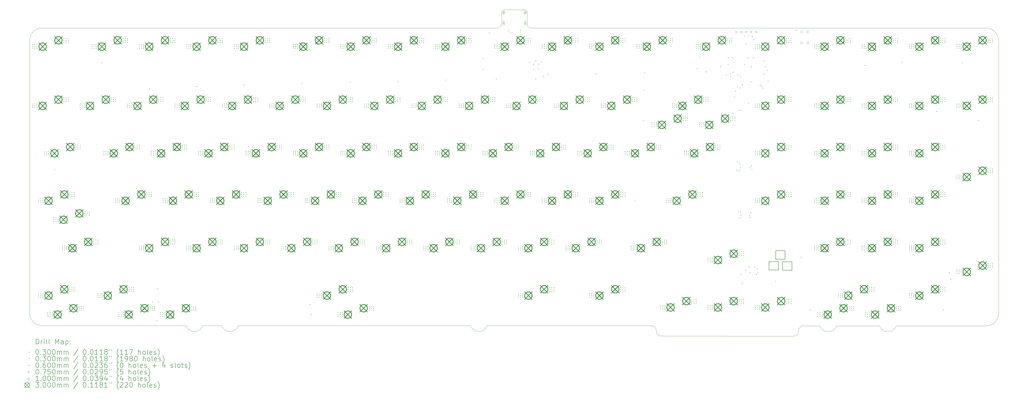
<source format=gbr>
%TF.GenerationSoftware,KiCad,Pcbnew,8.99.0-946-gf00a1ab517*%
%TF.CreationDate,2024-05-15T19:48:49+07:00*%
%TF.ProjectId,austin,61757374-696e-42e6-9b69-6361645f7063,v2.2.6*%
%TF.SameCoordinates,PX1a96a400PY40d23d0*%
%TF.FileFunction,Drillmap*%
%TF.FilePolarity,Positive*%
%FSLAX45Y45*%
G04 Gerber Fmt 4.5, Leading zero omitted, Abs format (unit mm)*
G04 Created by KiCad (PCBNEW 8.99.0-946-gf00a1ab517) date 2024-05-15 19:48:49*
%MOMM*%
%LPD*%
G01*
G04 APERTURE LIST*
%ADD10C,0.100000*%
%ADD11C,0.150000*%
%ADD12C,0.200000*%
%ADD13C,0.300000*%
G04 APERTURE END LIST*
D10*
X-33997500Y-14975350D02*
G75*
G02*
X-34497500Y-14475350I0J500000D01*
G01*
X-15536500Y-2872750D02*
G75*
G02*
X-15686500Y-3022750I-150000J0D01*
G01*
X-33997500Y-3021350D02*
X-15686500Y-3022750D01*
X-14645500Y-2282750D02*
G75*
G02*
X-14495500Y-2432750I0J-150000D01*
G01*
X-14495500Y-2432750D02*
X-14495500Y-2872750D01*
X-15386500Y-2282750D02*
X-14645500Y-2282750D01*
X-15536500Y-2872750D02*
X-15536500Y-2432750D01*
X-15536500Y-2432750D02*
G75*
G02*
X-15386500Y-2282750I150000J0D01*
G01*
X4446500Y-14484350D02*
G75*
G02*
X3946500Y-14984350I-500000J0D01*
G01*
X3946500Y-14984350D02*
X335000Y-14985625D01*
X-27534500Y-14977850D02*
G75*
G02*
X-28210500Y-14977850I-338000J124521D01*
G01*
X3947500Y-3022350D02*
G75*
G02*
X4447500Y-3522350I0J-500000D01*
G01*
X-26107500Y-14976164D02*
G75*
G02*
X-26783500Y-14976164I-338000J124521D01*
G01*
X335000Y-14985625D02*
G75*
G02*
X-339500Y-14985625I-337250J124245D01*
G01*
X3947500Y-3022350D02*
X-14345500Y-3022750D01*
X-339500Y-14985625D02*
X-2056000Y-14982625D01*
X-28210500Y-14977850D02*
X-33997500Y-14975350D01*
X-34497500Y-14475350D02*
X-34497500Y-3521350D01*
X4447500Y-3522350D02*
X4446500Y-14484350D01*
X-9509500Y-14975350D02*
G75*
G02*
X-9309500Y-15175350I0J-200000D01*
G01*
X-2056000Y-14982625D02*
G75*
G02*
X-2739500Y-14982625I-341750J125905D01*
G01*
X-9110500Y-15394350D02*
G75*
G02*
X-9309497Y-15175350I0J199910D01*
G01*
X-16781500Y-14976164D02*
X-26107500Y-14976164D01*
X-3593500Y-15182350D02*
G75*
G02*
X-3793500Y-15398353I-200000J-15410D01*
G01*
X-9509500Y-14975350D02*
X-16105500Y-14976164D01*
X-16105500Y-14976164D02*
G75*
G02*
X-16781500Y-14976164I-338000J124521D01*
G01*
X-34497500Y-3521350D02*
G75*
G02*
X-33997500Y-3021350I500000J0D01*
G01*
X-14345500Y-3022750D02*
G75*
G02*
X-14495500Y-2872750I0J150000D01*
G01*
X-3793500Y-15398350D02*
X-9110500Y-15394350D01*
X-26783500Y-14976164D02*
X-27534500Y-14977850D01*
X-2739500Y-14982625D02*
X-3393500Y-14982350D01*
X-3593500Y-15182350D02*
G75*
G02*
X-3393500Y-14982350I200000J0D01*
G01*
D11*
X-4235500Y-12407000D02*
X-4235500Y-12747000D01*
X-4235500Y-12407000D02*
X-3855500Y-12407000D01*
X-4235500Y-12747000D02*
X-3855500Y-12747000D01*
X-3855500Y-12407000D02*
X-3855500Y-12747000D01*
X-4779250Y-12741750D02*
X-4779250Y-12401750D01*
X-4399250Y-12401750D02*
X-4779250Y-12401750D01*
X-4399250Y-12741750D02*
X-4779250Y-12741750D01*
X-4399250Y-12741750D02*
X-4399250Y-12401750D01*
X-4512750Y-11965250D02*
X-4512750Y-12305250D01*
X-4512750Y-11965250D02*
X-4132750Y-11965250D01*
X-4512750Y-12305250D02*
X-4132750Y-12305250D01*
X-4132750Y-11965250D02*
X-4132750Y-12305250D01*
D12*
D10*
X-33511700Y-8677000D02*
X-33481700Y-8707000D01*
X-33481700Y-8677000D02*
X-33511700Y-8707000D01*
X-31606750Y-4393000D02*
X-31576750Y-4423000D01*
X-31576750Y-4393000D02*
X-31606750Y-4423000D01*
X-29701750Y-5459000D02*
X-29671750Y-5489000D01*
X-29671750Y-5459000D02*
X-29701750Y-5489000D01*
X-29578000Y-14011000D02*
X-29548000Y-14041000D01*
X-29548000Y-14011000D02*
X-29578000Y-14041000D01*
X-29410000Y-14763000D02*
X-29380000Y-14793000D01*
X-29380000Y-14763000D02*
X-29410000Y-14793000D01*
X-29383000Y-13483000D02*
X-29353000Y-13513000D01*
X-29353000Y-13483000D02*
X-29383000Y-13513000D01*
X-29339000Y-14007000D02*
X-29309000Y-14037000D01*
X-29309000Y-14007000D02*
X-29339000Y-14037000D01*
X-27796750Y-5346000D02*
X-27766750Y-5376000D01*
X-27766750Y-5346000D02*
X-27796750Y-5376000D01*
X-25891750Y-5296000D02*
X-25861750Y-5326000D01*
X-25861750Y-5296000D02*
X-25891750Y-5326000D01*
X-23562250Y-5228750D02*
X-23532250Y-5258750D01*
X-23532250Y-5228750D02*
X-23562250Y-5258750D01*
X-23248000Y-14111000D02*
X-23218000Y-14141000D01*
X-23218000Y-14111000D02*
X-23248000Y-14141000D01*
X-23202000Y-14516000D02*
X-23172000Y-14546000D01*
X-23172000Y-14516000D02*
X-23202000Y-14546000D01*
X-21624250Y-5195750D02*
X-21594250Y-5225750D01*
X-21594250Y-5195750D02*
X-21624250Y-5225750D01*
X-19700500Y-5146000D02*
X-19670500Y-5176000D01*
X-19670500Y-5146000D02*
X-19700500Y-5176000D01*
X-17795500Y-5095000D02*
X-17765500Y-5125000D01*
X-17765500Y-5095000D02*
X-17795500Y-5125000D01*
X-16281750Y-4659850D02*
X-16251750Y-4689850D01*
X-16251750Y-4659850D02*
X-16281750Y-4689850D01*
X-16278000Y-4231000D02*
X-16248000Y-4261000D01*
X-16248000Y-4231000D02*
X-16278000Y-4261000D01*
X-16041000Y-3199000D02*
X-16011000Y-3229000D01*
X-16011000Y-3199000D02*
X-16041000Y-3229000D01*
X-15758250Y-5044750D02*
X-15728250Y-5074750D01*
X-15728250Y-5044750D02*
X-15758250Y-5074750D01*
X-15276000Y-3112000D02*
X-15246000Y-3142000D01*
X-15246000Y-3112000D02*
X-15276000Y-3142000D01*
X-15175000Y-3204000D02*
X-15145000Y-3234000D01*
X-15145000Y-3204000D02*
X-15175000Y-3234000D01*
X-14776000Y-3112000D02*
X-14746000Y-3142000D01*
X-14746000Y-3112000D02*
X-14776000Y-3142000D01*
X-14406000Y-4385000D02*
X-14376000Y-4415000D01*
X-14376000Y-4385000D02*
X-14406000Y-4415000D01*
X-14257250Y-4461000D02*
X-14227250Y-4491000D01*
X-14227250Y-4461000D02*
X-14257250Y-4491000D01*
X-14257250Y-4655000D02*
X-14227250Y-4685000D01*
X-14227250Y-4655000D02*
X-14257250Y-4685000D01*
X-14176000Y-4330000D02*
X-14146000Y-4360000D01*
X-14146000Y-4330000D02*
X-14176000Y-4360000D01*
X-14172137Y-5046000D02*
X-14142137Y-5076000D01*
X-14142137Y-5046000D02*
X-14172137Y-5076000D01*
X-14065000Y-4649000D02*
X-14035000Y-4679000D01*
X-14035000Y-4649000D02*
X-14065000Y-4679000D01*
X-14053000Y-4456000D02*
X-14023000Y-4486000D01*
X-14023000Y-4456000D02*
X-14053000Y-4486000D01*
X-13949000Y-4362000D02*
X-13919000Y-4392000D01*
X-13919000Y-4362000D02*
X-13949000Y-4392000D01*
X-13859000Y-4946000D02*
X-13829000Y-4976000D01*
X-13829000Y-4946000D02*
X-13859000Y-4976000D01*
X-13687250Y-4878750D02*
X-13657250Y-4908750D01*
X-13657250Y-4878750D02*
X-13687250Y-4908750D01*
X-11741250Y-4837750D02*
X-11711250Y-4867750D01*
X-11711250Y-4837750D02*
X-11741250Y-4867750D01*
X-10171000Y-9950000D02*
X-10141000Y-9980000D01*
X-10141000Y-9950000D02*
X-10171000Y-9980000D01*
X-9840000Y-6711850D02*
X-9810000Y-6741850D01*
X-9810000Y-6711850D02*
X-9840000Y-6741850D01*
X-9803000Y-5500000D02*
X-9773000Y-5530000D01*
X-9773000Y-5500000D02*
X-9803000Y-5530000D01*
X-9800750Y-4802250D02*
X-9770750Y-4832250D01*
X-9770750Y-4802250D02*
X-9800750Y-4832250D01*
X-7682000Y-4632000D02*
X-7652000Y-4662000D01*
X-7652000Y-4632000D02*
X-7682000Y-4662000D01*
X-7591000Y-4175000D02*
X-7561000Y-4205000D01*
X-7561000Y-4175000D02*
X-7591000Y-4205000D01*
X-7329000Y-4768000D02*
X-7299000Y-4798000D01*
X-7299000Y-4768000D02*
X-7329000Y-4798000D01*
X-6748000Y-4548000D02*
X-6718000Y-4578000D01*
X-6718000Y-4548000D02*
X-6748000Y-4578000D01*
X-6508000Y-4888530D02*
X-6478000Y-4918530D01*
X-6478000Y-4888530D02*
X-6508000Y-4918530D01*
X-6435000Y-4190850D02*
X-6405000Y-4220850D01*
X-6405000Y-4190850D02*
X-6435000Y-4220850D01*
X-6435000Y-4465000D02*
X-6405000Y-4495000D01*
X-6405000Y-4465000D02*
X-6435000Y-4495000D01*
X-6351000Y-4843000D02*
X-6321000Y-4873000D01*
X-6321000Y-4843000D02*
X-6351000Y-4873000D01*
X-6341000Y-4948530D02*
X-6311000Y-4978530D01*
X-6311000Y-4948530D02*
X-6341000Y-4978530D01*
X-6261000Y-4202000D02*
X-6231000Y-4232000D01*
X-6231000Y-4202000D02*
X-6261000Y-4232000D01*
X-6253000Y-4781000D02*
X-6223000Y-4811000D01*
X-6223000Y-4781000D02*
X-6253000Y-4811000D01*
X-6248000Y-6439000D02*
X-6218000Y-6469000D01*
X-6218000Y-6439000D02*
X-6248000Y-6469000D01*
X-6193000Y-4386600D02*
X-6163000Y-4416600D01*
X-6163000Y-4386600D02*
X-6193000Y-4416600D01*
X-6186000Y-5761000D02*
X-6156000Y-5791000D01*
X-6156000Y-5761000D02*
X-6186000Y-5791000D01*
X-6146000Y-5547000D02*
X-6116000Y-5577000D01*
X-6116000Y-5547000D02*
X-6146000Y-5577000D01*
X-6106000Y-8716229D02*
X-6076000Y-8746229D01*
X-6076000Y-8716229D02*
X-6106000Y-8746229D01*
X-6066823Y-5367488D02*
X-6036823Y-5397488D01*
X-6036823Y-5367488D02*
X-6066823Y-5397488D01*
X-6063497Y-8366554D02*
X-6033497Y-8396554D01*
X-6033497Y-8366554D02*
X-6063497Y-8396554D01*
X-6052000Y-4880000D02*
X-6022000Y-4910000D01*
X-6022000Y-4880000D02*
X-6052000Y-4910000D01*
X-6019278Y-8743430D02*
X-5989278Y-8773430D01*
X-5989278Y-8743430D02*
X-6019278Y-8773430D01*
X-6018593Y-10386940D02*
X-5988593Y-10416940D01*
X-5988593Y-10386940D02*
X-6018593Y-10416940D01*
X-6008110Y-10646653D02*
X-5978110Y-10676653D01*
X-5978110Y-10646653D02*
X-6008110Y-10676653D01*
X-6000710Y-6312311D02*
X-5970710Y-6342311D01*
X-5970710Y-6312311D02*
X-6000710Y-6342311D01*
X-5992250Y-8402939D02*
X-5962250Y-8432939D01*
X-5962250Y-8402939D02*
X-5992250Y-8432939D01*
X-5962000Y-8477000D02*
X-5932000Y-8507000D01*
X-5932000Y-8477000D02*
X-5962000Y-8507000D01*
X-5958000Y-8692000D02*
X-5928000Y-8722000D01*
X-5928000Y-8692000D02*
X-5958000Y-8722000D01*
X-5953000Y-5413000D02*
X-5923000Y-5443000D01*
X-5923000Y-5413000D02*
X-5953000Y-5443000D01*
X-5951000Y-4950000D02*
X-5921000Y-4980000D01*
X-5921000Y-4950000D02*
X-5951000Y-4980000D01*
X-5946000Y-8595000D02*
X-5916000Y-8625000D01*
X-5916000Y-8595000D02*
X-5946000Y-8625000D01*
X-5939000Y-10395000D02*
X-5909000Y-10425000D01*
X-5909000Y-10395000D02*
X-5939000Y-10425000D01*
X-5937000Y-10610000D02*
X-5907000Y-10640000D01*
X-5907000Y-10610000D02*
X-5937000Y-10640000D01*
X-5922000Y-6298000D02*
X-5892000Y-6328000D01*
X-5892000Y-6298000D02*
X-5922000Y-6328000D01*
X-5922000Y-10519000D02*
X-5892000Y-10549000D01*
X-5892000Y-10519000D02*
X-5922000Y-10549000D01*
X-5912000Y-12899000D02*
X-5882000Y-12929000D01*
X-5882000Y-12899000D02*
X-5912000Y-12929000D01*
X-5875000Y-5293000D02*
X-5845000Y-5323000D01*
X-5845000Y-5293000D02*
X-5875000Y-5323000D01*
X-5869000Y-13257000D02*
X-5839000Y-13287000D01*
X-5839000Y-13257000D02*
X-5869000Y-13287000D01*
X-5786000Y-3321000D02*
X-5756000Y-3351000D01*
X-5756000Y-3321000D02*
X-5786000Y-3351000D01*
X-5775000Y-4472000D02*
X-5745000Y-4502000D01*
X-5745000Y-4472000D02*
X-5775000Y-4502000D01*
X-5746000Y-12724000D02*
X-5716000Y-12754000D01*
X-5716000Y-12724000D02*
X-5746000Y-12754000D01*
X-5715000Y-3637000D02*
X-5685000Y-3667000D01*
X-5685000Y-3637000D02*
X-5715000Y-3667000D01*
X-5649000Y-4190850D02*
X-5619000Y-4220850D01*
X-5619000Y-4190850D02*
X-5649000Y-4220850D01*
X-5627000Y-3322000D02*
X-5597000Y-3352000D01*
X-5597000Y-3322000D02*
X-5627000Y-3352000D01*
X-5622659Y-6019306D02*
X-5592659Y-6049306D01*
X-5592659Y-6019306D02*
X-5622659Y-6049306D01*
X-5609000Y-12605000D02*
X-5579000Y-12635000D01*
X-5579000Y-12605000D02*
X-5609000Y-12635000D01*
X-5579000Y-10517850D02*
X-5549000Y-10547850D01*
X-5549000Y-10517850D02*
X-5579000Y-10547850D01*
X-5557000Y-8612850D02*
X-5527000Y-8642850D01*
X-5527000Y-8612850D02*
X-5557000Y-8642850D01*
X-5555000Y-10606000D02*
X-5525000Y-10636000D01*
X-5525000Y-10606000D02*
X-5555000Y-10636000D01*
X-5549000Y-12822000D02*
X-5519000Y-12852000D01*
X-5519000Y-12822000D02*
X-5549000Y-12852000D01*
X-5529000Y-10425000D02*
X-5499000Y-10455000D01*
X-5499000Y-10425000D02*
X-5529000Y-10455000D01*
X-5512000Y-4564000D02*
X-5482000Y-4594000D01*
X-5482000Y-4564000D02*
X-5512000Y-4594000D01*
X-5512000Y-5162000D02*
X-5482000Y-5192000D01*
X-5482000Y-5162000D02*
X-5512000Y-5192000D01*
X-5503000Y-8535000D02*
X-5473000Y-8565000D01*
X-5473000Y-8535000D02*
X-5503000Y-8565000D01*
X-5483000Y-8702000D02*
X-5453000Y-8732000D01*
X-5453000Y-8702000D02*
X-5483000Y-8732000D01*
X-5470000Y-3324000D02*
X-5440000Y-3354000D01*
X-5440000Y-3324000D02*
X-5470000Y-3354000D01*
X-5424000Y-4190850D02*
X-5394000Y-4220850D01*
X-5394000Y-4190850D02*
X-5424000Y-4220850D01*
X-5408000Y-3470000D02*
X-5378000Y-3500000D01*
X-5378000Y-3470000D02*
X-5408000Y-3500000D01*
X-5372000Y-12605000D02*
X-5342000Y-12635000D01*
X-5342000Y-12605000D02*
X-5372000Y-12635000D01*
X-5311000Y-12899100D02*
X-5281000Y-12929100D01*
X-5281000Y-12899100D02*
X-5311000Y-12929100D01*
X-5274000Y-12685000D02*
X-5244000Y-12715000D01*
X-5244000Y-12685000D02*
X-5274000Y-12715000D01*
X-5259000Y-12821000D02*
X-5229000Y-12851000D01*
X-5229000Y-12821000D02*
X-5259000Y-12851000D01*
X-5151533Y-5296000D02*
X-5121533Y-5326000D01*
X-5121533Y-5296000D02*
X-5151533Y-5326000D01*
X-5081600Y-5346000D02*
X-5051600Y-5376000D01*
X-5051600Y-5346000D02*
X-5081600Y-5376000D01*
X-5028677Y-5425324D02*
X-4998677Y-5455324D01*
X-4998677Y-5425324D02*
X-5028677Y-5455324D01*
X-5002000Y-4854000D02*
X-4972000Y-4884000D01*
X-4972000Y-4854000D02*
X-5002000Y-4884000D01*
X-4996750Y-4326600D02*
X-4966750Y-4356600D01*
X-4966750Y-4326600D02*
X-4996750Y-4356600D01*
X-4936750Y-4539000D02*
X-4906750Y-4569000D01*
X-4906750Y-4539000D02*
X-4936750Y-4569000D01*
X-4859000Y-4711000D02*
X-4829000Y-4741000D01*
X-4829000Y-4711000D02*
X-4859000Y-4741000D01*
X-4828000Y-5141000D02*
X-4798000Y-5171000D01*
X-4798000Y-5141000D02*
X-4828000Y-5171000D01*
X-4537000Y-13179000D02*
X-4507000Y-13209000D01*
X-4507000Y-13179000D02*
X-4537000Y-13209000D01*
X-3690000Y-3098000D02*
X-3660000Y-3128000D01*
X-3660000Y-3098000D02*
X-3690000Y-3128000D01*
X-3505000Y-12208000D02*
X-3475000Y-12238000D01*
X-3475000Y-12208000D02*
X-3505000Y-12238000D01*
X-3141000Y-14337000D02*
X-3111000Y-14367000D01*
X-3111000Y-14337000D02*
X-3141000Y-14367000D01*
X-935000Y-4509000D02*
X-905000Y-4539000D01*
X-905000Y-4509000D02*
X-935000Y-4539000D01*
X557183Y-4386600D02*
X587183Y-4416600D01*
X587183Y-4386600D02*
X557183Y-4416600D01*
X1933000Y-6357850D02*
X1963000Y-6387850D01*
X1963000Y-6357850D02*
X1933000Y-6387850D01*
X2208000Y-14322000D02*
X2238000Y-14352000D01*
X2238000Y-14322000D02*
X2208000Y-14352000D01*
X2449000Y-12837000D02*
X2479000Y-12867000D01*
X2479000Y-12837000D02*
X2449000Y-12867000D01*
X2509000Y-13092000D02*
X2539000Y-13122000D01*
X2539000Y-13092000D02*
X2509000Y-13122000D01*
X2974500Y-4409500D02*
X3004500Y-4439500D01*
X3004500Y-4409500D02*
X2974500Y-4439500D01*
X3624000Y-6713000D02*
X3654000Y-6743000D01*
X3654000Y-6713000D02*
X3624000Y-6743000D01*
X-34357500Y-3692750D02*
G75*
G02*
X-34387500Y-3692750I-15000J0D01*
G01*
X-34387500Y-3692750D02*
G75*
G02*
X-34357500Y-3692750I15000J0D01*
G01*
X-34357500Y-3762750D02*
G75*
G02*
X-34387500Y-3762750I-15000J0D01*
G01*
X-34387500Y-3762750D02*
G75*
G02*
X-34357500Y-3762750I15000J0D01*
G01*
X-34357500Y-3832750D02*
G75*
G02*
X-34387500Y-3832750I-15000J0D01*
G01*
X-34387500Y-3832750D02*
G75*
G02*
X-34357500Y-3832750I15000J0D01*
G01*
X-34357500Y-6074000D02*
G75*
G02*
X-34387500Y-6074000I-15000J0D01*
G01*
X-34387500Y-6074000D02*
G75*
G02*
X-34357500Y-6074000I15000J0D01*
G01*
X-34357500Y-6144000D02*
G75*
G02*
X-34387500Y-6144000I-15000J0D01*
G01*
X-34387500Y-6144000D02*
G75*
G02*
X-34357500Y-6144000I15000J0D01*
G01*
X-34357500Y-6214000D02*
G75*
G02*
X-34387500Y-6214000I-15000J0D01*
G01*
X-34387500Y-6214000D02*
G75*
G02*
X-34357500Y-6214000I15000J0D01*
G01*
X-34272500Y-3692750D02*
G75*
G02*
X-34302500Y-3692750I-15000J0D01*
G01*
X-34302500Y-3692750D02*
G75*
G02*
X-34272500Y-3692750I15000J0D01*
G01*
X-34272500Y-3762750D02*
G75*
G02*
X-34302500Y-3762750I-15000J0D01*
G01*
X-34302500Y-3762750D02*
G75*
G02*
X-34272500Y-3762750I15000J0D01*
G01*
X-34272500Y-3832750D02*
G75*
G02*
X-34302500Y-3832750I-15000J0D01*
G01*
X-34302500Y-3832750D02*
G75*
G02*
X-34272500Y-3832750I15000J0D01*
G01*
X-34272500Y-6074000D02*
G75*
G02*
X-34302500Y-6074000I-15000J0D01*
G01*
X-34302500Y-6074000D02*
G75*
G02*
X-34272500Y-6074000I15000J0D01*
G01*
X-34272500Y-6144000D02*
G75*
G02*
X-34302500Y-6144000I-15000J0D01*
G01*
X-34302500Y-6144000D02*
G75*
G02*
X-34272500Y-6144000I15000J0D01*
G01*
X-34272500Y-6214000D02*
G75*
G02*
X-34302500Y-6214000I-15000J0D01*
G01*
X-34302500Y-6214000D02*
G75*
G02*
X-34272500Y-6214000I15000J0D01*
G01*
X-34192500Y-3692750D02*
G75*
G02*
X-34222500Y-3692750I-15000J0D01*
G01*
X-34222500Y-3692750D02*
G75*
G02*
X-34192500Y-3692750I15000J0D01*
G01*
X-34192500Y-3762750D02*
G75*
G02*
X-34222500Y-3762750I-15000J0D01*
G01*
X-34222500Y-3762750D02*
G75*
G02*
X-34192500Y-3762750I15000J0D01*
G01*
X-34192500Y-3832750D02*
G75*
G02*
X-34222500Y-3832750I-15000J0D01*
G01*
X-34222500Y-3832750D02*
G75*
G02*
X-34192500Y-3832750I15000J0D01*
G01*
X-34192500Y-6074000D02*
G75*
G02*
X-34222500Y-6074000I-15000J0D01*
G01*
X-34222500Y-6074000D02*
G75*
G02*
X-34192500Y-6074000I15000J0D01*
G01*
X-34192500Y-6144000D02*
G75*
G02*
X-34222500Y-6144000I-15000J0D01*
G01*
X-34222500Y-6144000D02*
G75*
G02*
X-34192500Y-6144000I15000J0D01*
G01*
X-34192500Y-6214000D02*
G75*
G02*
X-34222500Y-6214000I-15000J0D01*
G01*
X-34222500Y-6214000D02*
G75*
G02*
X-34192500Y-6214000I15000J0D01*
G01*
X-34119400Y-9884000D02*
G75*
G02*
X-34149400Y-9884000I-15000J0D01*
G01*
X-34149400Y-9884000D02*
G75*
G02*
X-34119400Y-9884000I15000J0D01*
G01*
X-34119400Y-9954000D02*
G75*
G02*
X-34149400Y-9954000I-15000J0D01*
G01*
X-34149400Y-9954000D02*
G75*
G02*
X-34119400Y-9954000I15000J0D01*
G01*
X-34119400Y-10024000D02*
G75*
G02*
X-34149400Y-10024000I-15000J0D01*
G01*
X-34149400Y-10024000D02*
G75*
G02*
X-34119400Y-10024000I15000J0D01*
G01*
X-34119400Y-13694000D02*
G75*
G02*
X-34149400Y-13694000I-15000J0D01*
G01*
X-34149400Y-13694000D02*
G75*
G02*
X-34119400Y-13694000I15000J0D01*
G01*
X-34119400Y-13764000D02*
G75*
G02*
X-34149400Y-13764000I-15000J0D01*
G01*
X-34149400Y-13764000D02*
G75*
G02*
X-34119400Y-13764000I15000J0D01*
G01*
X-34119400Y-13834000D02*
G75*
G02*
X-34149400Y-13834000I-15000J0D01*
G01*
X-34149400Y-13834000D02*
G75*
G02*
X-34119400Y-13834000I15000J0D01*
G01*
X-34034400Y-9884000D02*
G75*
G02*
X-34064400Y-9884000I-15000J0D01*
G01*
X-34064400Y-9884000D02*
G75*
G02*
X-34034400Y-9884000I15000J0D01*
G01*
X-34034400Y-9954000D02*
G75*
G02*
X-34064400Y-9954000I-15000J0D01*
G01*
X-34064400Y-9954000D02*
G75*
G02*
X-34034400Y-9954000I15000J0D01*
G01*
X-34034400Y-10024000D02*
G75*
G02*
X-34064400Y-10024000I-15000J0D01*
G01*
X-34064400Y-10024000D02*
G75*
G02*
X-34034400Y-10024000I15000J0D01*
G01*
X-34034400Y-13694000D02*
G75*
G02*
X-34064400Y-13694000I-15000J0D01*
G01*
X-34064400Y-13694000D02*
G75*
G02*
X-34034400Y-13694000I15000J0D01*
G01*
X-34034400Y-13764000D02*
G75*
G02*
X-34064400Y-13764000I-15000J0D01*
G01*
X-34064400Y-13764000D02*
G75*
G02*
X-34034400Y-13764000I15000J0D01*
G01*
X-34034400Y-13834000D02*
G75*
G02*
X-34064400Y-13834000I-15000J0D01*
G01*
X-34064400Y-13834000D02*
G75*
G02*
X-34034400Y-13834000I15000J0D01*
G01*
X-33954400Y-9884000D02*
G75*
G02*
X-33984400Y-9884000I-15000J0D01*
G01*
X-33984400Y-9884000D02*
G75*
G02*
X-33954400Y-9884000I15000J0D01*
G01*
X-33954400Y-9954000D02*
G75*
G02*
X-33984400Y-9954000I-15000J0D01*
G01*
X-33984400Y-9954000D02*
G75*
G02*
X-33954400Y-9954000I15000J0D01*
G01*
X-33954400Y-10024000D02*
G75*
G02*
X-33984400Y-10024000I-15000J0D01*
G01*
X-33984400Y-10024000D02*
G75*
G02*
X-33954400Y-10024000I15000J0D01*
G01*
X-33954400Y-13694000D02*
G75*
G02*
X-33984400Y-13694000I-15000J0D01*
G01*
X-33984400Y-13694000D02*
G75*
G02*
X-33954400Y-13694000I15000J0D01*
G01*
X-33954400Y-13764000D02*
G75*
G02*
X-33984400Y-13764000I-15000J0D01*
G01*
X-33984400Y-13764000D02*
G75*
G02*
X-33954400Y-13764000I15000J0D01*
G01*
X-33954400Y-13834000D02*
G75*
G02*
X-33984400Y-13834000I-15000J0D01*
G01*
X-33984400Y-13834000D02*
G75*
G02*
X-33954400Y-13834000I15000J0D01*
G01*
X-33881200Y-7979000D02*
G75*
G02*
X-33911200Y-7979000I-15000J0D01*
G01*
X-33911200Y-7979000D02*
G75*
G02*
X-33881200Y-7979000I15000J0D01*
G01*
X-33881200Y-8049000D02*
G75*
G02*
X-33911200Y-8049000I-15000J0D01*
G01*
X-33911200Y-8049000D02*
G75*
G02*
X-33881200Y-8049000I15000J0D01*
G01*
X-33881200Y-8119000D02*
G75*
G02*
X-33911200Y-8119000I-15000J0D01*
G01*
X-33911200Y-8119000D02*
G75*
G02*
X-33881200Y-8119000I15000J0D01*
G01*
X-33796200Y-7979000D02*
G75*
G02*
X-33826200Y-7979000I-15000J0D01*
G01*
X-33826200Y-7979000D02*
G75*
G02*
X-33796200Y-7979000I15000J0D01*
G01*
X-33796200Y-8049000D02*
G75*
G02*
X-33826200Y-8049000I-15000J0D01*
G01*
X-33826200Y-8049000D02*
G75*
G02*
X-33796200Y-8049000I15000J0D01*
G01*
X-33796200Y-8119000D02*
G75*
G02*
X-33826200Y-8119000I-15000J0D01*
G01*
X-33826200Y-8119000D02*
G75*
G02*
X-33796200Y-8119000I15000J0D01*
G01*
X-33756200Y-14454000D02*
G75*
G02*
X-33786200Y-14454000I-15000J0D01*
G01*
X-33786200Y-14454000D02*
G75*
G02*
X-33756200Y-14454000I15000J0D01*
G01*
X-33756200Y-14527500D02*
G75*
G02*
X-33786200Y-14527500I-15000J0D01*
G01*
X-33786200Y-14527500D02*
G75*
G02*
X-33756200Y-14527500I15000J0D01*
G01*
X-33756200Y-14604000D02*
G75*
G02*
X-33786200Y-14604000I-15000J0D01*
G01*
X-33786200Y-14604000D02*
G75*
G02*
X-33756200Y-14604000I15000J0D01*
G01*
X-33716200Y-7979000D02*
G75*
G02*
X-33746200Y-7979000I-15000J0D01*
G01*
X-33746200Y-7979000D02*
G75*
G02*
X-33716200Y-7979000I15000J0D01*
G01*
X-33716200Y-8049000D02*
G75*
G02*
X-33746200Y-8049000I-15000J0D01*
G01*
X-33746200Y-8049000D02*
G75*
G02*
X-33716200Y-8049000I15000J0D01*
G01*
X-33716200Y-8119000D02*
G75*
G02*
X-33746200Y-8119000I-15000J0D01*
G01*
X-33746200Y-8119000D02*
G75*
G02*
X-33716200Y-8119000I15000J0D01*
G01*
X-33666200Y-14454000D02*
G75*
G02*
X-33696200Y-14454000I-15000J0D01*
G01*
X-33696200Y-14454000D02*
G75*
G02*
X-33666200Y-14454000I15000J0D01*
G01*
X-33666200Y-14527500D02*
G75*
G02*
X-33696200Y-14527500I-15000J0D01*
G01*
X-33696200Y-14527500D02*
G75*
G02*
X-33666200Y-14527500I15000J0D01*
G01*
X-33666200Y-14604000D02*
G75*
G02*
X-33696200Y-14604000I-15000J0D01*
G01*
X-33696200Y-14604000D02*
G75*
G02*
X-33666200Y-14604000I15000J0D01*
G01*
X-33578700Y-14454000D02*
G75*
G02*
X-33608700Y-14454000I-15000J0D01*
G01*
X-33608700Y-14454000D02*
G75*
G02*
X-33578700Y-14454000I15000J0D01*
G01*
X-33578700Y-14527500D02*
G75*
G02*
X-33608700Y-14527500I-15000J0D01*
G01*
X-33608700Y-14527500D02*
G75*
G02*
X-33578700Y-14527500I15000J0D01*
G01*
X-33576200Y-14604000D02*
G75*
G02*
X-33606200Y-14604000I-15000J0D01*
G01*
X-33606200Y-14604000D02*
G75*
G02*
X-33576200Y-14604000I15000J0D01*
G01*
X-33518100Y-10644000D02*
G75*
G02*
X-33548100Y-10644000I-15000J0D01*
G01*
X-33548100Y-10644000D02*
G75*
G02*
X-33518100Y-10644000I15000J0D01*
G01*
X-33518100Y-10717500D02*
G75*
G02*
X-33548100Y-10717500I-15000J0D01*
G01*
X-33548100Y-10717500D02*
G75*
G02*
X-33518100Y-10717500I15000J0D01*
G01*
X-33518100Y-10794000D02*
G75*
G02*
X-33548100Y-10794000I-15000J0D01*
G01*
X-33548100Y-10794000D02*
G75*
G02*
X-33518100Y-10794000I15000J0D01*
G01*
X-33428100Y-10644000D02*
G75*
G02*
X-33458100Y-10644000I-15000J0D01*
G01*
X-33458100Y-10644000D02*
G75*
G02*
X-33428100Y-10644000I15000J0D01*
G01*
X-33428100Y-10717500D02*
G75*
G02*
X-33458100Y-10717500I-15000J0D01*
G01*
X-33458100Y-10717500D02*
G75*
G02*
X-33428100Y-10717500I15000J0D01*
G01*
X-33428100Y-10794000D02*
G75*
G02*
X-33458100Y-10794000I-15000J0D01*
G01*
X-33458100Y-10794000D02*
G75*
G02*
X-33428100Y-10794000I15000J0D01*
G01*
X-33340600Y-10644000D02*
G75*
G02*
X-33370600Y-10644000I-15000J0D01*
G01*
X-33370600Y-10644000D02*
G75*
G02*
X-33340600Y-10644000I15000J0D01*
G01*
X-33340600Y-10717500D02*
G75*
G02*
X-33370600Y-10717500I-15000J0D01*
G01*
X-33370600Y-10717500D02*
G75*
G02*
X-33340600Y-10717500I15000J0D01*
G01*
X-33338100Y-10794000D02*
G75*
G02*
X-33368100Y-10794000I-15000J0D01*
G01*
X-33368100Y-10794000D02*
G75*
G02*
X-33338100Y-10794000I15000J0D01*
G01*
X-33159440Y-11789000D02*
G75*
G02*
X-33189440Y-11789000I-15000J0D01*
G01*
X-33189440Y-11789000D02*
G75*
G02*
X-33159440Y-11789000I15000J0D01*
G01*
X-33159440Y-11859000D02*
G75*
G02*
X-33189440Y-11859000I-15000J0D01*
G01*
X-33189440Y-11859000D02*
G75*
G02*
X-33159440Y-11859000I15000J0D01*
G01*
X-33159440Y-11929000D02*
G75*
G02*
X-33189440Y-11929000I-15000J0D01*
G01*
X-33189440Y-11929000D02*
G75*
G02*
X-33159440Y-11929000I15000J0D01*
G01*
X-33112500Y-3442750D02*
G75*
G02*
X-33142500Y-3442750I-15000J0D01*
G01*
X-33142500Y-3442750D02*
G75*
G02*
X-33112500Y-3442750I15000J0D01*
G01*
X-33112500Y-5824000D02*
G75*
G02*
X-33142500Y-5824000I-15000J0D01*
G01*
X-33142500Y-5824000D02*
G75*
G02*
X-33112500Y-5824000I15000J0D01*
G01*
X-33110000Y-3519250D02*
G75*
G02*
X-33140000Y-3519250I-15000J0D01*
G01*
X-33140000Y-3519250D02*
G75*
G02*
X-33110000Y-3519250I15000J0D01*
G01*
X-33110000Y-3592750D02*
G75*
G02*
X-33140000Y-3592750I-15000J0D01*
G01*
X-33140000Y-3592750D02*
G75*
G02*
X-33110000Y-3592750I15000J0D01*
G01*
X-33110000Y-5900500D02*
G75*
G02*
X-33140000Y-5900500I-15000J0D01*
G01*
X-33140000Y-5900500D02*
G75*
G02*
X-33110000Y-5900500I15000J0D01*
G01*
X-33110000Y-5974000D02*
G75*
G02*
X-33140000Y-5974000I-15000J0D01*
G01*
X-33140000Y-5974000D02*
G75*
G02*
X-33110000Y-5974000I15000J0D01*
G01*
X-33074440Y-11789000D02*
G75*
G02*
X-33104440Y-11789000I-15000J0D01*
G01*
X-33104440Y-11789000D02*
G75*
G02*
X-33074440Y-11789000I15000J0D01*
G01*
X-33074440Y-11859000D02*
G75*
G02*
X-33104440Y-11859000I-15000J0D01*
G01*
X-33104440Y-11859000D02*
G75*
G02*
X-33074440Y-11859000I15000J0D01*
G01*
X-33074440Y-11929000D02*
G75*
G02*
X-33104440Y-11929000I-15000J0D01*
G01*
X-33104440Y-11929000D02*
G75*
G02*
X-33074440Y-11929000I15000J0D01*
G01*
X-33022500Y-3442750D02*
G75*
G02*
X-33052500Y-3442750I-15000J0D01*
G01*
X-33052500Y-3442750D02*
G75*
G02*
X-33022500Y-3442750I15000J0D01*
G01*
X-33022500Y-3519250D02*
G75*
G02*
X-33052500Y-3519250I-15000J0D01*
G01*
X-33052500Y-3519250D02*
G75*
G02*
X-33022500Y-3519250I15000J0D01*
G01*
X-33022500Y-3592750D02*
G75*
G02*
X-33052500Y-3592750I-15000J0D01*
G01*
X-33052500Y-3592750D02*
G75*
G02*
X-33022500Y-3592750I15000J0D01*
G01*
X-33022500Y-5824000D02*
G75*
G02*
X-33052500Y-5824000I-15000J0D01*
G01*
X-33052500Y-5824000D02*
G75*
G02*
X-33022500Y-5824000I15000J0D01*
G01*
X-33022500Y-5900500D02*
G75*
G02*
X-33052500Y-5900500I-15000J0D01*
G01*
X-33052500Y-5900500D02*
G75*
G02*
X-33022500Y-5900500I15000J0D01*
G01*
X-33022500Y-5974000D02*
G75*
G02*
X-33052500Y-5974000I-15000J0D01*
G01*
X-33052500Y-5974000D02*
G75*
G02*
X-33022500Y-5974000I15000J0D01*
G01*
X-32994440Y-11789000D02*
G75*
G02*
X-33024440Y-11789000I-15000J0D01*
G01*
X-33024440Y-11789000D02*
G75*
G02*
X-32994440Y-11789000I15000J0D01*
G01*
X-32994440Y-11859000D02*
G75*
G02*
X-33024440Y-11859000I-15000J0D01*
G01*
X-33024440Y-11859000D02*
G75*
G02*
X-32994440Y-11859000I15000J0D01*
G01*
X-32994440Y-11929000D02*
G75*
G02*
X-33024440Y-11929000I-15000J0D01*
G01*
X-33024440Y-11929000D02*
G75*
G02*
X-32994440Y-11929000I15000J0D01*
G01*
X-32932500Y-3442750D02*
G75*
G02*
X-32962500Y-3442750I-15000J0D01*
G01*
X-32962500Y-3442750D02*
G75*
G02*
X-32932500Y-3442750I15000J0D01*
G01*
X-32932500Y-3519250D02*
G75*
G02*
X-32962500Y-3519250I-15000J0D01*
G01*
X-32962500Y-3519250D02*
G75*
G02*
X-32932500Y-3519250I15000J0D01*
G01*
X-32932500Y-3592750D02*
G75*
G02*
X-32962500Y-3592750I-15000J0D01*
G01*
X-32962500Y-3592750D02*
G75*
G02*
X-32932500Y-3592750I15000J0D01*
G01*
X-32932500Y-5824000D02*
G75*
G02*
X-32962500Y-5824000I-15000J0D01*
G01*
X-32962500Y-5824000D02*
G75*
G02*
X-32932500Y-5824000I15000J0D01*
G01*
X-32932500Y-5900500D02*
G75*
G02*
X-32962500Y-5900500I-15000J0D01*
G01*
X-32962500Y-5900500D02*
G75*
G02*
X-32932500Y-5900500I15000J0D01*
G01*
X-32932500Y-5974000D02*
G75*
G02*
X-32962500Y-5974000I-15000J0D01*
G01*
X-32962500Y-5974000D02*
G75*
G02*
X-32932500Y-5974000I15000J0D01*
G01*
X-32874400Y-9634000D02*
G75*
G02*
X-32904400Y-9634000I-15000J0D01*
G01*
X-32904400Y-9634000D02*
G75*
G02*
X-32874400Y-9634000I15000J0D01*
G01*
X-32874400Y-13444000D02*
G75*
G02*
X-32904400Y-13444000I-15000J0D01*
G01*
X-32904400Y-13444000D02*
G75*
G02*
X-32874400Y-13444000I15000J0D01*
G01*
X-32871900Y-9710500D02*
G75*
G02*
X-32901900Y-9710500I-15000J0D01*
G01*
X-32901900Y-9710500D02*
G75*
G02*
X-32871900Y-9710500I15000J0D01*
G01*
X-32871900Y-9784000D02*
G75*
G02*
X-32901900Y-9784000I-15000J0D01*
G01*
X-32901900Y-9784000D02*
G75*
G02*
X-32871900Y-9784000I15000J0D01*
G01*
X-32871900Y-13520500D02*
G75*
G02*
X-32901900Y-13520500I-15000J0D01*
G01*
X-32901900Y-13520500D02*
G75*
G02*
X-32871900Y-13520500I15000J0D01*
G01*
X-32871900Y-13594000D02*
G75*
G02*
X-32901900Y-13594000I-15000J0D01*
G01*
X-32901900Y-13594000D02*
G75*
G02*
X-32871900Y-13594000I15000J0D01*
G01*
X-32784400Y-9634000D02*
G75*
G02*
X-32814400Y-9634000I-15000J0D01*
G01*
X-32814400Y-9634000D02*
G75*
G02*
X-32784400Y-9634000I15000J0D01*
G01*
X-32784400Y-9710500D02*
G75*
G02*
X-32814400Y-9710500I-15000J0D01*
G01*
X-32814400Y-9710500D02*
G75*
G02*
X-32784400Y-9710500I15000J0D01*
G01*
X-32784400Y-9784000D02*
G75*
G02*
X-32814400Y-9784000I-15000J0D01*
G01*
X-32814400Y-9784000D02*
G75*
G02*
X-32784400Y-9784000I15000J0D01*
G01*
X-32784400Y-13444000D02*
G75*
G02*
X-32814400Y-13444000I-15000J0D01*
G01*
X-32814400Y-13444000D02*
G75*
G02*
X-32784400Y-13444000I15000J0D01*
G01*
X-32784400Y-13520500D02*
G75*
G02*
X-32814400Y-13520500I-15000J0D01*
G01*
X-32814400Y-13520500D02*
G75*
G02*
X-32784400Y-13520500I15000J0D01*
G01*
X-32784400Y-13594000D02*
G75*
G02*
X-32814400Y-13594000I-15000J0D01*
G01*
X-32814400Y-13594000D02*
G75*
G02*
X-32784400Y-13594000I15000J0D01*
G01*
X-32694400Y-9634000D02*
G75*
G02*
X-32724400Y-9634000I-15000J0D01*
G01*
X-32724400Y-9634000D02*
G75*
G02*
X-32694400Y-9634000I15000J0D01*
G01*
X-32694400Y-9710500D02*
G75*
G02*
X-32724400Y-9710500I-15000J0D01*
G01*
X-32724400Y-9710500D02*
G75*
G02*
X-32694400Y-9710500I15000J0D01*
G01*
X-32694400Y-9784000D02*
G75*
G02*
X-32724400Y-9784000I-15000J0D01*
G01*
X-32724400Y-9784000D02*
G75*
G02*
X-32694400Y-9784000I15000J0D01*
G01*
X-32694400Y-13444000D02*
G75*
G02*
X-32724400Y-13444000I-15000J0D01*
G01*
X-32724400Y-13444000D02*
G75*
G02*
X-32694400Y-13444000I15000J0D01*
G01*
X-32694400Y-13520500D02*
G75*
G02*
X-32724400Y-13520500I-15000J0D01*
G01*
X-32724400Y-13520500D02*
G75*
G02*
X-32694400Y-13520500I15000J0D01*
G01*
X-32694400Y-13594000D02*
G75*
G02*
X-32724400Y-13594000I-15000J0D01*
G01*
X-32724400Y-13594000D02*
G75*
G02*
X-32694400Y-13594000I15000J0D01*
G01*
X-32636200Y-7729000D02*
G75*
G02*
X-32666200Y-7729000I-15000J0D01*
G01*
X-32666200Y-7729000D02*
G75*
G02*
X-32636200Y-7729000I15000J0D01*
G01*
X-32633700Y-7805500D02*
G75*
G02*
X-32663700Y-7805500I-15000J0D01*
G01*
X-32663700Y-7805500D02*
G75*
G02*
X-32633700Y-7805500I15000J0D01*
G01*
X-32633700Y-7879000D02*
G75*
G02*
X-32663700Y-7879000I-15000J0D01*
G01*
X-32663700Y-7879000D02*
G75*
G02*
X-32633700Y-7879000I15000J0D01*
G01*
X-32546200Y-7729000D02*
G75*
G02*
X-32576200Y-7729000I-15000J0D01*
G01*
X-32576200Y-7729000D02*
G75*
G02*
X-32546200Y-7729000I15000J0D01*
G01*
X-32546200Y-7805500D02*
G75*
G02*
X-32576200Y-7805500I-15000J0D01*
G01*
X-32576200Y-7805500D02*
G75*
G02*
X-32546200Y-7805500I15000J0D01*
G01*
X-32546200Y-7879000D02*
G75*
G02*
X-32576200Y-7879000I-15000J0D01*
G01*
X-32576200Y-7879000D02*
G75*
G02*
X-32546200Y-7879000I15000J0D01*
G01*
X-32496200Y-14214000D02*
G75*
G02*
X-32526200Y-14214000I-15000J0D01*
G01*
X-32526200Y-14214000D02*
G75*
G02*
X-32496200Y-14214000I15000J0D01*
G01*
X-32496200Y-14284000D02*
G75*
G02*
X-32526200Y-14284000I-15000J0D01*
G01*
X-32526200Y-14284000D02*
G75*
G02*
X-32496200Y-14284000I15000J0D01*
G01*
X-32496200Y-14354000D02*
G75*
G02*
X-32526200Y-14354000I-15000J0D01*
G01*
X-32526200Y-14354000D02*
G75*
G02*
X-32496200Y-14354000I15000J0D01*
G01*
X-32456200Y-7729000D02*
G75*
G02*
X-32486200Y-7729000I-15000J0D01*
G01*
X-32486200Y-7729000D02*
G75*
G02*
X-32456200Y-7729000I15000J0D01*
G01*
X-32456200Y-7805500D02*
G75*
G02*
X-32486200Y-7805500I-15000J0D01*
G01*
X-32486200Y-7805500D02*
G75*
G02*
X-32456200Y-7805500I15000J0D01*
G01*
X-32456200Y-7879000D02*
G75*
G02*
X-32486200Y-7879000I-15000J0D01*
G01*
X-32486200Y-7879000D02*
G75*
G02*
X-32456200Y-7879000I15000J0D01*
G01*
X-32452500Y-6074000D02*
G75*
G02*
X-32482500Y-6074000I-15000J0D01*
G01*
X-32482500Y-6074000D02*
G75*
G02*
X-32452500Y-6074000I15000J0D01*
G01*
X-32452500Y-6144000D02*
G75*
G02*
X-32482500Y-6144000I-15000J0D01*
G01*
X-32482500Y-6144000D02*
G75*
G02*
X-32452500Y-6144000I15000J0D01*
G01*
X-32452500Y-6214000D02*
G75*
G02*
X-32482500Y-6214000I-15000J0D01*
G01*
X-32482500Y-6214000D02*
G75*
G02*
X-32452500Y-6214000I15000J0D01*
G01*
X-32416200Y-14214000D02*
G75*
G02*
X-32446200Y-14214000I-15000J0D01*
G01*
X-32446200Y-14214000D02*
G75*
G02*
X-32416200Y-14214000I15000J0D01*
G01*
X-32416200Y-14284000D02*
G75*
G02*
X-32446200Y-14284000I-15000J0D01*
G01*
X-32446200Y-14284000D02*
G75*
G02*
X-32416200Y-14284000I15000J0D01*
G01*
X-32416200Y-14354000D02*
G75*
G02*
X-32446200Y-14354000I-15000J0D01*
G01*
X-32446200Y-14354000D02*
G75*
G02*
X-32416200Y-14354000I15000J0D01*
G01*
X-32367500Y-6074000D02*
G75*
G02*
X-32397500Y-6074000I-15000J0D01*
G01*
X-32397500Y-6074000D02*
G75*
G02*
X-32367500Y-6074000I15000J0D01*
G01*
X-32367500Y-6144000D02*
G75*
G02*
X-32397500Y-6144000I-15000J0D01*
G01*
X-32397500Y-6144000D02*
G75*
G02*
X-32367500Y-6144000I15000J0D01*
G01*
X-32367500Y-6214000D02*
G75*
G02*
X-32397500Y-6214000I-15000J0D01*
G01*
X-32397500Y-6214000D02*
G75*
G02*
X-32367500Y-6214000I15000J0D01*
G01*
X-32331200Y-14214000D02*
G75*
G02*
X-32361200Y-14214000I-15000J0D01*
G01*
X-32361200Y-14214000D02*
G75*
G02*
X-32331200Y-14214000I15000J0D01*
G01*
X-32331200Y-14284000D02*
G75*
G02*
X-32361200Y-14284000I-15000J0D01*
G01*
X-32361200Y-14284000D02*
G75*
G02*
X-32331200Y-14284000I15000J0D01*
G01*
X-32331200Y-14354000D02*
G75*
G02*
X-32361200Y-14354000I-15000J0D01*
G01*
X-32361200Y-14354000D02*
G75*
G02*
X-32331200Y-14354000I15000J0D01*
G01*
X-32287500Y-6074000D02*
G75*
G02*
X-32317500Y-6074000I-15000J0D01*
G01*
X-32317500Y-6074000D02*
G75*
G02*
X-32287500Y-6074000I15000J0D01*
G01*
X-32287500Y-6144000D02*
G75*
G02*
X-32317500Y-6144000I-15000J0D01*
G01*
X-32317500Y-6144000D02*
G75*
G02*
X-32287500Y-6144000I15000J0D01*
G01*
X-32287500Y-6214000D02*
G75*
G02*
X-32317500Y-6214000I-15000J0D01*
G01*
X-32317500Y-6214000D02*
G75*
G02*
X-32287500Y-6214000I15000J0D01*
G01*
X-32258100Y-10404000D02*
G75*
G02*
X-32288100Y-10404000I-15000J0D01*
G01*
X-32288100Y-10404000D02*
G75*
G02*
X-32258100Y-10404000I15000J0D01*
G01*
X-32258100Y-10474000D02*
G75*
G02*
X-32288100Y-10474000I-15000J0D01*
G01*
X-32288100Y-10474000D02*
G75*
G02*
X-32258100Y-10474000I15000J0D01*
G01*
X-32258100Y-10544000D02*
G75*
G02*
X-32288100Y-10544000I-15000J0D01*
G01*
X-32288100Y-10544000D02*
G75*
G02*
X-32258100Y-10544000I15000J0D01*
G01*
X-32178100Y-10404000D02*
G75*
G02*
X-32208100Y-10404000I-15000J0D01*
G01*
X-32208100Y-10404000D02*
G75*
G02*
X-32178100Y-10404000I15000J0D01*
G01*
X-32178100Y-10474000D02*
G75*
G02*
X-32208100Y-10474000I-15000J0D01*
G01*
X-32208100Y-10474000D02*
G75*
G02*
X-32178100Y-10474000I15000J0D01*
G01*
X-32178100Y-10544000D02*
G75*
G02*
X-32208100Y-10544000I-15000J0D01*
G01*
X-32208100Y-10544000D02*
G75*
G02*
X-32178100Y-10544000I15000J0D01*
G01*
X-32093100Y-10404000D02*
G75*
G02*
X-32123100Y-10404000I-15000J0D01*
G01*
X-32123100Y-10404000D02*
G75*
G02*
X-32093100Y-10404000I15000J0D01*
G01*
X-32093100Y-10474000D02*
G75*
G02*
X-32123100Y-10474000I-15000J0D01*
G01*
X-32123100Y-10474000D02*
G75*
G02*
X-32093100Y-10474000I15000J0D01*
G01*
X-32093100Y-10544000D02*
G75*
G02*
X-32123100Y-10544000I-15000J0D01*
G01*
X-32123100Y-10544000D02*
G75*
G02*
X-32093100Y-10544000I15000J0D01*
G01*
X-31976250Y-3692750D02*
G75*
G02*
X-32006250Y-3692750I-15000J0D01*
G01*
X-32006250Y-3692750D02*
G75*
G02*
X-31976250Y-3692750I15000J0D01*
G01*
X-31976250Y-3762750D02*
G75*
G02*
X-32006250Y-3762750I-15000J0D01*
G01*
X-32006250Y-3762750D02*
G75*
G02*
X-31976250Y-3762750I15000J0D01*
G01*
X-31976250Y-3832750D02*
G75*
G02*
X-32006250Y-3832750I-15000J0D01*
G01*
X-32006250Y-3832750D02*
G75*
G02*
X-31976250Y-3832750I15000J0D01*
G01*
X-31914440Y-11539000D02*
G75*
G02*
X-31944440Y-11539000I-15000J0D01*
G01*
X-31944440Y-11539000D02*
G75*
G02*
X-31914440Y-11539000I15000J0D01*
G01*
X-31911940Y-11615500D02*
G75*
G02*
X-31941940Y-11615500I-15000J0D01*
G01*
X-31941940Y-11615500D02*
G75*
G02*
X-31911940Y-11615500I15000J0D01*
G01*
X-31911940Y-11689000D02*
G75*
G02*
X-31941940Y-11689000I-15000J0D01*
G01*
X-31941940Y-11689000D02*
G75*
G02*
X-31911940Y-11689000I15000J0D01*
G01*
X-31891250Y-3692750D02*
G75*
G02*
X-31921250Y-3692750I-15000J0D01*
G01*
X-31921250Y-3692750D02*
G75*
G02*
X-31891250Y-3692750I15000J0D01*
G01*
X-31891250Y-3762750D02*
G75*
G02*
X-31921250Y-3762750I-15000J0D01*
G01*
X-31921250Y-3762750D02*
G75*
G02*
X-31891250Y-3762750I15000J0D01*
G01*
X-31891250Y-3832750D02*
G75*
G02*
X-31921250Y-3832750I-15000J0D01*
G01*
X-31921250Y-3832750D02*
G75*
G02*
X-31891250Y-3832750I15000J0D01*
G01*
X-31824440Y-11539000D02*
G75*
G02*
X-31854440Y-11539000I-15000J0D01*
G01*
X-31854440Y-11539000D02*
G75*
G02*
X-31824440Y-11539000I15000J0D01*
G01*
X-31824440Y-11615500D02*
G75*
G02*
X-31854440Y-11615500I-15000J0D01*
G01*
X-31854440Y-11615500D02*
G75*
G02*
X-31824440Y-11615500I15000J0D01*
G01*
X-31824440Y-11689000D02*
G75*
G02*
X-31854440Y-11689000I-15000J0D01*
G01*
X-31854440Y-11689000D02*
G75*
G02*
X-31824440Y-11689000I15000J0D01*
G01*
X-31811250Y-3692750D02*
G75*
G02*
X-31841250Y-3692750I-15000J0D01*
G01*
X-31841250Y-3692750D02*
G75*
G02*
X-31811250Y-3692750I15000J0D01*
G01*
X-31811250Y-3762750D02*
G75*
G02*
X-31841250Y-3762750I-15000J0D01*
G01*
X-31841250Y-3762750D02*
G75*
G02*
X-31811250Y-3762750I15000J0D01*
G01*
X-31811250Y-3832750D02*
G75*
G02*
X-31841250Y-3832750I-15000J0D01*
G01*
X-31841250Y-3832750D02*
G75*
G02*
X-31811250Y-3832750I15000J0D01*
G01*
X-31738150Y-13694000D02*
G75*
G02*
X-31768150Y-13694000I-15000J0D01*
G01*
X-31768150Y-13694000D02*
G75*
G02*
X-31738150Y-13694000I15000J0D01*
G01*
X-31738150Y-13764000D02*
G75*
G02*
X-31768150Y-13764000I-15000J0D01*
G01*
X-31768150Y-13764000D02*
G75*
G02*
X-31738150Y-13764000I15000J0D01*
G01*
X-31738150Y-13834000D02*
G75*
G02*
X-31768150Y-13834000I-15000J0D01*
G01*
X-31768150Y-13834000D02*
G75*
G02*
X-31738150Y-13834000I15000J0D01*
G01*
X-31734440Y-11539000D02*
G75*
G02*
X-31764440Y-11539000I-15000J0D01*
G01*
X-31764440Y-11539000D02*
G75*
G02*
X-31734440Y-11539000I15000J0D01*
G01*
X-31734440Y-11615500D02*
G75*
G02*
X-31764440Y-11615500I-15000J0D01*
G01*
X-31764440Y-11615500D02*
G75*
G02*
X-31734440Y-11615500I15000J0D01*
G01*
X-31734440Y-11689000D02*
G75*
G02*
X-31764440Y-11689000I-15000J0D01*
G01*
X-31764440Y-11689000D02*
G75*
G02*
X-31734440Y-11689000I15000J0D01*
G01*
X-31653150Y-13694000D02*
G75*
G02*
X-31683150Y-13694000I-15000J0D01*
G01*
X-31683150Y-13694000D02*
G75*
G02*
X-31653150Y-13694000I15000J0D01*
G01*
X-31653150Y-13764000D02*
G75*
G02*
X-31683150Y-13764000I-15000J0D01*
G01*
X-31683150Y-13764000D02*
G75*
G02*
X-31653150Y-13764000I15000J0D01*
G01*
X-31653150Y-13834000D02*
G75*
G02*
X-31683150Y-13834000I-15000J0D01*
G01*
X-31683150Y-13834000D02*
G75*
G02*
X-31653150Y-13834000I15000J0D01*
G01*
X-31573150Y-13694000D02*
G75*
G02*
X-31603150Y-13694000I-15000J0D01*
G01*
X-31603150Y-13694000D02*
G75*
G02*
X-31573150Y-13694000I15000J0D01*
G01*
X-31573150Y-13764000D02*
G75*
G02*
X-31603150Y-13764000I-15000J0D01*
G01*
X-31603150Y-13764000D02*
G75*
G02*
X-31573150Y-13764000I15000J0D01*
G01*
X-31573150Y-13834000D02*
G75*
G02*
X-31603150Y-13834000I-15000J0D01*
G01*
X-31603150Y-13834000D02*
G75*
G02*
X-31573150Y-13834000I15000J0D01*
G01*
X-31500000Y-7979000D02*
G75*
G02*
X-31530000Y-7979000I-15000J0D01*
G01*
X-31530000Y-7979000D02*
G75*
G02*
X-31500000Y-7979000I15000J0D01*
G01*
X-31500000Y-8049000D02*
G75*
G02*
X-31530000Y-8049000I-15000J0D01*
G01*
X-31530000Y-8049000D02*
G75*
G02*
X-31500000Y-8049000I15000J0D01*
G01*
X-31500000Y-8119000D02*
G75*
G02*
X-31530000Y-8119000I-15000J0D01*
G01*
X-31530000Y-8119000D02*
G75*
G02*
X-31500000Y-8119000I15000J0D01*
G01*
X-31415000Y-7979000D02*
G75*
G02*
X-31445000Y-7979000I-15000J0D01*
G01*
X-31445000Y-7979000D02*
G75*
G02*
X-31415000Y-7979000I15000J0D01*
G01*
X-31415000Y-8049000D02*
G75*
G02*
X-31445000Y-8049000I-15000J0D01*
G01*
X-31445000Y-8049000D02*
G75*
G02*
X-31415000Y-8049000I15000J0D01*
G01*
X-31415000Y-8119000D02*
G75*
G02*
X-31445000Y-8119000I-15000J0D01*
G01*
X-31445000Y-8119000D02*
G75*
G02*
X-31415000Y-8119000I15000J0D01*
G01*
X-31335000Y-7979000D02*
G75*
G02*
X-31365000Y-7979000I-15000J0D01*
G01*
X-31365000Y-7979000D02*
G75*
G02*
X-31335000Y-7979000I15000J0D01*
G01*
X-31335000Y-8049000D02*
G75*
G02*
X-31365000Y-8049000I-15000J0D01*
G01*
X-31365000Y-8049000D02*
G75*
G02*
X-31335000Y-8049000I15000J0D01*
G01*
X-31335000Y-8119000D02*
G75*
G02*
X-31365000Y-8119000I-15000J0D01*
G01*
X-31365000Y-8119000D02*
G75*
G02*
X-31335000Y-8119000I15000J0D01*
G01*
X-31207500Y-5824000D02*
G75*
G02*
X-31237500Y-5824000I-15000J0D01*
G01*
X-31237500Y-5824000D02*
G75*
G02*
X-31207500Y-5824000I15000J0D01*
G01*
X-31205000Y-5900500D02*
G75*
G02*
X-31235000Y-5900500I-15000J0D01*
G01*
X-31235000Y-5900500D02*
G75*
G02*
X-31205000Y-5900500I15000J0D01*
G01*
X-31205000Y-5974000D02*
G75*
G02*
X-31235000Y-5974000I-15000J0D01*
G01*
X-31235000Y-5974000D02*
G75*
G02*
X-31205000Y-5974000I15000J0D01*
G01*
X-31117500Y-5824000D02*
G75*
G02*
X-31147500Y-5824000I-15000J0D01*
G01*
X-31147500Y-5824000D02*
G75*
G02*
X-31117500Y-5824000I15000J0D01*
G01*
X-31117500Y-5900500D02*
G75*
G02*
X-31147500Y-5900500I-15000J0D01*
G01*
X-31147500Y-5900500D02*
G75*
G02*
X-31117500Y-5900500I15000J0D01*
G01*
X-31117500Y-5974000D02*
G75*
G02*
X-31147500Y-5974000I-15000J0D01*
G01*
X-31147500Y-5974000D02*
G75*
G02*
X-31117500Y-5974000I15000J0D01*
G01*
X-31027500Y-5824000D02*
G75*
G02*
X-31057500Y-5824000I-15000J0D01*
G01*
X-31057500Y-5824000D02*
G75*
G02*
X-31027500Y-5824000I15000J0D01*
G01*
X-31027500Y-5900500D02*
G75*
G02*
X-31057500Y-5900500I-15000J0D01*
G01*
X-31057500Y-5900500D02*
G75*
G02*
X-31027500Y-5900500I15000J0D01*
G01*
X-31027500Y-5974000D02*
G75*
G02*
X-31057500Y-5974000I-15000J0D01*
G01*
X-31057500Y-5974000D02*
G75*
G02*
X-31027500Y-5974000I15000J0D01*
G01*
X-31023750Y-9884000D02*
G75*
G02*
X-31053750Y-9884000I-15000J0D01*
G01*
X-31053750Y-9884000D02*
G75*
G02*
X-31023750Y-9884000I15000J0D01*
G01*
X-31023750Y-9954000D02*
G75*
G02*
X-31053750Y-9954000I-15000J0D01*
G01*
X-31053750Y-9954000D02*
G75*
G02*
X-31023750Y-9954000I15000J0D01*
G01*
X-31023750Y-10024000D02*
G75*
G02*
X-31053750Y-10024000I-15000J0D01*
G01*
X-31053750Y-10024000D02*
G75*
G02*
X-31023750Y-10024000I15000J0D01*
G01*
X-30938750Y-9884000D02*
G75*
G02*
X-30968750Y-9884000I-15000J0D01*
G01*
X-30968750Y-9884000D02*
G75*
G02*
X-30938750Y-9884000I15000J0D01*
G01*
X-30938750Y-9954000D02*
G75*
G02*
X-30968750Y-9954000I-15000J0D01*
G01*
X-30968750Y-9954000D02*
G75*
G02*
X-30938750Y-9954000I15000J0D01*
G01*
X-30938750Y-10024000D02*
G75*
G02*
X-30968750Y-10024000I-15000J0D01*
G01*
X-30968750Y-10024000D02*
G75*
G02*
X-30938750Y-10024000I15000J0D01*
G01*
X-30898700Y-14454000D02*
G75*
G02*
X-30928700Y-14454000I-15000J0D01*
G01*
X-30928700Y-14454000D02*
G75*
G02*
X-30898700Y-14454000I15000J0D01*
G01*
X-30898700Y-14527500D02*
G75*
G02*
X-30928700Y-14527500I-15000J0D01*
G01*
X-30928700Y-14527500D02*
G75*
G02*
X-30898700Y-14527500I15000J0D01*
G01*
X-30898700Y-14604000D02*
G75*
G02*
X-30928700Y-14604000I-15000J0D01*
G01*
X-30928700Y-14604000D02*
G75*
G02*
X-30898700Y-14604000I15000J0D01*
G01*
X-30858750Y-9884000D02*
G75*
G02*
X-30888750Y-9884000I-15000J0D01*
G01*
X-30888750Y-9884000D02*
G75*
G02*
X-30858750Y-9884000I15000J0D01*
G01*
X-30858750Y-9954000D02*
G75*
G02*
X-30888750Y-9954000I-15000J0D01*
G01*
X-30888750Y-9954000D02*
G75*
G02*
X-30858750Y-9954000I15000J0D01*
G01*
X-30858750Y-10024000D02*
G75*
G02*
X-30888750Y-10024000I-15000J0D01*
G01*
X-30888750Y-10024000D02*
G75*
G02*
X-30858750Y-10024000I15000J0D01*
G01*
X-30808700Y-14454000D02*
G75*
G02*
X-30838700Y-14454000I-15000J0D01*
G01*
X-30838700Y-14454000D02*
G75*
G02*
X-30808700Y-14454000I15000J0D01*
G01*
X-30808700Y-14527500D02*
G75*
G02*
X-30838700Y-14527500I-15000J0D01*
G01*
X-30838700Y-14527500D02*
G75*
G02*
X-30808700Y-14527500I15000J0D01*
G01*
X-30808700Y-14604000D02*
G75*
G02*
X-30838700Y-14604000I-15000J0D01*
G01*
X-30838700Y-14604000D02*
G75*
G02*
X-30808700Y-14604000I15000J0D01*
G01*
X-30731250Y-3442750D02*
G75*
G02*
X-30761250Y-3442750I-15000J0D01*
G01*
X-30761250Y-3442750D02*
G75*
G02*
X-30731250Y-3442750I15000J0D01*
G01*
X-30728750Y-3519250D02*
G75*
G02*
X-30758750Y-3519250I-15000J0D01*
G01*
X-30758750Y-3519250D02*
G75*
G02*
X-30728750Y-3519250I15000J0D01*
G01*
X-30728750Y-3592750D02*
G75*
G02*
X-30758750Y-3592750I-15000J0D01*
G01*
X-30758750Y-3592750D02*
G75*
G02*
X-30728750Y-3592750I15000J0D01*
G01*
X-30721200Y-14454000D02*
G75*
G02*
X-30751200Y-14454000I-15000J0D01*
G01*
X-30751200Y-14454000D02*
G75*
G02*
X-30721200Y-14454000I15000J0D01*
G01*
X-30721200Y-14527500D02*
G75*
G02*
X-30751200Y-14527500I-15000J0D01*
G01*
X-30751200Y-14527500D02*
G75*
G02*
X-30721200Y-14527500I15000J0D01*
G01*
X-30718700Y-14604000D02*
G75*
G02*
X-30748700Y-14604000I-15000J0D01*
G01*
X-30748700Y-14604000D02*
G75*
G02*
X-30718700Y-14604000I15000J0D01*
G01*
X-30641250Y-3442750D02*
G75*
G02*
X-30671250Y-3442750I-15000J0D01*
G01*
X-30671250Y-3442750D02*
G75*
G02*
X-30641250Y-3442750I15000J0D01*
G01*
X-30641250Y-3519250D02*
G75*
G02*
X-30671250Y-3519250I-15000J0D01*
G01*
X-30671250Y-3519250D02*
G75*
G02*
X-30641250Y-3519250I15000J0D01*
G01*
X-30641250Y-3592750D02*
G75*
G02*
X-30671250Y-3592750I-15000J0D01*
G01*
X-30671250Y-3592750D02*
G75*
G02*
X-30641250Y-3592750I15000J0D01*
G01*
X-30551250Y-3442750D02*
G75*
G02*
X-30581250Y-3442750I-15000J0D01*
G01*
X-30581250Y-3442750D02*
G75*
G02*
X-30551250Y-3442750I15000J0D01*
G01*
X-30551250Y-3519250D02*
G75*
G02*
X-30581250Y-3519250I-15000J0D01*
G01*
X-30581250Y-3519250D02*
G75*
G02*
X-30551250Y-3519250I15000J0D01*
G01*
X-30551250Y-3592750D02*
G75*
G02*
X-30581250Y-3592750I-15000J0D01*
G01*
X-30581250Y-3592750D02*
G75*
G02*
X-30551250Y-3592750I15000J0D01*
G01*
X-30547500Y-6074000D02*
G75*
G02*
X-30577500Y-6074000I-15000J0D01*
G01*
X-30577500Y-6074000D02*
G75*
G02*
X-30547500Y-6074000I15000J0D01*
G01*
X-30547500Y-6144000D02*
G75*
G02*
X-30577500Y-6144000I-15000J0D01*
G01*
X-30577500Y-6144000D02*
G75*
G02*
X-30547500Y-6144000I15000J0D01*
G01*
X-30547500Y-6214000D02*
G75*
G02*
X-30577500Y-6214000I-15000J0D01*
G01*
X-30577500Y-6214000D02*
G75*
G02*
X-30547500Y-6214000I15000J0D01*
G01*
X-30493150Y-13444000D02*
G75*
G02*
X-30523150Y-13444000I-15000J0D01*
G01*
X-30523150Y-13444000D02*
G75*
G02*
X-30493150Y-13444000I15000J0D01*
G01*
X-30490650Y-13520500D02*
G75*
G02*
X-30520650Y-13520500I-15000J0D01*
G01*
X-30520650Y-13520500D02*
G75*
G02*
X-30490650Y-13520500I15000J0D01*
G01*
X-30490650Y-13594000D02*
G75*
G02*
X-30520650Y-13594000I-15000J0D01*
G01*
X-30520650Y-13594000D02*
G75*
G02*
X-30490650Y-13594000I15000J0D01*
G01*
X-30462500Y-6074000D02*
G75*
G02*
X-30492500Y-6074000I-15000J0D01*
G01*
X-30492500Y-6074000D02*
G75*
G02*
X-30462500Y-6074000I15000J0D01*
G01*
X-30462500Y-6144000D02*
G75*
G02*
X-30492500Y-6144000I-15000J0D01*
G01*
X-30492500Y-6144000D02*
G75*
G02*
X-30462500Y-6144000I15000J0D01*
G01*
X-30462500Y-6214000D02*
G75*
G02*
X-30492500Y-6214000I-15000J0D01*
G01*
X-30492500Y-6214000D02*
G75*
G02*
X-30462500Y-6214000I15000J0D01*
G01*
X-30403150Y-13444000D02*
G75*
G02*
X-30433150Y-13444000I-15000J0D01*
G01*
X-30433150Y-13444000D02*
G75*
G02*
X-30403150Y-13444000I15000J0D01*
G01*
X-30403150Y-13520500D02*
G75*
G02*
X-30433150Y-13520500I-15000J0D01*
G01*
X-30433150Y-13520500D02*
G75*
G02*
X-30403150Y-13520500I15000J0D01*
G01*
X-30403150Y-13594000D02*
G75*
G02*
X-30433150Y-13594000I-15000J0D01*
G01*
X-30433150Y-13594000D02*
G75*
G02*
X-30403150Y-13594000I15000J0D01*
G01*
X-30382500Y-6074000D02*
G75*
G02*
X-30412500Y-6074000I-15000J0D01*
G01*
X-30412500Y-6074000D02*
G75*
G02*
X-30382500Y-6074000I15000J0D01*
G01*
X-30382500Y-6144000D02*
G75*
G02*
X-30412500Y-6144000I-15000J0D01*
G01*
X-30412500Y-6144000D02*
G75*
G02*
X-30382500Y-6144000I15000J0D01*
G01*
X-30382500Y-6214000D02*
G75*
G02*
X-30412500Y-6214000I-15000J0D01*
G01*
X-30412500Y-6214000D02*
G75*
G02*
X-30382500Y-6214000I15000J0D01*
G01*
X-30313150Y-13444000D02*
G75*
G02*
X-30343150Y-13444000I-15000J0D01*
G01*
X-30343150Y-13444000D02*
G75*
G02*
X-30313150Y-13444000I15000J0D01*
G01*
X-30313150Y-13520500D02*
G75*
G02*
X-30343150Y-13520500I-15000J0D01*
G01*
X-30343150Y-13520500D02*
G75*
G02*
X-30313150Y-13520500I15000J0D01*
G01*
X-30313150Y-13594000D02*
G75*
G02*
X-30343150Y-13594000I-15000J0D01*
G01*
X-30343150Y-13594000D02*
G75*
G02*
X-30313150Y-13594000I15000J0D01*
G01*
X-30255000Y-7729000D02*
G75*
G02*
X-30285000Y-7729000I-15000J0D01*
G01*
X-30285000Y-7729000D02*
G75*
G02*
X-30255000Y-7729000I15000J0D01*
G01*
X-30252500Y-7805500D02*
G75*
G02*
X-30282500Y-7805500I-15000J0D01*
G01*
X-30282500Y-7805500D02*
G75*
G02*
X-30252500Y-7805500I15000J0D01*
G01*
X-30252500Y-7879000D02*
G75*
G02*
X-30282500Y-7879000I-15000J0D01*
G01*
X-30282500Y-7879000D02*
G75*
G02*
X-30252500Y-7879000I15000J0D01*
G01*
X-30165000Y-7729000D02*
G75*
G02*
X-30195000Y-7729000I-15000J0D01*
G01*
X-30195000Y-7729000D02*
G75*
G02*
X-30165000Y-7729000I15000J0D01*
G01*
X-30165000Y-7805500D02*
G75*
G02*
X-30195000Y-7805500I-15000J0D01*
G01*
X-30195000Y-7805500D02*
G75*
G02*
X-30165000Y-7805500I15000J0D01*
G01*
X-30165000Y-7879000D02*
G75*
G02*
X-30195000Y-7879000I-15000J0D01*
G01*
X-30195000Y-7879000D02*
G75*
G02*
X-30165000Y-7879000I15000J0D01*
G01*
X-30075000Y-7729000D02*
G75*
G02*
X-30105000Y-7729000I-15000J0D01*
G01*
X-30105000Y-7729000D02*
G75*
G02*
X-30075000Y-7729000I15000J0D01*
G01*
X-30075000Y-7805500D02*
G75*
G02*
X-30105000Y-7805500I-15000J0D01*
G01*
X-30105000Y-7805500D02*
G75*
G02*
X-30075000Y-7805500I15000J0D01*
G01*
X-30075000Y-7879000D02*
G75*
G02*
X-30105000Y-7879000I-15000J0D01*
G01*
X-30105000Y-7879000D02*
G75*
G02*
X-30075000Y-7879000I15000J0D01*
G01*
X-30071250Y-3692750D02*
G75*
G02*
X-30101250Y-3692750I-15000J0D01*
G01*
X-30101250Y-3692750D02*
G75*
G02*
X-30071250Y-3692750I15000J0D01*
G01*
X-30071250Y-3762750D02*
G75*
G02*
X-30101250Y-3762750I-15000J0D01*
G01*
X-30101250Y-3762750D02*
G75*
G02*
X-30071250Y-3762750I15000J0D01*
G01*
X-30071250Y-3832750D02*
G75*
G02*
X-30101250Y-3832750I-15000J0D01*
G01*
X-30101250Y-3832750D02*
G75*
G02*
X-30071250Y-3832750I15000J0D01*
G01*
X-30071250Y-11789000D02*
G75*
G02*
X-30101250Y-11789000I-15000J0D01*
G01*
X-30101250Y-11789000D02*
G75*
G02*
X-30071250Y-11789000I15000J0D01*
G01*
X-30071250Y-11859000D02*
G75*
G02*
X-30101250Y-11859000I-15000J0D01*
G01*
X-30101250Y-11859000D02*
G75*
G02*
X-30071250Y-11859000I15000J0D01*
G01*
X-30071250Y-11929000D02*
G75*
G02*
X-30101250Y-11929000I-15000J0D01*
G01*
X-30101250Y-11929000D02*
G75*
G02*
X-30071250Y-11929000I15000J0D01*
G01*
X-29986250Y-3692750D02*
G75*
G02*
X-30016250Y-3692750I-15000J0D01*
G01*
X-30016250Y-3692750D02*
G75*
G02*
X-29986250Y-3692750I15000J0D01*
G01*
X-29986250Y-3762750D02*
G75*
G02*
X-30016250Y-3762750I-15000J0D01*
G01*
X-30016250Y-3762750D02*
G75*
G02*
X-29986250Y-3762750I15000J0D01*
G01*
X-29986250Y-3832750D02*
G75*
G02*
X-30016250Y-3832750I-15000J0D01*
G01*
X-30016250Y-3832750D02*
G75*
G02*
X-29986250Y-3832750I15000J0D01*
G01*
X-29986250Y-11789000D02*
G75*
G02*
X-30016250Y-11789000I-15000J0D01*
G01*
X-30016250Y-11789000D02*
G75*
G02*
X-29986250Y-11789000I15000J0D01*
G01*
X-29986250Y-11859000D02*
G75*
G02*
X-30016250Y-11859000I-15000J0D01*
G01*
X-30016250Y-11859000D02*
G75*
G02*
X-29986250Y-11859000I15000J0D01*
G01*
X-29986250Y-11929000D02*
G75*
G02*
X-30016250Y-11929000I-15000J0D01*
G01*
X-30016250Y-11929000D02*
G75*
G02*
X-29986250Y-11929000I15000J0D01*
G01*
X-29906250Y-3692750D02*
G75*
G02*
X-29936250Y-3692750I-15000J0D01*
G01*
X-29936250Y-3692750D02*
G75*
G02*
X-29906250Y-3692750I15000J0D01*
G01*
X-29906250Y-3762750D02*
G75*
G02*
X-29936250Y-3762750I-15000J0D01*
G01*
X-29936250Y-3762750D02*
G75*
G02*
X-29906250Y-3762750I15000J0D01*
G01*
X-29906250Y-3832750D02*
G75*
G02*
X-29936250Y-3832750I-15000J0D01*
G01*
X-29936250Y-3832750D02*
G75*
G02*
X-29906250Y-3832750I15000J0D01*
G01*
X-29906250Y-11789000D02*
G75*
G02*
X-29936250Y-11789000I-15000J0D01*
G01*
X-29936250Y-11789000D02*
G75*
G02*
X-29906250Y-11789000I15000J0D01*
G01*
X-29906250Y-11859000D02*
G75*
G02*
X-29936250Y-11859000I-15000J0D01*
G01*
X-29936250Y-11859000D02*
G75*
G02*
X-29906250Y-11859000I15000J0D01*
G01*
X-29906250Y-11929000D02*
G75*
G02*
X-29936250Y-11929000I-15000J0D01*
G01*
X-29936250Y-11929000D02*
G75*
G02*
X-29906250Y-11929000I15000J0D01*
G01*
X-29778750Y-9634000D02*
G75*
G02*
X-29808750Y-9634000I-15000J0D01*
G01*
X-29808750Y-9634000D02*
G75*
G02*
X-29778750Y-9634000I15000J0D01*
G01*
X-29776250Y-9710500D02*
G75*
G02*
X-29806250Y-9710500I-15000J0D01*
G01*
X-29806250Y-9710500D02*
G75*
G02*
X-29776250Y-9710500I15000J0D01*
G01*
X-29776250Y-9784000D02*
G75*
G02*
X-29806250Y-9784000I-15000J0D01*
G01*
X-29806250Y-9784000D02*
G75*
G02*
X-29776250Y-9784000I15000J0D01*
G01*
X-29688750Y-9634000D02*
G75*
G02*
X-29718750Y-9634000I-15000J0D01*
G01*
X-29718750Y-9634000D02*
G75*
G02*
X-29688750Y-9634000I15000J0D01*
G01*
X-29688750Y-9710500D02*
G75*
G02*
X-29718750Y-9710500I-15000J0D01*
G01*
X-29718750Y-9710500D02*
G75*
G02*
X-29688750Y-9710500I15000J0D01*
G01*
X-29688750Y-9784000D02*
G75*
G02*
X-29718750Y-9784000I-15000J0D01*
G01*
X-29718750Y-9784000D02*
G75*
G02*
X-29688750Y-9784000I15000J0D01*
G01*
X-29638700Y-14214000D02*
G75*
G02*
X-29668700Y-14214000I-15000J0D01*
G01*
X-29668700Y-14214000D02*
G75*
G02*
X-29638700Y-14214000I15000J0D01*
G01*
X-29638700Y-14284000D02*
G75*
G02*
X-29668700Y-14284000I-15000J0D01*
G01*
X-29668700Y-14284000D02*
G75*
G02*
X-29638700Y-14284000I15000J0D01*
G01*
X-29638700Y-14354000D02*
G75*
G02*
X-29668700Y-14354000I-15000J0D01*
G01*
X-29668700Y-14354000D02*
G75*
G02*
X-29638700Y-14354000I15000J0D01*
G01*
X-29598750Y-9634000D02*
G75*
G02*
X-29628750Y-9634000I-15000J0D01*
G01*
X-29628750Y-9634000D02*
G75*
G02*
X-29598750Y-9634000I15000J0D01*
G01*
X-29598750Y-9710500D02*
G75*
G02*
X-29628750Y-9710500I-15000J0D01*
G01*
X-29628750Y-9710500D02*
G75*
G02*
X-29598750Y-9710500I15000J0D01*
G01*
X-29598750Y-9784000D02*
G75*
G02*
X-29628750Y-9784000I-15000J0D01*
G01*
X-29628750Y-9784000D02*
G75*
G02*
X-29598750Y-9784000I15000J0D01*
G01*
X-29595000Y-7979000D02*
G75*
G02*
X-29625000Y-7979000I-15000J0D01*
G01*
X-29625000Y-7979000D02*
G75*
G02*
X-29595000Y-7979000I15000J0D01*
G01*
X-29595000Y-8049000D02*
G75*
G02*
X-29625000Y-8049000I-15000J0D01*
G01*
X-29625000Y-8049000D02*
G75*
G02*
X-29595000Y-8049000I15000J0D01*
G01*
X-29595000Y-8119000D02*
G75*
G02*
X-29625000Y-8119000I-15000J0D01*
G01*
X-29625000Y-8119000D02*
G75*
G02*
X-29595000Y-8119000I15000J0D01*
G01*
X-29558700Y-14214000D02*
G75*
G02*
X-29588700Y-14214000I-15000J0D01*
G01*
X-29588700Y-14214000D02*
G75*
G02*
X-29558700Y-14214000I15000J0D01*
G01*
X-29558700Y-14284000D02*
G75*
G02*
X-29588700Y-14284000I-15000J0D01*
G01*
X-29588700Y-14284000D02*
G75*
G02*
X-29558700Y-14284000I15000J0D01*
G01*
X-29558700Y-14354000D02*
G75*
G02*
X-29588700Y-14354000I-15000J0D01*
G01*
X-29588700Y-14354000D02*
G75*
G02*
X-29558700Y-14354000I15000J0D01*
G01*
X-29510000Y-7979000D02*
G75*
G02*
X-29540000Y-7979000I-15000J0D01*
G01*
X-29540000Y-7979000D02*
G75*
G02*
X-29510000Y-7979000I15000J0D01*
G01*
X-29510000Y-8049000D02*
G75*
G02*
X-29540000Y-8049000I-15000J0D01*
G01*
X-29540000Y-8049000D02*
G75*
G02*
X-29510000Y-8049000I15000J0D01*
G01*
X-29510000Y-8119000D02*
G75*
G02*
X-29540000Y-8119000I-15000J0D01*
G01*
X-29540000Y-8119000D02*
G75*
G02*
X-29510000Y-8119000I15000J0D01*
G01*
X-29473700Y-14214000D02*
G75*
G02*
X-29503700Y-14214000I-15000J0D01*
G01*
X-29503700Y-14214000D02*
G75*
G02*
X-29473700Y-14214000I15000J0D01*
G01*
X-29473700Y-14284000D02*
G75*
G02*
X-29503700Y-14284000I-15000J0D01*
G01*
X-29503700Y-14284000D02*
G75*
G02*
X-29473700Y-14284000I15000J0D01*
G01*
X-29473700Y-14354000D02*
G75*
G02*
X-29503700Y-14354000I-15000J0D01*
G01*
X-29503700Y-14354000D02*
G75*
G02*
X-29473700Y-14354000I15000J0D01*
G01*
X-29430000Y-7979000D02*
G75*
G02*
X-29460000Y-7979000I-15000J0D01*
G01*
X-29460000Y-7979000D02*
G75*
G02*
X-29430000Y-7979000I15000J0D01*
G01*
X-29430000Y-8049000D02*
G75*
G02*
X-29460000Y-8049000I-15000J0D01*
G01*
X-29460000Y-8049000D02*
G75*
G02*
X-29430000Y-8049000I15000J0D01*
G01*
X-29430000Y-8119000D02*
G75*
G02*
X-29460000Y-8119000I-15000J0D01*
G01*
X-29460000Y-8119000D02*
G75*
G02*
X-29430000Y-8119000I15000J0D01*
G01*
X-29302500Y-5824000D02*
G75*
G02*
X-29332500Y-5824000I-15000J0D01*
G01*
X-29332500Y-5824000D02*
G75*
G02*
X-29302500Y-5824000I15000J0D01*
G01*
X-29300000Y-5900500D02*
G75*
G02*
X-29330000Y-5900500I-15000J0D01*
G01*
X-29330000Y-5900500D02*
G75*
G02*
X-29300000Y-5900500I15000J0D01*
G01*
X-29300000Y-5974000D02*
G75*
G02*
X-29330000Y-5974000I-15000J0D01*
G01*
X-29330000Y-5974000D02*
G75*
G02*
X-29300000Y-5974000I15000J0D01*
G01*
X-29231900Y-14454000D02*
G75*
G02*
X-29261900Y-14454000I-15000J0D01*
G01*
X-29261900Y-14454000D02*
G75*
G02*
X-29231900Y-14454000I15000J0D01*
G01*
X-29231900Y-14527500D02*
G75*
G02*
X-29261900Y-14527500I-15000J0D01*
G01*
X-29261900Y-14527500D02*
G75*
G02*
X-29231900Y-14527500I15000J0D01*
G01*
X-29231900Y-14604000D02*
G75*
G02*
X-29261900Y-14604000I-15000J0D01*
G01*
X-29261900Y-14604000D02*
G75*
G02*
X-29231900Y-14604000I15000J0D01*
G01*
X-29212500Y-5824000D02*
G75*
G02*
X-29242500Y-5824000I-15000J0D01*
G01*
X-29242500Y-5824000D02*
G75*
G02*
X-29212500Y-5824000I15000J0D01*
G01*
X-29212500Y-5900500D02*
G75*
G02*
X-29242500Y-5900500I-15000J0D01*
G01*
X-29242500Y-5900500D02*
G75*
G02*
X-29212500Y-5900500I15000J0D01*
G01*
X-29212500Y-5974000D02*
G75*
G02*
X-29242500Y-5974000I-15000J0D01*
G01*
X-29242500Y-5974000D02*
G75*
G02*
X-29212500Y-5974000I15000J0D01*
G01*
X-29141900Y-14454000D02*
G75*
G02*
X-29171900Y-14454000I-15000J0D01*
G01*
X-29171900Y-14454000D02*
G75*
G02*
X-29141900Y-14454000I15000J0D01*
G01*
X-29141900Y-14527500D02*
G75*
G02*
X-29171900Y-14527500I-15000J0D01*
G01*
X-29171900Y-14527500D02*
G75*
G02*
X-29141900Y-14527500I15000J0D01*
G01*
X-29141900Y-14604000D02*
G75*
G02*
X-29171900Y-14604000I-15000J0D01*
G01*
X-29171900Y-14604000D02*
G75*
G02*
X-29141900Y-14604000I15000J0D01*
G01*
X-29122500Y-5824000D02*
G75*
G02*
X-29152500Y-5824000I-15000J0D01*
G01*
X-29152500Y-5824000D02*
G75*
G02*
X-29122500Y-5824000I15000J0D01*
G01*
X-29122500Y-5900500D02*
G75*
G02*
X-29152500Y-5900500I-15000J0D01*
G01*
X-29152500Y-5900500D02*
G75*
G02*
X-29122500Y-5900500I15000J0D01*
G01*
X-29122500Y-5974000D02*
G75*
G02*
X-29152500Y-5974000I-15000J0D01*
G01*
X-29152500Y-5974000D02*
G75*
G02*
X-29122500Y-5974000I15000J0D01*
G01*
X-29118750Y-9884000D02*
G75*
G02*
X-29148750Y-9884000I-15000J0D01*
G01*
X-29148750Y-9884000D02*
G75*
G02*
X-29118750Y-9884000I15000J0D01*
G01*
X-29118750Y-9954000D02*
G75*
G02*
X-29148750Y-9954000I-15000J0D01*
G01*
X-29148750Y-9954000D02*
G75*
G02*
X-29118750Y-9954000I15000J0D01*
G01*
X-29118750Y-10024000D02*
G75*
G02*
X-29148750Y-10024000I-15000J0D01*
G01*
X-29148750Y-10024000D02*
G75*
G02*
X-29118750Y-10024000I15000J0D01*
G01*
X-29054400Y-14454000D02*
G75*
G02*
X-29084400Y-14454000I-15000J0D01*
G01*
X-29084400Y-14454000D02*
G75*
G02*
X-29054400Y-14454000I15000J0D01*
G01*
X-29054400Y-14527500D02*
G75*
G02*
X-29084400Y-14527500I-15000J0D01*
G01*
X-29084400Y-14527500D02*
G75*
G02*
X-29054400Y-14527500I15000J0D01*
G01*
X-29051900Y-14604000D02*
G75*
G02*
X-29081900Y-14604000I-15000J0D01*
G01*
X-29081900Y-14604000D02*
G75*
G02*
X-29051900Y-14604000I15000J0D01*
G01*
X-29033750Y-9884000D02*
G75*
G02*
X-29063750Y-9884000I-15000J0D01*
G01*
X-29063750Y-9884000D02*
G75*
G02*
X-29033750Y-9884000I15000J0D01*
G01*
X-29033750Y-9954000D02*
G75*
G02*
X-29063750Y-9954000I-15000J0D01*
G01*
X-29063750Y-9954000D02*
G75*
G02*
X-29033750Y-9954000I15000J0D01*
G01*
X-29033750Y-10024000D02*
G75*
G02*
X-29063750Y-10024000I-15000J0D01*
G01*
X-29063750Y-10024000D02*
G75*
G02*
X-29033750Y-10024000I15000J0D01*
G01*
X-28953750Y-9884000D02*
G75*
G02*
X-28983750Y-9884000I-15000J0D01*
G01*
X-28983750Y-9884000D02*
G75*
G02*
X-28953750Y-9884000I15000J0D01*
G01*
X-28953750Y-9954000D02*
G75*
G02*
X-28983750Y-9954000I-15000J0D01*
G01*
X-28983750Y-9954000D02*
G75*
G02*
X-28953750Y-9954000I15000J0D01*
G01*
X-28953750Y-10024000D02*
G75*
G02*
X-28983750Y-10024000I-15000J0D01*
G01*
X-28983750Y-10024000D02*
G75*
G02*
X-28953750Y-10024000I15000J0D01*
G01*
X-28826250Y-3442750D02*
G75*
G02*
X-28856250Y-3442750I-15000J0D01*
G01*
X-28856250Y-3442750D02*
G75*
G02*
X-28826250Y-3442750I15000J0D01*
G01*
X-28826250Y-11539000D02*
G75*
G02*
X-28856250Y-11539000I-15000J0D01*
G01*
X-28856250Y-11539000D02*
G75*
G02*
X-28826250Y-11539000I15000J0D01*
G01*
X-28823750Y-3519250D02*
G75*
G02*
X-28853750Y-3519250I-15000J0D01*
G01*
X-28853750Y-3519250D02*
G75*
G02*
X-28823750Y-3519250I15000J0D01*
G01*
X-28823750Y-3592750D02*
G75*
G02*
X-28853750Y-3592750I-15000J0D01*
G01*
X-28853750Y-3592750D02*
G75*
G02*
X-28823750Y-3592750I15000J0D01*
G01*
X-28823750Y-11615500D02*
G75*
G02*
X-28853750Y-11615500I-15000J0D01*
G01*
X-28853750Y-11615500D02*
G75*
G02*
X-28823750Y-11615500I15000J0D01*
G01*
X-28823750Y-11689000D02*
G75*
G02*
X-28853750Y-11689000I-15000J0D01*
G01*
X-28853750Y-11689000D02*
G75*
G02*
X-28823750Y-11689000I15000J0D01*
G01*
X-28736250Y-3442750D02*
G75*
G02*
X-28766250Y-3442750I-15000J0D01*
G01*
X-28766250Y-3442750D02*
G75*
G02*
X-28736250Y-3442750I15000J0D01*
G01*
X-28736250Y-3519250D02*
G75*
G02*
X-28766250Y-3519250I-15000J0D01*
G01*
X-28766250Y-3519250D02*
G75*
G02*
X-28736250Y-3519250I15000J0D01*
G01*
X-28736250Y-3592750D02*
G75*
G02*
X-28766250Y-3592750I-15000J0D01*
G01*
X-28766250Y-3592750D02*
G75*
G02*
X-28736250Y-3592750I15000J0D01*
G01*
X-28736250Y-11539000D02*
G75*
G02*
X-28766250Y-11539000I-15000J0D01*
G01*
X-28766250Y-11539000D02*
G75*
G02*
X-28736250Y-11539000I15000J0D01*
G01*
X-28736250Y-11615500D02*
G75*
G02*
X-28766250Y-11615500I-15000J0D01*
G01*
X-28766250Y-11615500D02*
G75*
G02*
X-28736250Y-11615500I15000J0D01*
G01*
X-28736250Y-11689000D02*
G75*
G02*
X-28766250Y-11689000I-15000J0D01*
G01*
X-28766250Y-11689000D02*
G75*
G02*
X-28736250Y-11689000I15000J0D01*
G01*
X-28646250Y-3442750D02*
G75*
G02*
X-28676250Y-3442750I-15000J0D01*
G01*
X-28676250Y-3442750D02*
G75*
G02*
X-28646250Y-3442750I15000J0D01*
G01*
X-28646250Y-3519250D02*
G75*
G02*
X-28676250Y-3519250I-15000J0D01*
G01*
X-28676250Y-3519250D02*
G75*
G02*
X-28646250Y-3519250I15000J0D01*
G01*
X-28646250Y-3592750D02*
G75*
G02*
X-28676250Y-3592750I-15000J0D01*
G01*
X-28676250Y-3592750D02*
G75*
G02*
X-28646250Y-3592750I15000J0D01*
G01*
X-28646250Y-11539000D02*
G75*
G02*
X-28676250Y-11539000I-15000J0D01*
G01*
X-28676250Y-11539000D02*
G75*
G02*
X-28646250Y-11539000I15000J0D01*
G01*
X-28646250Y-11615500D02*
G75*
G02*
X-28676250Y-11615500I-15000J0D01*
G01*
X-28676250Y-11615500D02*
G75*
G02*
X-28646250Y-11615500I15000J0D01*
G01*
X-28646250Y-11689000D02*
G75*
G02*
X-28676250Y-11689000I-15000J0D01*
G01*
X-28676250Y-11689000D02*
G75*
G02*
X-28646250Y-11689000I15000J0D01*
G01*
X-28642500Y-6074000D02*
G75*
G02*
X-28672500Y-6074000I-15000J0D01*
G01*
X-28672500Y-6074000D02*
G75*
G02*
X-28642500Y-6074000I15000J0D01*
G01*
X-28642500Y-6144000D02*
G75*
G02*
X-28672500Y-6144000I-15000J0D01*
G01*
X-28672500Y-6144000D02*
G75*
G02*
X-28642500Y-6144000I15000J0D01*
G01*
X-28642500Y-6214000D02*
G75*
G02*
X-28672500Y-6214000I-15000J0D01*
G01*
X-28672500Y-6214000D02*
G75*
G02*
X-28642500Y-6214000I15000J0D01*
G01*
X-28557500Y-6074000D02*
G75*
G02*
X-28587500Y-6074000I-15000J0D01*
G01*
X-28587500Y-6074000D02*
G75*
G02*
X-28557500Y-6074000I15000J0D01*
G01*
X-28557500Y-6144000D02*
G75*
G02*
X-28587500Y-6144000I-15000J0D01*
G01*
X-28587500Y-6144000D02*
G75*
G02*
X-28557500Y-6144000I15000J0D01*
G01*
X-28557500Y-6214000D02*
G75*
G02*
X-28587500Y-6214000I-15000J0D01*
G01*
X-28587500Y-6214000D02*
G75*
G02*
X-28557500Y-6214000I15000J0D01*
G01*
X-28477500Y-6074000D02*
G75*
G02*
X-28507500Y-6074000I-15000J0D01*
G01*
X-28507500Y-6074000D02*
G75*
G02*
X-28477500Y-6074000I15000J0D01*
G01*
X-28477500Y-6144000D02*
G75*
G02*
X-28507500Y-6144000I-15000J0D01*
G01*
X-28507500Y-6144000D02*
G75*
G02*
X-28477500Y-6144000I15000J0D01*
G01*
X-28477500Y-6214000D02*
G75*
G02*
X-28507500Y-6214000I-15000J0D01*
G01*
X-28507500Y-6214000D02*
G75*
G02*
X-28477500Y-6214000I15000J0D01*
G01*
X-28350000Y-7729000D02*
G75*
G02*
X-28380000Y-7729000I-15000J0D01*
G01*
X-28380000Y-7729000D02*
G75*
G02*
X-28350000Y-7729000I15000J0D01*
G01*
X-28347500Y-7805500D02*
G75*
G02*
X-28377500Y-7805500I-15000J0D01*
G01*
X-28377500Y-7805500D02*
G75*
G02*
X-28347500Y-7805500I15000J0D01*
G01*
X-28347500Y-7879000D02*
G75*
G02*
X-28377500Y-7879000I-15000J0D01*
G01*
X-28377500Y-7879000D02*
G75*
G02*
X-28347500Y-7879000I15000J0D01*
G01*
X-28260000Y-7729000D02*
G75*
G02*
X-28290000Y-7729000I-15000J0D01*
G01*
X-28290000Y-7729000D02*
G75*
G02*
X-28260000Y-7729000I15000J0D01*
G01*
X-28260000Y-7805500D02*
G75*
G02*
X-28290000Y-7805500I-15000J0D01*
G01*
X-28290000Y-7805500D02*
G75*
G02*
X-28260000Y-7805500I15000J0D01*
G01*
X-28260000Y-7879000D02*
G75*
G02*
X-28290000Y-7879000I-15000J0D01*
G01*
X-28290000Y-7879000D02*
G75*
G02*
X-28260000Y-7879000I15000J0D01*
G01*
X-28170000Y-7729000D02*
G75*
G02*
X-28200000Y-7729000I-15000J0D01*
G01*
X-28200000Y-7729000D02*
G75*
G02*
X-28170000Y-7729000I15000J0D01*
G01*
X-28170000Y-7805500D02*
G75*
G02*
X-28200000Y-7805500I-15000J0D01*
G01*
X-28200000Y-7805500D02*
G75*
G02*
X-28170000Y-7805500I15000J0D01*
G01*
X-28170000Y-7879000D02*
G75*
G02*
X-28200000Y-7879000I-15000J0D01*
G01*
X-28200000Y-7879000D02*
G75*
G02*
X-28170000Y-7879000I15000J0D01*
G01*
X-28166250Y-3692750D02*
G75*
G02*
X-28196250Y-3692750I-15000J0D01*
G01*
X-28196250Y-3692750D02*
G75*
G02*
X-28166250Y-3692750I15000J0D01*
G01*
X-28166250Y-3762750D02*
G75*
G02*
X-28196250Y-3762750I-15000J0D01*
G01*
X-28196250Y-3762750D02*
G75*
G02*
X-28166250Y-3762750I15000J0D01*
G01*
X-28166250Y-3832750D02*
G75*
G02*
X-28196250Y-3832750I-15000J0D01*
G01*
X-28196250Y-3832750D02*
G75*
G02*
X-28166250Y-3832750I15000J0D01*
G01*
X-28166250Y-11789000D02*
G75*
G02*
X-28196250Y-11789000I-15000J0D01*
G01*
X-28196250Y-11789000D02*
G75*
G02*
X-28166250Y-11789000I15000J0D01*
G01*
X-28166250Y-11859000D02*
G75*
G02*
X-28196250Y-11859000I-15000J0D01*
G01*
X-28196250Y-11859000D02*
G75*
G02*
X-28166250Y-11859000I15000J0D01*
G01*
X-28166250Y-11929000D02*
G75*
G02*
X-28196250Y-11929000I-15000J0D01*
G01*
X-28196250Y-11929000D02*
G75*
G02*
X-28166250Y-11929000I15000J0D01*
G01*
X-28081250Y-3692750D02*
G75*
G02*
X-28111250Y-3692750I-15000J0D01*
G01*
X-28111250Y-3692750D02*
G75*
G02*
X-28081250Y-3692750I15000J0D01*
G01*
X-28081250Y-3762750D02*
G75*
G02*
X-28111250Y-3762750I-15000J0D01*
G01*
X-28111250Y-3762750D02*
G75*
G02*
X-28081250Y-3762750I15000J0D01*
G01*
X-28081250Y-3832750D02*
G75*
G02*
X-28111250Y-3832750I-15000J0D01*
G01*
X-28111250Y-3832750D02*
G75*
G02*
X-28081250Y-3832750I15000J0D01*
G01*
X-28081250Y-11789000D02*
G75*
G02*
X-28111250Y-11789000I-15000J0D01*
G01*
X-28111250Y-11789000D02*
G75*
G02*
X-28081250Y-11789000I15000J0D01*
G01*
X-28081250Y-11859000D02*
G75*
G02*
X-28111250Y-11859000I-15000J0D01*
G01*
X-28111250Y-11859000D02*
G75*
G02*
X-28081250Y-11859000I15000J0D01*
G01*
X-28081250Y-11929000D02*
G75*
G02*
X-28111250Y-11929000I-15000J0D01*
G01*
X-28111250Y-11929000D02*
G75*
G02*
X-28081250Y-11929000I15000J0D01*
G01*
X-28001250Y-3692750D02*
G75*
G02*
X-28031250Y-3692750I-15000J0D01*
G01*
X-28031250Y-3692750D02*
G75*
G02*
X-28001250Y-3692750I15000J0D01*
G01*
X-28001250Y-3762750D02*
G75*
G02*
X-28031250Y-3762750I-15000J0D01*
G01*
X-28031250Y-3762750D02*
G75*
G02*
X-28001250Y-3762750I15000J0D01*
G01*
X-28001250Y-3832750D02*
G75*
G02*
X-28031250Y-3832750I-15000J0D01*
G01*
X-28031250Y-3832750D02*
G75*
G02*
X-28001250Y-3832750I15000J0D01*
G01*
X-28001250Y-11789000D02*
G75*
G02*
X-28031250Y-11789000I-15000J0D01*
G01*
X-28031250Y-11789000D02*
G75*
G02*
X-28001250Y-11789000I15000J0D01*
G01*
X-28001250Y-11859000D02*
G75*
G02*
X-28031250Y-11859000I-15000J0D01*
G01*
X-28031250Y-11859000D02*
G75*
G02*
X-28001250Y-11859000I15000J0D01*
G01*
X-28001250Y-11929000D02*
G75*
G02*
X-28031250Y-11929000I-15000J0D01*
G01*
X-28031250Y-11929000D02*
G75*
G02*
X-28001250Y-11929000I15000J0D01*
G01*
X-27971900Y-14214000D02*
G75*
G02*
X-28001900Y-14214000I-15000J0D01*
G01*
X-28001900Y-14214000D02*
G75*
G02*
X-27971900Y-14214000I15000J0D01*
G01*
X-27971900Y-14284000D02*
G75*
G02*
X-28001900Y-14284000I-15000J0D01*
G01*
X-28001900Y-14284000D02*
G75*
G02*
X-27971900Y-14284000I15000J0D01*
G01*
X-27971900Y-14354000D02*
G75*
G02*
X-28001900Y-14354000I-15000J0D01*
G01*
X-28001900Y-14354000D02*
G75*
G02*
X-27971900Y-14354000I15000J0D01*
G01*
X-27891900Y-14214000D02*
G75*
G02*
X-27921900Y-14214000I-15000J0D01*
G01*
X-27921900Y-14214000D02*
G75*
G02*
X-27891900Y-14214000I15000J0D01*
G01*
X-27891900Y-14284000D02*
G75*
G02*
X-27921900Y-14284000I-15000J0D01*
G01*
X-27921900Y-14284000D02*
G75*
G02*
X-27891900Y-14284000I15000J0D01*
G01*
X-27891900Y-14354000D02*
G75*
G02*
X-27921900Y-14354000I-15000J0D01*
G01*
X-27921900Y-14354000D02*
G75*
G02*
X-27891900Y-14354000I15000J0D01*
G01*
X-27873750Y-9634000D02*
G75*
G02*
X-27903750Y-9634000I-15000J0D01*
G01*
X-27903750Y-9634000D02*
G75*
G02*
X-27873750Y-9634000I15000J0D01*
G01*
X-27871250Y-9710500D02*
G75*
G02*
X-27901250Y-9710500I-15000J0D01*
G01*
X-27901250Y-9710500D02*
G75*
G02*
X-27871250Y-9710500I15000J0D01*
G01*
X-27871250Y-9784000D02*
G75*
G02*
X-27901250Y-9784000I-15000J0D01*
G01*
X-27901250Y-9784000D02*
G75*
G02*
X-27871250Y-9784000I15000J0D01*
G01*
X-27806900Y-14214000D02*
G75*
G02*
X-27836900Y-14214000I-15000J0D01*
G01*
X-27836900Y-14214000D02*
G75*
G02*
X-27806900Y-14214000I15000J0D01*
G01*
X-27806900Y-14284000D02*
G75*
G02*
X-27836900Y-14284000I-15000J0D01*
G01*
X-27836900Y-14284000D02*
G75*
G02*
X-27806900Y-14284000I15000J0D01*
G01*
X-27806900Y-14354000D02*
G75*
G02*
X-27836900Y-14354000I-15000J0D01*
G01*
X-27836900Y-14354000D02*
G75*
G02*
X-27806900Y-14354000I15000J0D01*
G01*
X-27783750Y-9634000D02*
G75*
G02*
X-27813750Y-9634000I-15000J0D01*
G01*
X-27813750Y-9634000D02*
G75*
G02*
X-27783750Y-9634000I15000J0D01*
G01*
X-27783750Y-9710500D02*
G75*
G02*
X-27813750Y-9710500I-15000J0D01*
G01*
X-27813750Y-9710500D02*
G75*
G02*
X-27783750Y-9710500I15000J0D01*
G01*
X-27783750Y-9784000D02*
G75*
G02*
X-27813750Y-9784000I-15000J0D01*
G01*
X-27813750Y-9784000D02*
G75*
G02*
X-27783750Y-9784000I15000J0D01*
G01*
X-27693750Y-9634000D02*
G75*
G02*
X-27723750Y-9634000I-15000J0D01*
G01*
X-27723750Y-9634000D02*
G75*
G02*
X-27693750Y-9634000I15000J0D01*
G01*
X-27693750Y-9710500D02*
G75*
G02*
X-27723750Y-9710500I-15000J0D01*
G01*
X-27723750Y-9710500D02*
G75*
G02*
X-27693750Y-9710500I15000J0D01*
G01*
X-27693750Y-9784000D02*
G75*
G02*
X-27723750Y-9784000I-15000J0D01*
G01*
X-27723750Y-9784000D02*
G75*
G02*
X-27693750Y-9784000I15000J0D01*
G01*
X-27690000Y-7979000D02*
G75*
G02*
X-27720000Y-7979000I-15000J0D01*
G01*
X-27720000Y-7979000D02*
G75*
G02*
X-27690000Y-7979000I15000J0D01*
G01*
X-27690000Y-8049000D02*
G75*
G02*
X-27720000Y-8049000I-15000J0D01*
G01*
X-27720000Y-8049000D02*
G75*
G02*
X-27690000Y-8049000I15000J0D01*
G01*
X-27690000Y-8119000D02*
G75*
G02*
X-27720000Y-8119000I-15000J0D01*
G01*
X-27720000Y-8119000D02*
G75*
G02*
X-27690000Y-8119000I15000J0D01*
G01*
X-27605000Y-7979000D02*
G75*
G02*
X-27635000Y-7979000I-15000J0D01*
G01*
X-27635000Y-7979000D02*
G75*
G02*
X-27605000Y-7979000I15000J0D01*
G01*
X-27605000Y-8049000D02*
G75*
G02*
X-27635000Y-8049000I-15000J0D01*
G01*
X-27635000Y-8049000D02*
G75*
G02*
X-27605000Y-8049000I15000J0D01*
G01*
X-27605000Y-8119000D02*
G75*
G02*
X-27635000Y-8119000I-15000J0D01*
G01*
X-27635000Y-8119000D02*
G75*
G02*
X-27605000Y-8119000I15000J0D01*
G01*
X-27525000Y-7979000D02*
G75*
G02*
X-27555000Y-7979000I-15000J0D01*
G01*
X-27555000Y-7979000D02*
G75*
G02*
X-27525000Y-7979000I15000J0D01*
G01*
X-27525000Y-8049000D02*
G75*
G02*
X-27555000Y-8049000I-15000J0D01*
G01*
X-27555000Y-8049000D02*
G75*
G02*
X-27525000Y-8049000I15000J0D01*
G01*
X-27525000Y-8119000D02*
G75*
G02*
X-27555000Y-8119000I-15000J0D01*
G01*
X-27555000Y-8119000D02*
G75*
G02*
X-27525000Y-8119000I15000J0D01*
G01*
X-27397500Y-5824000D02*
G75*
G02*
X-27427500Y-5824000I-15000J0D01*
G01*
X-27427500Y-5824000D02*
G75*
G02*
X-27397500Y-5824000I15000J0D01*
G01*
X-27395000Y-5900500D02*
G75*
G02*
X-27425000Y-5900500I-15000J0D01*
G01*
X-27425000Y-5900500D02*
G75*
G02*
X-27395000Y-5900500I15000J0D01*
G01*
X-27395000Y-5974000D02*
G75*
G02*
X-27425000Y-5974000I-15000J0D01*
G01*
X-27425000Y-5974000D02*
G75*
G02*
X-27395000Y-5974000I15000J0D01*
G01*
X-27307500Y-5824000D02*
G75*
G02*
X-27337500Y-5824000I-15000J0D01*
G01*
X-27337500Y-5824000D02*
G75*
G02*
X-27307500Y-5824000I15000J0D01*
G01*
X-27307500Y-5900500D02*
G75*
G02*
X-27337500Y-5900500I-15000J0D01*
G01*
X-27337500Y-5900500D02*
G75*
G02*
X-27307500Y-5900500I15000J0D01*
G01*
X-27307500Y-5974000D02*
G75*
G02*
X-27337500Y-5974000I-15000J0D01*
G01*
X-27337500Y-5974000D02*
G75*
G02*
X-27307500Y-5974000I15000J0D01*
G01*
X-27217500Y-5824000D02*
G75*
G02*
X-27247500Y-5824000I-15000J0D01*
G01*
X-27247500Y-5824000D02*
G75*
G02*
X-27217500Y-5824000I15000J0D01*
G01*
X-27217500Y-5900500D02*
G75*
G02*
X-27247500Y-5900500I-15000J0D01*
G01*
X-27247500Y-5900500D02*
G75*
G02*
X-27217500Y-5900500I15000J0D01*
G01*
X-27217500Y-5974000D02*
G75*
G02*
X-27247500Y-5974000I-15000J0D01*
G01*
X-27247500Y-5974000D02*
G75*
G02*
X-27217500Y-5974000I15000J0D01*
G01*
X-27213750Y-9884000D02*
G75*
G02*
X-27243750Y-9884000I-15000J0D01*
G01*
X-27243750Y-9884000D02*
G75*
G02*
X-27213750Y-9884000I15000J0D01*
G01*
X-27213750Y-9954000D02*
G75*
G02*
X-27243750Y-9954000I-15000J0D01*
G01*
X-27243750Y-9954000D02*
G75*
G02*
X-27213750Y-9954000I15000J0D01*
G01*
X-27213750Y-10024000D02*
G75*
G02*
X-27243750Y-10024000I-15000J0D01*
G01*
X-27243750Y-10024000D02*
G75*
G02*
X-27213750Y-10024000I15000J0D01*
G01*
X-27128750Y-9884000D02*
G75*
G02*
X-27158750Y-9884000I-15000J0D01*
G01*
X-27158750Y-9884000D02*
G75*
G02*
X-27128750Y-9884000I15000J0D01*
G01*
X-27128750Y-9954000D02*
G75*
G02*
X-27158750Y-9954000I-15000J0D01*
G01*
X-27158750Y-9954000D02*
G75*
G02*
X-27128750Y-9954000I15000J0D01*
G01*
X-27128750Y-10024000D02*
G75*
G02*
X-27158750Y-10024000I-15000J0D01*
G01*
X-27158750Y-10024000D02*
G75*
G02*
X-27128750Y-10024000I15000J0D01*
G01*
X-27048750Y-9884000D02*
G75*
G02*
X-27078750Y-9884000I-15000J0D01*
G01*
X-27078750Y-9884000D02*
G75*
G02*
X-27048750Y-9884000I15000J0D01*
G01*
X-27048750Y-9954000D02*
G75*
G02*
X-27078750Y-9954000I-15000J0D01*
G01*
X-27078750Y-9954000D02*
G75*
G02*
X-27048750Y-9954000I15000J0D01*
G01*
X-27048750Y-10024000D02*
G75*
G02*
X-27078750Y-10024000I-15000J0D01*
G01*
X-27078750Y-10024000D02*
G75*
G02*
X-27048750Y-10024000I15000J0D01*
G01*
X-26921250Y-3442750D02*
G75*
G02*
X-26951250Y-3442750I-15000J0D01*
G01*
X-26951250Y-3442750D02*
G75*
G02*
X-26921250Y-3442750I15000J0D01*
G01*
X-26921250Y-11539000D02*
G75*
G02*
X-26951250Y-11539000I-15000J0D01*
G01*
X-26951250Y-11539000D02*
G75*
G02*
X-26921250Y-11539000I15000J0D01*
G01*
X-26918750Y-3519250D02*
G75*
G02*
X-26948750Y-3519250I-15000J0D01*
G01*
X-26948750Y-3519250D02*
G75*
G02*
X-26918750Y-3519250I15000J0D01*
G01*
X-26918750Y-3592750D02*
G75*
G02*
X-26948750Y-3592750I-15000J0D01*
G01*
X-26948750Y-3592750D02*
G75*
G02*
X-26918750Y-3592750I15000J0D01*
G01*
X-26918750Y-11615500D02*
G75*
G02*
X-26948750Y-11615500I-15000J0D01*
G01*
X-26948750Y-11615500D02*
G75*
G02*
X-26918750Y-11615500I15000J0D01*
G01*
X-26918750Y-11689000D02*
G75*
G02*
X-26948750Y-11689000I-15000J0D01*
G01*
X-26948750Y-11689000D02*
G75*
G02*
X-26918750Y-11689000I15000J0D01*
G01*
X-26831250Y-3442750D02*
G75*
G02*
X-26861250Y-3442750I-15000J0D01*
G01*
X-26861250Y-3442750D02*
G75*
G02*
X-26831250Y-3442750I15000J0D01*
G01*
X-26831250Y-3519250D02*
G75*
G02*
X-26861250Y-3519250I-15000J0D01*
G01*
X-26861250Y-3519250D02*
G75*
G02*
X-26831250Y-3519250I15000J0D01*
G01*
X-26831250Y-3592750D02*
G75*
G02*
X-26861250Y-3592750I-15000J0D01*
G01*
X-26861250Y-3592750D02*
G75*
G02*
X-26831250Y-3592750I15000J0D01*
G01*
X-26831250Y-11539000D02*
G75*
G02*
X-26861250Y-11539000I-15000J0D01*
G01*
X-26861250Y-11539000D02*
G75*
G02*
X-26831250Y-11539000I15000J0D01*
G01*
X-26831250Y-11615500D02*
G75*
G02*
X-26861250Y-11615500I-15000J0D01*
G01*
X-26861250Y-11615500D02*
G75*
G02*
X-26831250Y-11615500I15000J0D01*
G01*
X-26831250Y-11689000D02*
G75*
G02*
X-26861250Y-11689000I-15000J0D01*
G01*
X-26861250Y-11689000D02*
G75*
G02*
X-26831250Y-11689000I15000J0D01*
G01*
X-26741250Y-3442750D02*
G75*
G02*
X-26771250Y-3442750I-15000J0D01*
G01*
X-26771250Y-3442750D02*
G75*
G02*
X-26741250Y-3442750I15000J0D01*
G01*
X-26741250Y-3519250D02*
G75*
G02*
X-26771250Y-3519250I-15000J0D01*
G01*
X-26771250Y-3519250D02*
G75*
G02*
X-26741250Y-3519250I15000J0D01*
G01*
X-26741250Y-3592750D02*
G75*
G02*
X-26771250Y-3592750I-15000J0D01*
G01*
X-26771250Y-3592750D02*
G75*
G02*
X-26741250Y-3592750I15000J0D01*
G01*
X-26741250Y-11539000D02*
G75*
G02*
X-26771250Y-11539000I-15000J0D01*
G01*
X-26771250Y-11539000D02*
G75*
G02*
X-26741250Y-11539000I15000J0D01*
G01*
X-26741250Y-11615500D02*
G75*
G02*
X-26771250Y-11615500I-15000J0D01*
G01*
X-26771250Y-11615500D02*
G75*
G02*
X-26741250Y-11615500I15000J0D01*
G01*
X-26741250Y-11689000D02*
G75*
G02*
X-26771250Y-11689000I-15000J0D01*
G01*
X-26771250Y-11689000D02*
G75*
G02*
X-26741250Y-11689000I15000J0D01*
G01*
X-26737500Y-6074000D02*
G75*
G02*
X-26767500Y-6074000I-15000J0D01*
G01*
X-26767500Y-6074000D02*
G75*
G02*
X-26737500Y-6074000I15000J0D01*
G01*
X-26737500Y-6144000D02*
G75*
G02*
X-26767500Y-6144000I-15000J0D01*
G01*
X-26767500Y-6144000D02*
G75*
G02*
X-26737500Y-6144000I15000J0D01*
G01*
X-26737500Y-6214000D02*
G75*
G02*
X-26767500Y-6214000I-15000J0D01*
G01*
X-26767500Y-6214000D02*
G75*
G02*
X-26737500Y-6214000I15000J0D01*
G01*
X-26652500Y-6074000D02*
G75*
G02*
X-26682500Y-6074000I-15000J0D01*
G01*
X-26682500Y-6074000D02*
G75*
G02*
X-26652500Y-6074000I15000J0D01*
G01*
X-26652500Y-6144000D02*
G75*
G02*
X-26682500Y-6144000I-15000J0D01*
G01*
X-26682500Y-6144000D02*
G75*
G02*
X-26652500Y-6144000I15000J0D01*
G01*
X-26652500Y-6214000D02*
G75*
G02*
X-26682500Y-6214000I-15000J0D01*
G01*
X-26682500Y-6214000D02*
G75*
G02*
X-26652500Y-6214000I15000J0D01*
G01*
X-26572500Y-6074000D02*
G75*
G02*
X-26602500Y-6074000I-15000J0D01*
G01*
X-26602500Y-6074000D02*
G75*
G02*
X-26572500Y-6074000I15000J0D01*
G01*
X-26572500Y-6144000D02*
G75*
G02*
X-26602500Y-6144000I-15000J0D01*
G01*
X-26602500Y-6144000D02*
G75*
G02*
X-26572500Y-6144000I15000J0D01*
G01*
X-26572500Y-6214000D02*
G75*
G02*
X-26602500Y-6214000I-15000J0D01*
G01*
X-26602500Y-6214000D02*
G75*
G02*
X-26572500Y-6214000I15000J0D01*
G01*
X-26445000Y-7729000D02*
G75*
G02*
X-26475000Y-7729000I-15000J0D01*
G01*
X-26475000Y-7729000D02*
G75*
G02*
X-26445000Y-7729000I15000J0D01*
G01*
X-26442500Y-7805500D02*
G75*
G02*
X-26472500Y-7805500I-15000J0D01*
G01*
X-26472500Y-7805500D02*
G75*
G02*
X-26442500Y-7805500I15000J0D01*
G01*
X-26442500Y-7879000D02*
G75*
G02*
X-26472500Y-7879000I-15000J0D01*
G01*
X-26472500Y-7879000D02*
G75*
G02*
X-26442500Y-7879000I15000J0D01*
G01*
X-26355000Y-7729000D02*
G75*
G02*
X-26385000Y-7729000I-15000J0D01*
G01*
X-26385000Y-7729000D02*
G75*
G02*
X-26355000Y-7729000I15000J0D01*
G01*
X-26355000Y-7805500D02*
G75*
G02*
X-26385000Y-7805500I-15000J0D01*
G01*
X-26385000Y-7805500D02*
G75*
G02*
X-26355000Y-7805500I15000J0D01*
G01*
X-26355000Y-7879000D02*
G75*
G02*
X-26385000Y-7879000I-15000J0D01*
G01*
X-26385000Y-7879000D02*
G75*
G02*
X-26355000Y-7879000I15000J0D01*
G01*
X-26265000Y-7729000D02*
G75*
G02*
X-26295000Y-7729000I-15000J0D01*
G01*
X-26295000Y-7729000D02*
G75*
G02*
X-26265000Y-7729000I15000J0D01*
G01*
X-26265000Y-7805500D02*
G75*
G02*
X-26295000Y-7805500I-15000J0D01*
G01*
X-26295000Y-7805500D02*
G75*
G02*
X-26265000Y-7805500I15000J0D01*
G01*
X-26265000Y-7879000D02*
G75*
G02*
X-26295000Y-7879000I-15000J0D01*
G01*
X-26295000Y-7879000D02*
G75*
G02*
X-26265000Y-7879000I15000J0D01*
G01*
X-26261250Y-3692750D02*
G75*
G02*
X-26291250Y-3692750I-15000J0D01*
G01*
X-26291250Y-3692750D02*
G75*
G02*
X-26261250Y-3692750I15000J0D01*
G01*
X-26261250Y-3762750D02*
G75*
G02*
X-26291250Y-3762750I-15000J0D01*
G01*
X-26291250Y-3762750D02*
G75*
G02*
X-26261250Y-3762750I15000J0D01*
G01*
X-26261250Y-3832750D02*
G75*
G02*
X-26291250Y-3832750I-15000J0D01*
G01*
X-26291250Y-3832750D02*
G75*
G02*
X-26261250Y-3832750I15000J0D01*
G01*
X-26261250Y-11789000D02*
G75*
G02*
X-26291250Y-11789000I-15000J0D01*
G01*
X-26291250Y-11789000D02*
G75*
G02*
X-26261250Y-11789000I15000J0D01*
G01*
X-26261250Y-11859000D02*
G75*
G02*
X-26291250Y-11859000I-15000J0D01*
G01*
X-26291250Y-11859000D02*
G75*
G02*
X-26261250Y-11859000I15000J0D01*
G01*
X-26261250Y-11929000D02*
G75*
G02*
X-26291250Y-11929000I-15000J0D01*
G01*
X-26291250Y-11929000D02*
G75*
G02*
X-26261250Y-11929000I15000J0D01*
G01*
X-26176250Y-3692750D02*
G75*
G02*
X-26206250Y-3692750I-15000J0D01*
G01*
X-26206250Y-3692750D02*
G75*
G02*
X-26176250Y-3692750I15000J0D01*
G01*
X-26176250Y-3762750D02*
G75*
G02*
X-26206250Y-3762750I-15000J0D01*
G01*
X-26206250Y-3762750D02*
G75*
G02*
X-26176250Y-3762750I15000J0D01*
G01*
X-26176250Y-3832750D02*
G75*
G02*
X-26206250Y-3832750I-15000J0D01*
G01*
X-26206250Y-3832750D02*
G75*
G02*
X-26176250Y-3832750I15000J0D01*
G01*
X-26176250Y-11789000D02*
G75*
G02*
X-26206250Y-11789000I-15000J0D01*
G01*
X-26206250Y-11789000D02*
G75*
G02*
X-26176250Y-11789000I15000J0D01*
G01*
X-26176250Y-11859000D02*
G75*
G02*
X-26206250Y-11859000I-15000J0D01*
G01*
X-26206250Y-11859000D02*
G75*
G02*
X-26176250Y-11859000I15000J0D01*
G01*
X-26176250Y-11929000D02*
G75*
G02*
X-26206250Y-11929000I-15000J0D01*
G01*
X-26206250Y-11929000D02*
G75*
G02*
X-26176250Y-11929000I15000J0D01*
G01*
X-26096250Y-3692750D02*
G75*
G02*
X-26126250Y-3692750I-15000J0D01*
G01*
X-26126250Y-3692750D02*
G75*
G02*
X-26096250Y-3692750I15000J0D01*
G01*
X-26096250Y-3762750D02*
G75*
G02*
X-26126250Y-3762750I-15000J0D01*
G01*
X-26126250Y-3762750D02*
G75*
G02*
X-26096250Y-3762750I15000J0D01*
G01*
X-26096250Y-3832750D02*
G75*
G02*
X-26126250Y-3832750I-15000J0D01*
G01*
X-26126250Y-3832750D02*
G75*
G02*
X-26096250Y-3832750I15000J0D01*
G01*
X-26096250Y-11789000D02*
G75*
G02*
X-26126250Y-11789000I-15000J0D01*
G01*
X-26126250Y-11789000D02*
G75*
G02*
X-26096250Y-11789000I15000J0D01*
G01*
X-26096250Y-11859000D02*
G75*
G02*
X-26126250Y-11859000I-15000J0D01*
G01*
X-26126250Y-11859000D02*
G75*
G02*
X-26096250Y-11859000I15000J0D01*
G01*
X-26096250Y-11929000D02*
G75*
G02*
X-26126250Y-11929000I-15000J0D01*
G01*
X-26126250Y-11929000D02*
G75*
G02*
X-26096250Y-11929000I15000J0D01*
G01*
X-25968750Y-9634000D02*
G75*
G02*
X-25998750Y-9634000I-15000J0D01*
G01*
X-25998750Y-9634000D02*
G75*
G02*
X-25968750Y-9634000I15000J0D01*
G01*
X-25966250Y-9710500D02*
G75*
G02*
X-25996250Y-9710500I-15000J0D01*
G01*
X-25996250Y-9710500D02*
G75*
G02*
X-25966250Y-9710500I15000J0D01*
G01*
X-25966250Y-9784000D02*
G75*
G02*
X-25996250Y-9784000I-15000J0D01*
G01*
X-25996250Y-9784000D02*
G75*
G02*
X-25966250Y-9784000I15000J0D01*
G01*
X-25878750Y-9634000D02*
G75*
G02*
X-25908750Y-9634000I-15000J0D01*
G01*
X-25908750Y-9634000D02*
G75*
G02*
X-25878750Y-9634000I15000J0D01*
G01*
X-25878750Y-9710500D02*
G75*
G02*
X-25908750Y-9710500I-15000J0D01*
G01*
X-25908750Y-9710500D02*
G75*
G02*
X-25878750Y-9710500I15000J0D01*
G01*
X-25878750Y-9784000D02*
G75*
G02*
X-25908750Y-9784000I-15000J0D01*
G01*
X-25908750Y-9784000D02*
G75*
G02*
X-25878750Y-9784000I15000J0D01*
G01*
X-25788750Y-9634000D02*
G75*
G02*
X-25818750Y-9634000I-15000J0D01*
G01*
X-25818750Y-9634000D02*
G75*
G02*
X-25788750Y-9634000I15000J0D01*
G01*
X-25788750Y-9710500D02*
G75*
G02*
X-25818750Y-9710500I-15000J0D01*
G01*
X-25818750Y-9710500D02*
G75*
G02*
X-25788750Y-9710500I15000J0D01*
G01*
X-25788750Y-9784000D02*
G75*
G02*
X-25818750Y-9784000I-15000J0D01*
G01*
X-25818750Y-9784000D02*
G75*
G02*
X-25788750Y-9784000I15000J0D01*
G01*
X-25785000Y-7979000D02*
G75*
G02*
X-25815000Y-7979000I-15000J0D01*
G01*
X-25815000Y-7979000D02*
G75*
G02*
X-25785000Y-7979000I15000J0D01*
G01*
X-25785000Y-8049000D02*
G75*
G02*
X-25815000Y-8049000I-15000J0D01*
G01*
X-25815000Y-8049000D02*
G75*
G02*
X-25785000Y-8049000I15000J0D01*
G01*
X-25785000Y-8119000D02*
G75*
G02*
X-25815000Y-8119000I-15000J0D01*
G01*
X-25815000Y-8119000D02*
G75*
G02*
X-25785000Y-8119000I15000J0D01*
G01*
X-25700000Y-7979000D02*
G75*
G02*
X-25730000Y-7979000I-15000J0D01*
G01*
X-25730000Y-7979000D02*
G75*
G02*
X-25700000Y-7979000I15000J0D01*
G01*
X-25700000Y-8049000D02*
G75*
G02*
X-25730000Y-8049000I-15000J0D01*
G01*
X-25730000Y-8049000D02*
G75*
G02*
X-25700000Y-8049000I15000J0D01*
G01*
X-25700000Y-8119000D02*
G75*
G02*
X-25730000Y-8119000I-15000J0D01*
G01*
X-25730000Y-8119000D02*
G75*
G02*
X-25700000Y-8119000I15000J0D01*
G01*
X-25620000Y-7979000D02*
G75*
G02*
X-25650000Y-7979000I-15000J0D01*
G01*
X-25650000Y-7979000D02*
G75*
G02*
X-25620000Y-7979000I15000J0D01*
G01*
X-25620000Y-8049000D02*
G75*
G02*
X-25650000Y-8049000I-15000J0D01*
G01*
X-25650000Y-8049000D02*
G75*
G02*
X-25620000Y-8049000I15000J0D01*
G01*
X-25620000Y-8119000D02*
G75*
G02*
X-25650000Y-8119000I-15000J0D01*
G01*
X-25650000Y-8119000D02*
G75*
G02*
X-25620000Y-8119000I15000J0D01*
G01*
X-25492500Y-5824000D02*
G75*
G02*
X-25522500Y-5824000I-15000J0D01*
G01*
X-25522500Y-5824000D02*
G75*
G02*
X-25492500Y-5824000I15000J0D01*
G01*
X-25490000Y-5900500D02*
G75*
G02*
X-25520000Y-5900500I-15000J0D01*
G01*
X-25520000Y-5900500D02*
G75*
G02*
X-25490000Y-5900500I15000J0D01*
G01*
X-25490000Y-5974000D02*
G75*
G02*
X-25520000Y-5974000I-15000J0D01*
G01*
X-25520000Y-5974000D02*
G75*
G02*
X-25490000Y-5974000I15000J0D01*
G01*
X-25402500Y-5824000D02*
G75*
G02*
X-25432500Y-5824000I-15000J0D01*
G01*
X-25432500Y-5824000D02*
G75*
G02*
X-25402500Y-5824000I15000J0D01*
G01*
X-25402500Y-5900500D02*
G75*
G02*
X-25432500Y-5900500I-15000J0D01*
G01*
X-25432500Y-5900500D02*
G75*
G02*
X-25402500Y-5900500I15000J0D01*
G01*
X-25402500Y-5974000D02*
G75*
G02*
X-25432500Y-5974000I-15000J0D01*
G01*
X-25432500Y-5974000D02*
G75*
G02*
X-25402500Y-5974000I15000J0D01*
G01*
X-25312500Y-5824000D02*
G75*
G02*
X-25342500Y-5824000I-15000J0D01*
G01*
X-25342500Y-5824000D02*
G75*
G02*
X-25312500Y-5824000I15000J0D01*
G01*
X-25312500Y-5900500D02*
G75*
G02*
X-25342500Y-5900500I-15000J0D01*
G01*
X-25342500Y-5900500D02*
G75*
G02*
X-25312500Y-5900500I15000J0D01*
G01*
X-25312500Y-5974000D02*
G75*
G02*
X-25342500Y-5974000I-15000J0D01*
G01*
X-25342500Y-5974000D02*
G75*
G02*
X-25312500Y-5974000I15000J0D01*
G01*
X-25308750Y-9884000D02*
G75*
G02*
X-25338750Y-9884000I-15000J0D01*
G01*
X-25338750Y-9884000D02*
G75*
G02*
X-25308750Y-9884000I15000J0D01*
G01*
X-25308750Y-9954000D02*
G75*
G02*
X-25338750Y-9954000I-15000J0D01*
G01*
X-25338750Y-9954000D02*
G75*
G02*
X-25308750Y-9954000I15000J0D01*
G01*
X-25308750Y-10024000D02*
G75*
G02*
X-25338750Y-10024000I-15000J0D01*
G01*
X-25338750Y-10024000D02*
G75*
G02*
X-25308750Y-10024000I15000J0D01*
G01*
X-25223750Y-9884000D02*
G75*
G02*
X-25253750Y-9884000I-15000J0D01*
G01*
X-25253750Y-9884000D02*
G75*
G02*
X-25223750Y-9884000I15000J0D01*
G01*
X-25223750Y-9954000D02*
G75*
G02*
X-25253750Y-9954000I-15000J0D01*
G01*
X-25253750Y-9954000D02*
G75*
G02*
X-25223750Y-9954000I15000J0D01*
G01*
X-25223750Y-10024000D02*
G75*
G02*
X-25253750Y-10024000I-15000J0D01*
G01*
X-25253750Y-10024000D02*
G75*
G02*
X-25223750Y-10024000I15000J0D01*
G01*
X-25143750Y-9884000D02*
G75*
G02*
X-25173750Y-9884000I-15000J0D01*
G01*
X-25173750Y-9884000D02*
G75*
G02*
X-25143750Y-9884000I15000J0D01*
G01*
X-25143750Y-9954000D02*
G75*
G02*
X-25173750Y-9954000I-15000J0D01*
G01*
X-25173750Y-9954000D02*
G75*
G02*
X-25143750Y-9954000I15000J0D01*
G01*
X-25143750Y-10024000D02*
G75*
G02*
X-25173750Y-10024000I-15000J0D01*
G01*
X-25173750Y-10024000D02*
G75*
G02*
X-25143750Y-10024000I15000J0D01*
G01*
X-25016250Y-3442750D02*
G75*
G02*
X-25046250Y-3442750I-15000J0D01*
G01*
X-25046250Y-3442750D02*
G75*
G02*
X-25016250Y-3442750I15000J0D01*
G01*
X-25016250Y-11539000D02*
G75*
G02*
X-25046250Y-11539000I-15000J0D01*
G01*
X-25046250Y-11539000D02*
G75*
G02*
X-25016250Y-11539000I15000J0D01*
G01*
X-25013750Y-3519250D02*
G75*
G02*
X-25043750Y-3519250I-15000J0D01*
G01*
X-25043750Y-3519250D02*
G75*
G02*
X-25013750Y-3519250I15000J0D01*
G01*
X-25013750Y-3592750D02*
G75*
G02*
X-25043750Y-3592750I-15000J0D01*
G01*
X-25043750Y-3592750D02*
G75*
G02*
X-25013750Y-3592750I15000J0D01*
G01*
X-25013750Y-11615500D02*
G75*
G02*
X-25043750Y-11615500I-15000J0D01*
G01*
X-25043750Y-11615500D02*
G75*
G02*
X-25013750Y-11615500I15000J0D01*
G01*
X-25013750Y-11689000D02*
G75*
G02*
X-25043750Y-11689000I-15000J0D01*
G01*
X-25043750Y-11689000D02*
G75*
G02*
X-25013750Y-11689000I15000J0D01*
G01*
X-24926250Y-3442750D02*
G75*
G02*
X-24956250Y-3442750I-15000J0D01*
G01*
X-24956250Y-3442750D02*
G75*
G02*
X-24926250Y-3442750I15000J0D01*
G01*
X-24926250Y-3519250D02*
G75*
G02*
X-24956250Y-3519250I-15000J0D01*
G01*
X-24956250Y-3519250D02*
G75*
G02*
X-24926250Y-3519250I15000J0D01*
G01*
X-24926250Y-3592750D02*
G75*
G02*
X-24956250Y-3592750I-15000J0D01*
G01*
X-24956250Y-3592750D02*
G75*
G02*
X-24926250Y-3592750I15000J0D01*
G01*
X-24926250Y-11539000D02*
G75*
G02*
X-24956250Y-11539000I-15000J0D01*
G01*
X-24956250Y-11539000D02*
G75*
G02*
X-24926250Y-11539000I15000J0D01*
G01*
X-24926250Y-11615500D02*
G75*
G02*
X-24956250Y-11615500I-15000J0D01*
G01*
X-24956250Y-11615500D02*
G75*
G02*
X-24926250Y-11615500I15000J0D01*
G01*
X-24926250Y-11689000D02*
G75*
G02*
X-24956250Y-11689000I-15000J0D01*
G01*
X-24956250Y-11689000D02*
G75*
G02*
X-24926250Y-11689000I15000J0D01*
G01*
X-24836250Y-3442750D02*
G75*
G02*
X-24866250Y-3442750I-15000J0D01*
G01*
X-24866250Y-3442750D02*
G75*
G02*
X-24836250Y-3442750I15000J0D01*
G01*
X-24836250Y-3519250D02*
G75*
G02*
X-24866250Y-3519250I-15000J0D01*
G01*
X-24866250Y-3519250D02*
G75*
G02*
X-24836250Y-3519250I15000J0D01*
G01*
X-24836250Y-3592750D02*
G75*
G02*
X-24866250Y-3592750I-15000J0D01*
G01*
X-24866250Y-3592750D02*
G75*
G02*
X-24836250Y-3592750I15000J0D01*
G01*
X-24836250Y-11539000D02*
G75*
G02*
X-24866250Y-11539000I-15000J0D01*
G01*
X-24866250Y-11539000D02*
G75*
G02*
X-24836250Y-11539000I15000J0D01*
G01*
X-24836250Y-11615500D02*
G75*
G02*
X-24866250Y-11615500I-15000J0D01*
G01*
X-24866250Y-11615500D02*
G75*
G02*
X-24836250Y-11615500I15000J0D01*
G01*
X-24836250Y-11689000D02*
G75*
G02*
X-24866250Y-11689000I-15000J0D01*
G01*
X-24866250Y-11689000D02*
G75*
G02*
X-24836250Y-11689000I15000J0D01*
G01*
X-24832500Y-6074000D02*
G75*
G02*
X-24862500Y-6074000I-15000J0D01*
G01*
X-24862500Y-6074000D02*
G75*
G02*
X-24832500Y-6074000I15000J0D01*
G01*
X-24832500Y-6144000D02*
G75*
G02*
X-24862500Y-6144000I-15000J0D01*
G01*
X-24862500Y-6144000D02*
G75*
G02*
X-24832500Y-6144000I15000J0D01*
G01*
X-24832500Y-6214000D02*
G75*
G02*
X-24862500Y-6214000I-15000J0D01*
G01*
X-24862500Y-6214000D02*
G75*
G02*
X-24832500Y-6214000I15000J0D01*
G01*
X-24747500Y-6074000D02*
G75*
G02*
X-24777500Y-6074000I-15000J0D01*
G01*
X-24777500Y-6074000D02*
G75*
G02*
X-24747500Y-6074000I15000J0D01*
G01*
X-24747500Y-6144000D02*
G75*
G02*
X-24777500Y-6144000I-15000J0D01*
G01*
X-24777500Y-6144000D02*
G75*
G02*
X-24747500Y-6144000I15000J0D01*
G01*
X-24747500Y-6214000D02*
G75*
G02*
X-24777500Y-6214000I-15000J0D01*
G01*
X-24777500Y-6214000D02*
G75*
G02*
X-24747500Y-6214000I15000J0D01*
G01*
X-24667500Y-6074000D02*
G75*
G02*
X-24697500Y-6074000I-15000J0D01*
G01*
X-24697500Y-6074000D02*
G75*
G02*
X-24667500Y-6074000I15000J0D01*
G01*
X-24667500Y-6144000D02*
G75*
G02*
X-24697500Y-6144000I-15000J0D01*
G01*
X-24697500Y-6144000D02*
G75*
G02*
X-24667500Y-6144000I15000J0D01*
G01*
X-24667500Y-6214000D02*
G75*
G02*
X-24697500Y-6214000I-15000J0D01*
G01*
X-24697500Y-6214000D02*
G75*
G02*
X-24667500Y-6214000I15000J0D01*
G01*
X-24540000Y-7729000D02*
G75*
G02*
X-24570000Y-7729000I-15000J0D01*
G01*
X-24570000Y-7729000D02*
G75*
G02*
X-24540000Y-7729000I15000J0D01*
G01*
X-24537500Y-7805500D02*
G75*
G02*
X-24567500Y-7805500I-15000J0D01*
G01*
X-24567500Y-7805500D02*
G75*
G02*
X-24537500Y-7805500I15000J0D01*
G01*
X-24537500Y-7879000D02*
G75*
G02*
X-24567500Y-7879000I-15000J0D01*
G01*
X-24567500Y-7879000D02*
G75*
G02*
X-24537500Y-7879000I15000J0D01*
G01*
X-24450000Y-7729000D02*
G75*
G02*
X-24480000Y-7729000I-15000J0D01*
G01*
X-24480000Y-7729000D02*
G75*
G02*
X-24450000Y-7729000I15000J0D01*
G01*
X-24450000Y-7805500D02*
G75*
G02*
X-24480000Y-7805500I-15000J0D01*
G01*
X-24480000Y-7805500D02*
G75*
G02*
X-24450000Y-7805500I15000J0D01*
G01*
X-24450000Y-7879000D02*
G75*
G02*
X-24480000Y-7879000I-15000J0D01*
G01*
X-24480000Y-7879000D02*
G75*
G02*
X-24450000Y-7879000I15000J0D01*
G01*
X-24360000Y-7729000D02*
G75*
G02*
X-24390000Y-7729000I-15000J0D01*
G01*
X-24390000Y-7729000D02*
G75*
G02*
X-24360000Y-7729000I15000J0D01*
G01*
X-24360000Y-7805500D02*
G75*
G02*
X-24390000Y-7805500I-15000J0D01*
G01*
X-24390000Y-7805500D02*
G75*
G02*
X-24360000Y-7805500I15000J0D01*
G01*
X-24360000Y-7879000D02*
G75*
G02*
X-24390000Y-7879000I-15000J0D01*
G01*
X-24390000Y-7879000D02*
G75*
G02*
X-24360000Y-7879000I15000J0D01*
G01*
X-24356250Y-11789000D02*
G75*
G02*
X-24386250Y-11789000I-15000J0D01*
G01*
X-24386250Y-11789000D02*
G75*
G02*
X-24356250Y-11789000I15000J0D01*
G01*
X-24356250Y-11859000D02*
G75*
G02*
X-24386250Y-11859000I-15000J0D01*
G01*
X-24386250Y-11859000D02*
G75*
G02*
X-24356250Y-11859000I15000J0D01*
G01*
X-24356250Y-11929000D02*
G75*
G02*
X-24386250Y-11929000I-15000J0D01*
G01*
X-24386250Y-11929000D02*
G75*
G02*
X-24356250Y-11929000I15000J0D01*
G01*
X-24271250Y-11789000D02*
G75*
G02*
X-24301250Y-11789000I-15000J0D01*
G01*
X-24301250Y-11789000D02*
G75*
G02*
X-24271250Y-11789000I15000J0D01*
G01*
X-24271250Y-11859000D02*
G75*
G02*
X-24301250Y-11859000I-15000J0D01*
G01*
X-24301250Y-11859000D02*
G75*
G02*
X-24271250Y-11859000I15000J0D01*
G01*
X-24271250Y-11929000D02*
G75*
G02*
X-24301250Y-11929000I-15000J0D01*
G01*
X-24301250Y-11929000D02*
G75*
G02*
X-24271250Y-11929000I15000J0D01*
G01*
X-24191250Y-11789000D02*
G75*
G02*
X-24221250Y-11789000I-15000J0D01*
G01*
X-24221250Y-11789000D02*
G75*
G02*
X-24191250Y-11789000I15000J0D01*
G01*
X-24191250Y-11859000D02*
G75*
G02*
X-24221250Y-11859000I-15000J0D01*
G01*
X-24221250Y-11859000D02*
G75*
G02*
X-24191250Y-11859000I15000J0D01*
G01*
X-24191250Y-11929000D02*
G75*
G02*
X-24221250Y-11929000I-15000J0D01*
G01*
X-24221250Y-11929000D02*
G75*
G02*
X-24191250Y-11929000I15000J0D01*
G01*
X-24063750Y-9634000D02*
G75*
G02*
X-24093750Y-9634000I-15000J0D01*
G01*
X-24093750Y-9634000D02*
G75*
G02*
X-24063750Y-9634000I15000J0D01*
G01*
X-24061250Y-9710500D02*
G75*
G02*
X-24091250Y-9710500I-15000J0D01*
G01*
X-24091250Y-9710500D02*
G75*
G02*
X-24061250Y-9710500I15000J0D01*
G01*
X-24061250Y-9784000D02*
G75*
G02*
X-24091250Y-9784000I-15000J0D01*
G01*
X-24091250Y-9784000D02*
G75*
G02*
X-24061250Y-9784000I15000J0D01*
G01*
X-23973750Y-9634000D02*
G75*
G02*
X-24003750Y-9634000I-15000J0D01*
G01*
X-24003750Y-9634000D02*
G75*
G02*
X-23973750Y-9634000I15000J0D01*
G01*
X-23973750Y-9710500D02*
G75*
G02*
X-24003750Y-9710500I-15000J0D01*
G01*
X-24003750Y-9710500D02*
G75*
G02*
X-23973750Y-9710500I15000J0D01*
G01*
X-23973750Y-9784000D02*
G75*
G02*
X-24003750Y-9784000I-15000J0D01*
G01*
X-24003750Y-9784000D02*
G75*
G02*
X-23973750Y-9784000I15000J0D01*
G01*
X-23883750Y-9634000D02*
G75*
G02*
X-23913750Y-9634000I-15000J0D01*
G01*
X-23913750Y-9634000D02*
G75*
G02*
X-23883750Y-9634000I15000J0D01*
G01*
X-23883750Y-9710500D02*
G75*
G02*
X-23913750Y-9710500I-15000J0D01*
G01*
X-23913750Y-9710500D02*
G75*
G02*
X-23883750Y-9710500I15000J0D01*
G01*
X-23883750Y-9784000D02*
G75*
G02*
X-23913750Y-9784000I-15000J0D01*
G01*
X-23913750Y-9784000D02*
G75*
G02*
X-23883750Y-9784000I15000J0D01*
G01*
X-23880000Y-3692750D02*
G75*
G02*
X-23910000Y-3692750I-15000J0D01*
G01*
X-23910000Y-3692750D02*
G75*
G02*
X-23880000Y-3692750I15000J0D01*
G01*
X-23880000Y-3762750D02*
G75*
G02*
X-23910000Y-3762750I-15000J0D01*
G01*
X-23910000Y-3762750D02*
G75*
G02*
X-23880000Y-3762750I15000J0D01*
G01*
X-23880000Y-3832750D02*
G75*
G02*
X-23910000Y-3832750I-15000J0D01*
G01*
X-23910000Y-3832750D02*
G75*
G02*
X-23880000Y-3832750I15000J0D01*
G01*
X-23880000Y-7979000D02*
G75*
G02*
X-23910000Y-7979000I-15000J0D01*
G01*
X-23910000Y-7979000D02*
G75*
G02*
X-23880000Y-7979000I15000J0D01*
G01*
X-23880000Y-8049000D02*
G75*
G02*
X-23910000Y-8049000I-15000J0D01*
G01*
X-23910000Y-8049000D02*
G75*
G02*
X-23880000Y-8049000I15000J0D01*
G01*
X-23880000Y-8119000D02*
G75*
G02*
X-23910000Y-8119000I-15000J0D01*
G01*
X-23910000Y-8119000D02*
G75*
G02*
X-23880000Y-8119000I15000J0D01*
G01*
X-23795000Y-3692750D02*
G75*
G02*
X-23825000Y-3692750I-15000J0D01*
G01*
X-23825000Y-3692750D02*
G75*
G02*
X-23795000Y-3692750I15000J0D01*
G01*
X-23795000Y-3762750D02*
G75*
G02*
X-23825000Y-3762750I-15000J0D01*
G01*
X-23825000Y-3762750D02*
G75*
G02*
X-23795000Y-3762750I15000J0D01*
G01*
X-23795000Y-3832750D02*
G75*
G02*
X-23825000Y-3832750I-15000J0D01*
G01*
X-23825000Y-3832750D02*
G75*
G02*
X-23795000Y-3832750I15000J0D01*
G01*
X-23795000Y-7979000D02*
G75*
G02*
X-23825000Y-7979000I-15000J0D01*
G01*
X-23825000Y-7979000D02*
G75*
G02*
X-23795000Y-7979000I15000J0D01*
G01*
X-23795000Y-8049000D02*
G75*
G02*
X-23825000Y-8049000I-15000J0D01*
G01*
X-23825000Y-8049000D02*
G75*
G02*
X-23795000Y-8049000I15000J0D01*
G01*
X-23795000Y-8119000D02*
G75*
G02*
X-23825000Y-8119000I-15000J0D01*
G01*
X-23825000Y-8119000D02*
G75*
G02*
X-23795000Y-8119000I15000J0D01*
G01*
X-23715000Y-3692750D02*
G75*
G02*
X-23745000Y-3692750I-15000J0D01*
G01*
X-23745000Y-3692750D02*
G75*
G02*
X-23715000Y-3692750I15000J0D01*
G01*
X-23715000Y-3762750D02*
G75*
G02*
X-23745000Y-3762750I-15000J0D01*
G01*
X-23745000Y-3762750D02*
G75*
G02*
X-23715000Y-3762750I15000J0D01*
G01*
X-23715000Y-3832750D02*
G75*
G02*
X-23745000Y-3832750I-15000J0D01*
G01*
X-23745000Y-3832750D02*
G75*
G02*
X-23715000Y-3832750I15000J0D01*
G01*
X-23715000Y-7979000D02*
G75*
G02*
X-23745000Y-7979000I-15000J0D01*
G01*
X-23745000Y-7979000D02*
G75*
G02*
X-23715000Y-7979000I15000J0D01*
G01*
X-23715000Y-8049000D02*
G75*
G02*
X-23745000Y-8049000I-15000J0D01*
G01*
X-23745000Y-8049000D02*
G75*
G02*
X-23715000Y-8049000I15000J0D01*
G01*
X-23715000Y-8119000D02*
G75*
G02*
X-23745000Y-8119000I-15000J0D01*
G01*
X-23745000Y-8119000D02*
G75*
G02*
X-23715000Y-8119000I15000J0D01*
G01*
X-23587500Y-5824000D02*
G75*
G02*
X-23617500Y-5824000I-15000J0D01*
G01*
X-23617500Y-5824000D02*
G75*
G02*
X-23587500Y-5824000I15000J0D01*
G01*
X-23585000Y-5900500D02*
G75*
G02*
X-23615000Y-5900500I-15000J0D01*
G01*
X-23615000Y-5900500D02*
G75*
G02*
X-23585000Y-5900500I15000J0D01*
G01*
X-23585000Y-5974000D02*
G75*
G02*
X-23615000Y-5974000I-15000J0D01*
G01*
X-23615000Y-5974000D02*
G75*
G02*
X-23585000Y-5974000I15000J0D01*
G01*
X-23497500Y-5824000D02*
G75*
G02*
X-23527500Y-5824000I-15000J0D01*
G01*
X-23527500Y-5824000D02*
G75*
G02*
X-23497500Y-5824000I15000J0D01*
G01*
X-23497500Y-5900500D02*
G75*
G02*
X-23527500Y-5900500I-15000J0D01*
G01*
X-23527500Y-5900500D02*
G75*
G02*
X-23497500Y-5900500I15000J0D01*
G01*
X-23497500Y-5974000D02*
G75*
G02*
X-23527500Y-5974000I-15000J0D01*
G01*
X-23527500Y-5974000D02*
G75*
G02*
X-23497500Y-5974000I15000J0D01*
G01*
X-23407500Y-5824000D02*
G75*
G02*
X-23437500Y-5824000I-15000J0D01*
G01*
X-23437500Y-5824000D02*
G75*
G02*
X-23407500Y-5824000I15000J0D01*
G01*
X-23407500Y-5900500D02*
G75*
G02*
X-23437500Y-5900500I-15000J0D01*
G01*
X-23437500Y-5900500D02*
G75*
G02*
X-23407500Y-5900500I15000J0D01*
G01*
X-23407500Y-5974000D02*
G75*
G02*
X-23437500Y-5974000I-15000J0D01*
G01*
X-23437500Y-5974000D02*
G75*
G02*
X-23407500Y-5974000I15000J0D01*
G01*
X-23403750Y-9884000D02*
G75*
G02*
X-23433750Y-9884000I-15000J0D01*
G01*
X-23433750Y-9884000D02*
G75*
G02*
X-23403750Y-9884000I15000J0D01*
G01*
X-23403750Y-9954000D02*
G75*
G02*
X-23433750Y-9954000I-15000J0D01*
G01*
X-23433750Y-9954000D02*
G75*
G02*
X-23403750Y-9954000I15000J0D01*
G01*
X-23403750Y-10024000D02*
G75*
G02*
X-23433750Y-10024000I-15000J0D01*
G01*
X-23433750Y-10024000D02*
G75*
G02*
X-23403750Y-10024000I15000J0D01*
G01*
X-23318750Y-9884000D02*
G75*
G02*
X-23348750Y-9884000I-15000J0D01*
G01*
X-23348750Y-9884000D02*
G75*
G02*
X-23318750Y-9884000I15000J0D01*
G01*
X-23318750Y-9954000D02*
G75*
G02*
X-23348750Y-9954000I-15000J0D01*
G01*
X-23348750Y-9954000D02*
G75*
G02*
X-23318750Y-9954000I15000J0D01*
G01*
X-23318750Y-10024000D02*
G75*
G02*
X-23348750Y-10024000I-15000J0D01*
G01*
X-23348750Y-10024000D02*
G75*
G02*
X-23318750Y-10024000I15000J0D01*
G01*
X-23238750Y-9884000D02*
G75*
G02*
X-23268750Y-9884000I-15000J0D01*
G01*
X-23268750Y-9884000D02*
G75*
G02*
X-23238750Y-9884000I15000J0D01*
G01*
X-23238750Y-9954000D02*
G75*
G02*
X-23268750Y-9954000I-15000J0D01*
G01*
X-23268750Y-9954000D02*
G75*
G02*
X-23238750Y-9954000I15000J0D01*
G01*
X-23238750Y-10024000D02*
G75*
G02*
X-23268750Y-10024000I-15000J0D01*
G01*
X-23268750Y-10024000D02*
G75*
G02*
X-23238750Y-10024000I15000J0D01*
G01*
X-23111250Y-11539000D02*
G75*
G02*
X-23141250Y-11539000I-15000J0D01*
G01*
X-23141250Y-11539000D02*
G75*
G02*
X-23111250Y-11539000I15000J0D01*
G01*
X-23108750Y-11615500D02*
G75*
G02*
X-23138750Y-11615500I-15000J0D01*
G01*
X-23138750Y-11615500D02*
G75*
G02*
X-23108750Y-11615500I15000J0D01*
G01*
X-23108750Y-11689000D02*
G75*
G02*
X-23138750Y-11689000I-15000J0D01*
G01*
X-23138750Y-11689000D02*
G75*
G02*
X-23108750Y-11689000I15000J0D01*
G01*
X-23021250Y-11539000D02*
G75*
G02*
X-23051250Y-11539000I-15000J0D01*
G01*
X-23051250Y-11539000D02*
G75*
G02*
X-23021250Y-11539000I15000J0D01*
G01*
X-23021250Y-11615500D02*
G75*
G02*
X-23051250Y-11615500I-15000J0D01*
G01*
X-23051250Y-11615500D02*
G75*
G02*
X-23021250Y-11615500I15000J0D01*
G01*
X-23021250Y-11689000D02*
G75*
G02*
X-23051250Y-11689000I-15000J0D01*
G01*
X-23051250Y-11689000D02*
G75*
G02*
X-23021250Y-11689000I15000J0D01*
G01*
X-22931250Y-11539000D02*
G75*
G02*
X-22961250Y-11539000I-15000J0D01*
G01*
X-22961250Y-11539000D02*
G75*
G02*
X-22931250Y-11539000I15000J0D01*
G01*
X-22931250Y-11615500D02*
G75*
G02*
X-22961250Y-11615500I-15000J0D01*
G01*
X-22961250Y-11615500D02*
G75*
G02*
X-22931250Y-11615500I15000J0D01*
G01*
X-22931250Y-11689000D02*
G75*
G02*
X-22961250Y-11689000I-15000J0D01*
G01*
X-22961250Y-11689000D02*
G75*
G02*
X-22931250Y-11689000I15000J0D01*
G01*
X-22927500Y-6074000D02*
G75*
G02*
X-22957500Y-6074000I-15000J0D01*
G01*
X-22957500Y-6074000D02*
G75*
G02*
X-22927500Y-6074000I15000J0D01*
G01*
X-22927500Y-6144000D02*
G75*
G02*
X-22957500Y-6144000I-15000J0D01*
G01*
X-22957500Y-6144000D02*
G75*
G02*
X-22927500Y-6144000I15000J0D01*
G01*
X-22927500Y-6214000D02*
G75*
G02*
X-22957500Y-6214000I-15000J0D01*
G01*
X-22957500Y-6214000D02*
G75*
G02*
X-22927500Y-6214000I15000J0D01*
G01*
X-22927500Y-13693350D02*
G75*
G02*
X-22957500Y-13693350I-15000J0D01*
G01*
X-22957500Y-13693350D02*
G75*
G02*
X-22927500Y-13693350I15000J0D01*
G01*
X-22927500Y-13763350D02*
G75*
G02*
X-22957500Y-13763350I-15000J0D01*
G01*
X-22957500Y-13763350D02*
G75*
G02*
X-22927500Y-13763350I15000J0D01*
G01*
X-22927500Y-13833350D02*
G75*
G02*
X-22957500Y-13833350I-15000J0D01*
G01*
X-22957500Y-13833350D02*
G75*
G02*
X-22927500Y-13833350I15000J0D01*
G01*
X-22842500Y-6074000D02*
G75*
G02*
X-22872500Y-6074000I-15000J0D01*
G01*
X-22872500Y-6074000D02*
G75*
G02*
X-22842500Y-6074000I15000J0D01*
G01*
X-22842500Y-6144000D02*
G75*
G02*
X-22872500Y-6144000I-15000J0D01*
G01*
X-22872500Y-6144000D02*
G75*
G02*
X-22842500Y-6144000I15000J0D01*
G01*
X-22842500Y-6214000D02*
G75*
G02*
X-22872500Y-6214000I-15000J0D01*
G01*
X-22872500Y-6214000D02*
G75*
G02*
X-22842500Y-6214000I15000J0D01*
G01*
X-22842500Y-13693350D02*
G75*
G02*
X-22872500Y-13693350I-15000J0D01*
G01*
X-22872500Y-13693350D02*
G75*
G02*
X-22842500Y-13693350I15000J0D01*
G01*
X-22842500Y-13763350D02*
G75*
G02*
X-22872500Y-13763350I-15000J0D01*
G01*
X-22872500Y-13763350D02*
G75*
G02*
X-22842500Y-13763350I15000J0D01*
G01*
X-22842500Y-13833350D02*
G75*
G02*
X-22872500Y-13833350I-15000J0D01*
G01*
X-22872500Y-13833350D02*
G75*
G02*
X-22842500Y-13833350I15000J0D01*
G01*
X-22762500Y-6074000D02*
G75*
G02*
X-22792500Y-6074000I-15000J0D01*
G01*
X-22792500Y-6074000D02*
G75*
G02*
X-22762500Y-6074000I15000J0D01*
G01*
X-22762500Y-6144000D02*
G75*
G02*
X-22792500Y-6144000I-15000J0D01*
G01*
X-22792500Y-6144000D02*
G75*
G02*
X-22762500Y-6144000I15000J0D01*
G01*
X-22762500Y-6214000D02*
G75*
G02*
X-22792500Y-6214000I-15000J0D01*
G01*
X-22792500Y-6214000D02*
G75*
G02*
X-22762500Y-6214000I15000J0D01*
G01*
X-22762500Y-13693350D02*
G75*
G02*
X-22792500Y-13693350I-15000J0D01*
G01*
X-22792500Y-13693350D02*
G75*
G02*
X-22762500Y-13693350I15000J0D01*
G01*
X-22762500Y-13763350D02*
G75*
G02*
X-22792500Y-13763350I-15000J0D01*
G01*
X-22792500Y-13763350D02*
G75*
G02*
X-22762500Y-13763350I15000J0D01*
G01*
X-22762500Y-13833350D02*
G75*
G02*
X-22792500Y-13833350I-15000J0D01*
G01*
X-22792500Y-13833350D02*
G75*
G02*
X-22762500Y-13833350I15000J0D01*
G01*
X-22635000Y-3442750D02*
G75*
G02*
X-22665000Y-3442750I-15000J0D01*
G01*
X-22665000Y-3442750D02*
G75*
G02*
X-22635000Y-3442750I15000J0D01*
G01*
X-22635000Y-7729000D02*
G75*
G02*
X-22665000Y-7729000I-15000J0D01*
G01*
X-22665000Y-7729000D02*
G75*
G02*
X-22635000Y-7729000I15000J0D01*
G01*
X-22632500Y-3519250D02*
G75*
G02*
X-22662500Y-3519250I-15000J0D01*
G01*
X-22662500Y-3519250D02*
G75*
G02*
X-22632500Y-3519250I15000J0D01*
G01*
X-22632500Y-3592750D02*
G75*
G02*
X-22662500Y-3592750I-15000J0D01*
G01*
X-22662500Y-3592750D02*
G75*
G02*
X-22632500Y-3592750I15000J0D01*
G01*
X-22632500Y-7805500D02*
G75*
G02*
X-22662500Y-7805500I-15000J0D01*
G01*
X-22662500Y-7805500D02*
G75*
G02*
X-22632500Y-7805500I15000J0D01*
G01*
X-22632500Y-7879000D02*
G75*
G02*
X-22662500Y-7879000I-15000J0D01*
G01*
X-22662500Y-7879000D02*
G75*
G02*
X-22632500Y-7879000I15000J0D01*
G01*
X-22545000Y-3442750D02*
G75*
G02*
X-22575000Y-3442750I-15000J0D01*
G01*
X-22575000Y-3442750D02*
G75*
G02*
X-22545000Y-3442750I15000J0D01*
G01*
X-22545000Y-3519250D02*
G75*
G02*
X-22575000Y-3519250I-15000J0D01*
G01*
X-22575000Y-3519250D02*
G75*
G02*
X-22545000Y-3519250I15000J0D01*
G01*
X-22545000Y-3592750D02*
G75*
G02*
X-22575000Y-3592750I-15000J0D01*
G01*
X-22575000Y-3592750D02*
G75*
G02*
X-22545000Y-3592750I15000J0D01*
G01*
X-22545000Y-7729000D02*
G75*
G02*
X-22575000Y-7729000I-15000J0D01*
G01*
X-22575000Y-7729000D02*
G75*
G02*
X-22545000Y-7729000I15000J0D01*
G01*
X-22545000Y-7805500D02*
G75*
G02*
X-22575000Y-7805500I-15000J0D01*
G01*
X-22575000Y-7805500D02*
G75*
G02*
X-22545000Y-7805500I15000J0D01*
G01*
X-22545000Y-7879000D02*
G75*
G02*
X-22575000Y-7879000I-15000J0D01*
G01*
X-22575000Y-7879000D02*
G75*
G02*
X-22545000Y-7879000I15000J0D01*
G01*
X-22455000Y-3442750D02*
G75*
G02*
X-22485000Y-3442750I-15000J0D01*
G01*
X-22485000Y-3442750D02*
G75*
G02*
X-22455000Y-3442750I15000J0D01*
G01*
X-22455000Y-3519250D02*
G75*
G02*
X-22485000Y-3519250I-15000J0D01*
G01*
X-22485000Y-3519250D02*
G75*
G02*
X-22455000Y-3519250I15000J0D01*
G01*
X-22455000Y-3592750D02*
G75*
G02*
X-22485000Y-3592750I-15000J0D01*
G01*
X-22485000Y-3592750D02*
G75*
G02*
X-22455000Y-3592750I15000J0D01*
G01*
X-22455000Y-7729000D02*
G75*
G02*
X-22485000Y-7729000I-15000J0D01*
G01*
X-22485000Y-7729000D02*
G75*
G02*
X-22455000Y-7729000I15000J0D01*
G01*
X-22455000Y-7805500D02*
G75*
G02*
X-22485000Y-7805500I-15000J0D01*
G01*
X-22485000Y-7805500D02*
G75*
G02*
X-22455000Y-7805500I15000J0D01*
G01*
X-22455000Y-7879000D02*
G75*
G02*
X-22485000Y-7879000I-15000J0D01*
G01*
X-22485000Y-7879000D02*
G75*
G02*
X-22455000Y-7879000I15000J0D01*
G01*
X-22451250Y-11789000D02*
G75*
G02*
X-22481250Y-11789000I-15000J0D01*
G01*
X-22481250Y-11789000D02*
G75*
G02*
X-22451250Y-11789000I15000J0D01*
G01*
X-22451250Y-11859000D02*
G75*
G02*
X-22481250Y-11859000I-15000J0D01*
G01*
X-22481250Y-11859000D02*
G75*
G02*
X-22451250Y-11859000I15000J0D01*
G01*
X-22451250Y-11929000D02*
G75*
G02*
X-22481250Y-11929000I-15000J0D01*
G01*
X-22481250Y-11929000D02*
G75*
G02*
X-22451250Y-11929000I15000J0D01*
G01*
X-22366250Y-11789000D02*
G75*
G02*
X-22396250Y-11789000I-15000J0D01*
G01*
X-22396250Y-11789000D02*
G75*
G02*
X-22366250Y-11789000I15000J0D01*
G01*
X-22366250Y-11859000D02*
G75*
G02*
X-22396250Y-11859000I-15000J0D01*
G01*
X-22396250Y-11859000D02*
G75*
G02*
X-22366250Y-11859000I15000J0D01*
G01*
X-22366250Y-11929000D02*
G75*
G02*
X-22396250Y-11929000I-15000J0D01*
G01*
X-22396250Y-11929000D02*
G75*
G02*
X-22366250Y-11929000I15000J0D01*
G01*
X-22286250Y-11789000D02*
G75*
G02*
X-22316250Y-11789000I-15000J0D01*
G01*
X-22316250Y-11789000D02*
G75*
G02*
X-22286250Y-11789000I15000J0D01*
G01*
X-22286250Y-11859000D02*
G75*
G02*
X-22316250Y-11859000I-15000J0D01*
G01*
X-22316250Y-11859000D02*
G75*
G02*
X-22286250Y-11859000I15000J0D01*
G01*
X-22286250Y-11929000D02*
G75*
G02*
X-22316250Y-11929000I-15000J0D01*
G01*
X-22316250Y-11929000D02*
G75*
G02*
X-22286250Y-11929000I15000J0D01*
G01*
X-22158750Y-9634000D02*
G75*
G02*
X-22188750Y-9634000I-15000J0D01*
G01*
X-22188750Y-9634000D02*
G75*
G02*
X-22158750Y-9634000I15000J0D01*
G01*
X-22156250Y-9710500D02*
G75*
G02*
X-22186250Y-9710500I-15000J0D01*
G01*
X-22186250Y-9710500D02*
G75*
G02*
X-22156250Y-9710500I15000J0D01*
G01*
X-22156250Y-9784000D02*
G75*
G02*
X-22186250Y-9784000I-15000J0D01*
G01*
X-22186250Y-9784000D02*
G75*
G02*
X-22156250Y-9784000I15000J0D01*
G01*
X-22088150Y-14454000D02*
G75*
G02*
X-22118150Y-14454000I-15000J0D01*
G01*
X-22118150Y-14454000D02*
G75*
G02*
X-22088150Y-14454000I15000J0D01*
G01*
X-22088150Y-14527500D02*
G75*
G02*
X-22118150Y-14527500I-15000J0D01*
G01*
X-22118150Y-14527500D02*
G75*
G02*
X-22088150Y-14527500I15000J0D01*
G01*
X-22088150Y-14604000D02*
G75*
G02*
X-22118150Y-14604000I-15000J0D01*
G01*
X-22118150Y-14604000D02*
G75*
G02*
X-22088150Y-14604000I15000J0D01*
G01*
X-22068750Y-9634000D02*
G75*
G02*
X-22098750Y-9634000I-15000J0D01*
G01*
X-22098750Y-9634000D02*
G75*
G02*
X-22068750Y-9634000I15000J0D01*
G01*
X-22068750Y-9710500D02*
G75*
G02*
X-22098750Y-9710500I-15000J0D01*
G01*
X-22098750Y-9710500D02*
G75*
G02*
X-22068750Y-9710500I15000J0D01*
G01*
X-22068750Y-9784000D02*
G75*
G02*
X-22098750Y-9784000I-15000J0D01*
G01*
X-22098750Y-9784000D02*
G75*
G02*
X-22068750Y-9784000I15000J0D01*
G01*
X-21998150Y-14454000D02*
G75*
G02*
X-22028150Y-14454000I-15000J0D01*
G01*
X-22028150Y-14454000D02*
G75*
G02*
X-21998150Y-14454000I15000J0D01*
G01*
X-21998150Y-14527500D02*
G75*
G02*
X-22028150Y-14527500I-15000J0D01*
G01*
X-22028150Y-14527500D02*
G75*
G02*
X-21998150Y-14527500I15000J0D01*
G01*
X-21998150Y-14604000D02*
G75*
G02*
X-22028150Y-14604000I-15000J0D01*
G01*
X-22028150Y-14604000D02*
G75*
G02*
X-21998150Y-14604000I15000J0D01*
G01*
X-21978750Y-9634000D02*
G75*
G02*
X-22008750Y-9634000I-15000J0D01*
G01*
X-22008750Y-9634000D02*
G75*
G02*
X-21978750Y-9634000I15000J0D01*
G01*
X-21978750Y-9710500D02*
G75*
G02*
X-22008750Y-9710500I-15000J0D01*
G01*
X-22008750Y-9710500D02*
G75*
G02*
X-21978750Y-9710500I15000J0D01*
G01*
X-21978750Y-9784000D02*
G75*
G02*
X-22008750Y-9784000I-15000J0D01*
G01*
X-22008750Y-9784000D02*
G75*
G02*
X-21978750Y-9784000I15000J0D01*
G01*
X-21975000Y-3692750D02*
G75*
G02*
X-22005000Y-3692750I-15000J0D01*
G01*
X-22005000Y-3692750D02*
G75*
G02*
X-21975000Y-3692750I15000J0D01*
G01*
X-21975000Y-3762750D02*
G75*
G02*
X-22005000Y-3762750I-15000J0D01*
G01*
X-22005000Y-3762750D02*
G75*
G02*
X-21975000Y-3762750I15000J0D01*
G01*
X-21975000Y-3832750D02*
G75*
G02*
X-22005000Y-3832750I-15000J0D01*
G01*
X-22005000Y-3832750D02*
G75*
G02*
X-21975000Y-3832750I15000J0D01*
G01*
X-21975000Y-7979000D02*
G75*
G02*
X-22005000Y-7979000I-15000J0D01*
G01*
X-22005000Y-7979000D02*
G75*
G02*
X-21975000Y-7979000I15000J0D01*
G01*
X-21975000Y-8049000D02*
G75*
G02*
X-22005000Y-8049000I-15000J0D01*
G01*
X-22005000Y-8049000D02*
G75*
G02*
X-21975000Y-8049000I15000J0D01*
G01*
X-21975000Y-8119000D02*
G75*
G02*
X-22005000Y-8119000I-15000J0D01*
G01*
X-22005000Y-8119000D02*
G75*
G02*
X-21975000Y-8119000I15000J0D01*
G01*
X-21910650Y-14454000D02*
G75*
G02*
X-21940650Y-14454000I-15000J0D01*
G01*
X-21940650Y-14454000D02*
G75*
G02*
X-21910650Y-14454000I15000J0D01*
G01*
X-21910650Y-14527500D02*
G75*
G02*
X-21940650Y-14527500I-15000J0D01*
G01*
X-21940650Y-14527500D02*
G75*
G02*
X-21910650Y-14527500I15000J0D01*
G01*
X-21908150Y-14604000D02*
G75*
G02*
X-21938150Y-14604000I-15000J0D01*
G01*
X-21938150Y-14604000D02*
G75*
G02*
X-21908150Y-14604000I15000J0D01*
G01*
X-21890000Y-3692750D02*
G75*
G02*
X-21920000Y-3692750I-15000J0D01*
G01*
X-21920000Y-3692750D02*
G75*
G02*
X-21890000Y-3692750I15000J0D01*
G01*
X-21890000Y-3762750D02*
G75*
G02*
X-21920000Y-3762750I-15000J0D01*
G01*
X-21920000Y-3762750D02*
G75*
G02*
X-21890000Y-3762750I15000J0D01*
G01*
X-21890000Y-3832750D02*
G75*
G02*
X-21920000Y-3832750I-15000J0D01*
G01*
X-21920000Y-3832750D02*
G75*
G02*
X-21890000Y-3832750I15000J0D01*
G01*
X-21890000Y-7979000D02*
G75*
G02*
X-21920000Y-7979000I-15000J0D01*
G01*
X-21920000Y-7979000D02*
G75*
G02*
X-21890000Y-7979000I15000J0D01*
G01*
X-21890000Y-8049000D02*
G75*
G02*
X-21920000Y-8049000I-15000J0D01*
G01*
X-21920000Y-8049000D02*
G75*
G02*
X-21890000Y-8049000I15000J0D01*
G01*
X-21890000Y-8119000D02*
G75*
G02*
X-21920000Y-8119000I-15000J0D01*
G01*
X-21920000Y-8119000D02*
G75*
G02*
X-21890000Y-8119000I15000J0D01*
G01*
X-21810000Y-3692750D02*
G75*
G02*
X-21840000Y-3692750I-15000J0D01*
G01*
X-21840000Y-3692750D02*
G75*
G02*
X-21810000Y-3692750I15000J0D01*
G01*
X-21810000Y-3762750D02*
G75*
G02*
X-21840000Y-3762750I-15000J0D01*
G01*
X-21840000Y-3762750D02*
G75*
G02*
X-21810000Y-3762750I15000J0D01*
G01*
X-21810000Y-3832750D02*
G75*
G02*
X-21840000Y-3832750I-15000J0D01*
G01*
X-21840000Y-3832750D02*
G75*
G02*
X-21810000Y-3832750I15000J0D01*
G01*
X-21810000Y-7979000D02*
G75*
G02*
X-21840000Y-7979000I-15000J0D01*
G01*
X-21840000Y-7979000D02*
G75*
G02*
X-21810000Y-7979000I15000J0D01*
G01*
X-21810000Y-8049000D02*
G75*
G02*
X-21840000Y-8049000I-15000J0D01*
G01*
X-21840000Y-8049000D02*
G75*
G02*
X-21810000Y-8049000I15000J0D01*
G01*
X-21810000Y-8119000D02*
G75*
G02*
X-21840000Y-8119000I-15000J0D01*
G01*
X-21840000Y-8119000D02*
G75*
G02*
X-21810000Y-8119000I15000J0D01*
G01*
X-21682500Y-5824000D02*
G75*
G02*
X-21712500Y-5824000I-15000J0D01*
G01*
X-21712500Y-5824000D02*
G75*
G02*
X-21682500Y-5824000I15000J0D01*
G01*
X-21682500Y-13443350D02*
G75*
G02*
X-21712500Y-13443350I-15000J0D01*
G01*
X-21712500Y-13443350D02*
G75*
G02*
X-21682500Y-13443350I15000J0D01*
G01*
X-21680000Y-5900500D02*
G75*
G02*
X-21710000Y-5900500I-15000J0D01*
G01*
X-21710000Y-5900500D02*
G75*
G02*
X-21680000Y-5900500I15000J0D01*
G01*
X-21680000Y-5974000D02*
G75*
G02*
X-21710000Y-5974000I-15000J0D01*
G01*
X-21710000Y-5974000D02*
G75*
G02*
X-21680000Y-5974000I15000J0D01*
G01*
X-21680000Y-13519850D02*
G75*
G02*
X-21710000Y-13519850I-15000J0D01*
G01*
X-21710000Y-13519850D02*
G75*
G02*
X-21680000Y-13519850I15000J0D01*
G01*
X-21680000Y-13593350D02*
G75*
G02*
X-21710000Y-13593350I-15000J0D01*
G01*
X-21710000Y-13593350D02*
G75*
G02*
X-21680000Y-13593350I15000J0D01*
G01*
X-21592500Y-5824000D02*
G75*
G02*
X-21622500Y-5824000I-15000J0D01*
G01*
X-21622500Y-5824000D02*
G75*
G02*
X-21592500Y-5824000I15000J0D01*
G01*
X-21592500Y-5900500D02*
G75*
G02*
X-21622500Y-5900500I-15000J0D01*
G01*
X-21622500Y-5900500D02*
G75*
G02*
X-21592500Y-5900500I15000J0D01*
G01*
X-21592500Y-5974000D02*
G75*
G02*
X-21622500Y-5974000I-15000J0D01*
G01*
X-21622500Y-5974000D02*
G75*
G02*
X-21592500Y-5974000I15000J0D01*
G01*
X-21592500Y-13443350D02*
G75*
G02*
X-21622500Y-13443350I-15000J0D01*
G01*
X-21622500Y-13443350D02*
G75*
G02*
X-21592500Y-13443350I15000J0D01*
G01*
X-21592500Y-13519850D02*
G75*
G02*
X-21622500Y-13519850I-15000J0D01*
G01*
X-21622500Y-13519850D02*
G75*
G02*
X-21592500Y-13519850I15000J0D01*
G01*
X-21592500Y-13593350D02*
G75*
G02*
X-21622500Y-13593350I-15000J0D01*
G01*
X-21622500Y-13593350D02*
G75*
G02*
X-21592500Y-13593350I15000J0D01*
G01*
X-21502500Y-5824000D02*
G75*
G02*
X-21532500Y-5824000I-15000J0D01*
G01*
X-21532500Y-5824000D02*
G75*
G02*
X-21502500Y-5824000I15000J0D01*
G01*
X-21502500Y-5900500D02*
G75*
G02*
X-21532500Y-5900500I-15000J0D01*
G01*
X-21532500Y-5900500D02*
G75*
G02*
X-21502500Y-5900500I15000J0D01*
G01*
X-21502500Y-5974000D02*
G75*
G02*
X-21532500Y-5974000I-15000J0D01*
G01*
X-21532500Y-5974000D02*
G75*
G02*
X-21502500Y-5974000I15000J0D01*
G01*
X-21502500Y-13443350D02*
G75*
G02*
X-21532500Y-13443350I-15000J0D01*
G01*
X-21532500Y-13443350D02*
G75*
G02*
X-21502500Y-13443350I15000J0D01*
G01*
X-21502500Y-13519850D02*
G75*
G02*
X-21532500Y-13519850I-15000J0D01*
G01*
X-21532500Y-13519850D02*
G75*
G02*
X-21502500Y-13519850I15000J0D01*
G01*
X-21502500Y-13593350D02*
G75*
G02*
X-21532500Y-13593350I-15000J0D01*
G01*
X-21532500Y-13593350D02*
G75*
G02*
X-21502500Y-13593350I15000J0D01*
G01*
X-21498750Y-9884000D02*
G75*
G02*
X-21528750Y-9884000I-15000J0D01*
G01*
X-21528750Y-9884000D02*
G75*
G02*
X-21498750Y-9884000I15000J0D01*
G01*
X-21498750Y-9954000D02*
G75*
G02*
X-21528750Y-9954000I-15000J0D01*
G01*
X-21528750Y-9954000D02*
G75*
G02*
X-21498750Y-9954000I15000J0D01*
G01*
X-21498750Y-10024000D02*
G75*
G02*
X-21528750Y-10024000I-15000J0D01*
G01*
X-21528750Y-10024000D02*
G75*
G02*
X-21498750Y-10024000I15000J0D01*
G01*
X-21413750Y-9884000D02*
G75*
G02*
X-21443750Y-9884000I-15000J0D01*
G01*
X-21443750Y-9884000D02*
G75*
G02*
X-21413750Y-9884000I15000J0D01*
G01*
X-21413750Y-9954000D02*
G75*
G02*
X-21443750Y-9954000I-15000J0D01*
G01*
X-21443750Y-9954000D02*
G75*
G02*
X-21413750Y-9954000I15000J0D01*
G01*
X-21413750Y-10024000D02*
G75*
G02*
X-21443750Y-10024000I-15000J0D01*
G01*
X-21443750Y-10024000D02*
G75*
G02*
X-21413750Y-10024000I15000J0D01*
G01*
X-21333750Y-9884000D02*
G75*
G02*
X-21363750Y-9884000I-15000J0D01*
G01*
X-21363750Y-9884000D02*
G75*
G02*
X-21333750Y-9884000I15000J0D01*
G01*
X-21333750Y-9954000D02*
G75*
G02*
X-21363750Y-9954000I-15000J0D01*
G01*
X-21363750Y-9954000D02*
G75*
G02*
X-21333750Y-9954000I15000J0D01*
G01*
X-21333750Y-10024000D02*
G75*
G02*
X-21363750Y-10024000I-15000J0D01*
G01*
X-21363750Y-10024000D02*
G75*
G02*
X-21333750Y-10024000I15000J0D01*
G01*
X-21206250Y-11539000D02*
G75*
G02*
X-21236250Y-11539000I-15000J0D01*
G01*
X-21236250Y-11539000D02*
G75*
G02*
X-21206250Y-11539000I15000J0D01*
G01*
X-21203750Y-11615500D02*
G75*
G02*
X-21233750Y-11615500I-15000J0D01*
G01*
X-21233750Y-11615500D02*
G75*
G02*
X-21203750Y-11615500I15000J0D01*
G01*
X-21203750Y-11689000D02*
G75*
G02*
X-21233750Y-11689000I-15000J0D01*
G01*
X-21233750Y-11689000D02*
G75*
G02*
X-21203750Y-11689000I15000J0D01*
G01*
X-21116250Y-11539000D02*
G75*
G02*
X-21146250Y-11539000I-15000J0D01*
G01*
X-21146250Y-11539000D02*
G75*
G02*
X-21116250Y-11539000I15000J0D01*
G01*
X-21116250Y-11615500D02*
G75*
G02*
X-21146250Y-11615500I-15000J0D01*
G01*
X-21146250Y-11615500D02*
G75*
G02*
X-21116250Y-11615500I15000J0D01*
G01*
X-21116250Y-11689000D02*
G75*
G02*
X-21146250Y-11689000I-15000J0D01*
G01*
X-21146250Y-11689000D02*
G75*
G02*
X-21116250Y-11689000I15000J0D01*
G01*
X-21026250Y-11539000D02*
G75*
G02*
X-21056250Y-11539000I-15000J0D01*
G01*
X-21056250Y-11539000D02*
G75*
G02*
X-21026250Y-11539000I15000J0D01*
G01*
X-21026250Y-11615500D02*
G75*
G02*
X-21056250Y-11615500I-15000J0D01*
G01*
X-21056250Y-11615500D02*
G75*
G02*
X-21026250Y-11615500I15000J0D01*
G01*
X-21026250Y-11689000D02*
G75*
G02*
X-21056250Y-11689000I-15000J0D01*
G01*
X-21056250Y-11689000D02*
G75*
G02*
X-21026250Y-11689000I15000J0D01*
G01*
X-21022500Y-6074000D02*
G75*
G02*
X-21052500Y-6074000I-15000J0D01*
G01*
X-21052500Y-6074000D02*
G75*
G02*
X-21022500Y-6074000I15000J0D01*
G01*
X-21022500Y-6144000D02*
G75*
G02*
X-21052500Y-6144000I-15000J0D01*
G01*
X-21052500Y-6144000D02*
G75*
G02*
X-21022500Y-6144000I15000J0D01*
G01*
X-21022500Y-6214000D02*
G75*
G02*
X-21052500Y-6214000I-15000J0D01*
G01*
X-21052500Y-6214000D02*
G75*
G02*
X-21022500Y-6214000I15000J0D01*
G01*
X-20937500Y-6074000D02*
G75*
G02*
X-20967500Y-6074000I-15000J0D01*
G01*
X-20967500Y-6074000D02*
G75*
G02*
X-20937500Y-6074000I15000J0D01*
G01*
X-20937500Y-6144000D02*
G75*
G02*
X-20967500Y-6144000I-15000J0D01*
G01*
X-20967500Y-6144000D02*
G75*
G02*
X-20937500Y-6144000I15000J0D01*
G01*
X-20937500Y-6214000D02*
G75*
G02*
X-20967500Y-6214000I-15000J0D01*
G01*
X-20967500Y-6214000D02*
G75*
G02*
X-20937500Y-6214000I15000J0D01*
G01*
X-20857500Y-6074000D02*
G75*
G02*
X-20887500Y-6074000I-15000J0D01*
G01*
X-20887500Y-6074000D02*
G75*
G02*
X-20857500Y-6074000I15000J0D01*
G01*
X-20857500Y-6144000D02*
G75*
G02*
X-20887500Y-6144000I-15000J0D01*
G01*
X-20887500Y-6144000D02*
G75*
G02*
X-20857500Y-6144000I15000J0D01*
G01*
X-20857500Y-6214000D02*
G75*
G02*
X-20887500Y-6214000I-15000J0D01*
G01*
X-20887500Y-6214000D02*
G75*
G02*
X-20857500Y-6214000I15000J0D01*
G01*
X-20828150Y-14214000D02*
G75*
G02*
X-20858150Y-14214000I-15000J0D01*
G01*
X-20858150Y-14214000D02*
G75*
G02*
X-20828150Y-14214000I15000J0D01*
G01*
X-20828150Y-14284000D02*
G75*
G02*
X-20858150Y-14284000I-15000J0D01*
G01*
X-20858150Y-14284000D02*
G75*
G02*
X-20828150Y-14284000I15000J0D01*
G01*
X-20828150Y-14354000D02*
G75*
G02*
X-20858150Y-14354000I-15000J0D01*
G01*
X-20858150Y-14354000D02*
G75*
G02*
X-20828150Y-14354000I15000J0D01*
G01*
X-20748150Y-14214000D02*
G75*
G02*
X-20778150Y-14214000I-15000J0D01*
G01*
X-20778150Y-14214000D02*
G75*
G02*
X-20748150Y-14214000I15000J0D01*
G01*
X-20748150Y-14284000D02*
G75*
G02*
X-20778150Y-14284000I-15000J0D01*
G01*
X-20778150Y-14284000D02*
G75*
G02*
X-20748150Y-14284000I15000J0D01*
G01*
X-20748150Y-14354000D02*
G75*
G02*
X-20778150Y-14354000I-15000J0D01*
G01*
X-20778150Y-14354000D02*
G75*
G02*
X-20748150Y-14354000I15000J0D01*
G01*
X-20730000Y-3442750D02*
G75*
G02*
X-20760000Y-3442750I-15000J0D01*
G01*
X-20760000Y-3442750D02*
G75*
G02*
X-20730000Y-3442750I15000J0D01*
G01*
X-20730000Y-7729000D02*
G75*
G02*
X-20760000Y-7729000I-15000J0D01*
G01*
X-20760000Y-7729000D02*
G75*
G02*
X-20730000Y-7729000I15000J0D01*
G01*
X-20727500Y-3519250D02*
G75*
G02*
X-20757500Y-3519250I-15000J0D01*
G01*
X-20757500Y-3519250D02*
G75*
G02*
X-20727500Y-3519250I15000J0D01*
G01*
X-20727500Y-3592750D02*
G75*
G02*
X-20757500Y-3592750I-15000J0D01*
G01*
X-20757500Y-3592750D02*
G75*
G02*
X-20727500Y-3592750I15000J0D01*
G01*
X-20727500Y-7805500D02*
G75*
G02*
X-20757500Y-7805500I-15000J0D01*
G01*
X-20757500Y-7805500D02*
G75*
G02*
X-20727500Y-7805500I15000J0D01*
G01*
X-20727500Y-7879000D02*
G75*
G02*
X-20757500Y-7879000I-15000J0D01*
G01*
X-20757500Y-7879000D02*
G75*
G02*
X-20727500Y-7879000I15000J0D01*
G01*
X-20663150Y-14214000D02*
G75*
G02*
X-20693150Y-14214000I-15000J0D01*
G01*
X-20693150Y-14214000D02*
G75*
G02*
X-20663150Y-14214000I15000J0D01*
G01*
X-20663150Y-14284000D02*
G75*
G02*
X-20693150Y-14284000I-15000J0D01*
G01*
X-20693150Y-14284000D02*
G75*
G02*
X-20663150Y-14284000I15000J0D01*
G01*
X-20663150Y-14354000D02*
G75*
G02*
X-20693150Y-14354000I-15000J0D01*
G01*
X-20693150Y-14354000D02*
G75*
G02*
X-20663150Y-14354000I15000J0D01*
G01*
X-20640000Y-3442750D02*
G75*
G02*
X-20670000Y-3442750I-15000J0D01*
G01*
X-20670000Y-3442750D02*
G75*
G02*
X-20640000Y-3442750I15000J0D01*
G01*
X-20640000Y-3519250D02*
G75*
G02*
X-20670000Y-3519250I-15000J0D01*
G01*
X-20670000Y-3519250D02*
G75*
G02*
X-20640000Y-3519250I15000J0D01*
G01*
X-20640000Y-3592750D02*
G75*
G02*
X-20670000Y-3592750I-15000J0D01*
G01*
X-20670000Y-3592750D02*
G75*
G02*
X-20640000Y-3592750I15000J0D01*
G01*
X-20640000Y-7729000D02*
G75*
G02*
X-20670000Y-7729000I-15000J0D01*
G01*
X-20670000Y-7729000D02*
G75*
G02*
X-20640000Y-7729000I15000J0D01*
G01*
X-20640000Y-7805500D02*
G75*
G02*
X-20670000Y-7805500I-15000J0D01*
G01*
X-20670000Y-7805500D02*
G75*
G02*
X-20640000Y-7805500I15000J0D01*
G01*
X-20640000Y-7879000D02*
G75*
G02*
X-20670000Y-7879000I-15000J0D01*
G01*
X-20670000Y-7879000D02*
G75*
G02*
X-20640000Y-7879000I15000J0D01*
G01*
X-20550000Y-3442750D02*
G75*
G02*
X-20580000Y-3442750I-15000J0D01*
G01*
X-20580000Y-3442750D02*
G75*
G02*
X-20550000Y-3442750I15000J0D01*
G01*
X-20550000Y-3519250D02*
G75*
G02*
X-20580000Y-3519250I-15000J0D01*
G01*
X-20580000Y-3519250D02*
G75*
G02*
X-20550000Y-3519250I15000J0D01*
G01*
X-20550000Y-3592750D02*
G75*
G02*
X-20580000Y-3592750I-15000J0D01*
G01*
X-20580000Y-3592750D02*
G75*
G02*
X-20550000Y-3592750I15000J0D01*
G01*
X-20550000Y-7729000D02*
G75*
G02*
X-20580000Y-7729000I-15000J0D01*
G01*
X-20580000Y-7729000D02*
G75*
G02*
X-20550000Y-7729000I15000J0D01*
G01*
X-20550000Y-7805500D02*
G75*
G02*
X-20580000Y-7805500I-15000J0D01*
G01*
X-20580000Y-7805500D02*
G75*
G02*
X-20550000Y-7805500I15000J0D01*
G01*
X-20550000Y-7879000D02*
G75*
G02*
X-20580000Y-7879000I-15000J0D01*
G01*
X-20580000Y-7879000D02*
G75*
G02*
X-20550000Y-7879000I15000J0D01*
G01*
X-20546250Y-11789000D02*
G75*
G02*
X-20576250Y-11789000I-15000J0D01*
G01*
X-20576250Y-11789000D02*
G75*
G02*
X-20546250Y-11789000I15000J0D01*
G01*
X-20546250Y-11859000D02*
G75*
G02*
X-20576250Y-11859000I-15000J0D01*
G01*
X-20576250Y-11859000D02*
G75*
G02*
X-20546250Y-11859000I15000J0D01*
G01*
X-20546250Y-11929000D02*
G75*
G02*
X-20576250Y-11929000I-15000J0D01*
G01*
X-20576250Y-11929000D02*
G75*
G02*
X-20546250Y-11929000I15000J0D01*
G01*
X-20461250Y-11789000D02*
G75*
G02*
X-20491250Y-11789000I-15000J0D01*
G01*
X-20491250Y-11789000D02*
G75*
G02*
X-20461250Y-11789000I15000J0D01*
G01*
X-20461250Y-11859000D02*
G75*
G02*
X-20491250Y-11859000I-15000J0D01*
G01*
X-20491250Y-11859000D02*
G75*
G02*
X-20461250Y-11859000I15000J0D01*
G01*
X-20461250Y-11929000D02*
G75*
G02*
X-20491250Y-11929000I-15000J0D01*
G01*
X-20491250Y-11929000D02*
G75*
G02*
X-20461250Y-11929000I15000J0D01*
G01*
X-20381250Y-11789000D02*
G75*
G02*
X-20411250Y-11789000I-15000J0D01*
G01*
X-20411250Y-11789000D02*
G75*
G02*
X-20381250Y-11789000I15000J0D01*
G01*
X-20381250Y-11859000D02*
G75*
G02*
X-20411250Y-11859000I-15000J0D01*
G01*
X-20411250Y-11859000D02*
G75*
G02*
X-20381250Y-11859000I15000J0D01*
G01*
X-20381250Y-11929000D02*
G75*
G02*
X-20411250Y-11929000I-15000J0D01*
G01*
X-20411250Y-11929000D02*
G75*
G02*
X-20381250Y-11929000I15000J0D01*
G01*
X-20253750Y-9634000D02*
G75*
G02*
X-20283750Y-9634000I-15000J0D01*
G01*
X-20283750Y-9634000D02*
G75*
G02*
X-20253750Y-9634000I15000J0D01*
G01*
X-20251250Y-9710500D02*
G75*
G02*
X-20281250Y-9710500I-15000J0D01*
G01*
X-20281250Y-9710500D02*
G75*
G02*
X-20251250Y-9710500I15000J0D01*
G01*
X-20251250Y-9784000D02*
G75*
G02*
X-20281250Y-9784000I-15000J0D01*
G01*
X-20281250Y-9784000D02*
G75*
G02*
X-20251250Y-9784000I15000J0D01*
G01*
X-20163750Y-9634000D02*
G75*
G02*
X-20193750Y-9634000I-15000J0D01*
G01*
X-20193750Y-9634000D02*
G75*
G02*
X-20163750Y-9634000I15000J0D01*
G01*
X-20163750Y-9710500D02*
G75*
G02*
X-20193750Y-9710500I-15000J0D01*
G01*
X-20193750Y-9710500D02*
G75*
G02*
X-20163750Y-9710500I15000J0D01*
G01*
X-20163750Y-9784000D02*
G75*
G02*
X-20193750Y-9784000I-15000J0D01*
G01*
X-20193750Y-9784000D02*
G75*
G02*
X-20163750Y-9784000I15000J0D01*
G01*
X-20073750Y-9634000D02*
G75*
G02*
X-20103750Y-9634000I-15000J0D01*
G01*
X-20103750Y-9634000D02*
G75*
G02*
X-20073750Y-9634000I15000J0D01*
G01*
X-20073750Y-9710500D02*
G75*
G02*
X-20103750Y-9710500I-15000J0D01*
G01*
X-20103750Y-9710500D02*
G75*
G02*
X-20073750Y-9710500I15000J0D01*
G01*
X-20073750Y-9784000D02*
G75*
G02*
X-20103750Y-9784000I-15000J0D01*
G01*
X-20103750Y-9784000D02*
G75*
G02*
X-20073750Y-9784000I15000J0D01*
G01*
X-20070000Y-3692750D02*
G75*
G02*
X-20100000Y-3692750I-15000J0D01*
G01*
X-20100000Y-3692750D02*
G75*
G02*
X-20070000Y-3692750I15000J0D01*
G01*
X-20070000Y-3762750D02*
G75*
G02*
X-20100000Y-3762750I-15000J0D01*
G01*
X-20100000Y-3762750D02*
G75*
G02*
X-20070000Y-3762750I15000J0D01*
G01*
X-20070000Y-3832750D02*
G75*
G02*
X-20100000Y-3832750I-15000J0D01*
G01*
X-20100000Y-3832750D02*
G75*
G02*
X-20070000Y-3832750I15000J0D01*
G01*
X-20070000Y-7979000D02*
G75*
G02*
X-20100000Y-7979000I-15000J0D01*
G01*
X-20100000Y-7979000D02*
G75*
G02*
X-20070000Y-7979000I15000J0D01*
G01*
X-20070000Y-8049000D02*
G75*
G02*
X-20100000Y-8049000I-15000J0D01*
G01*
X-20100000Y-8049000D02*
G75*
G02*
X-20070000Y-8049000I15000J0D01*
G01*
X-20070000Y-8119000D02*
G75*
G02*
X-20100000Y-8119000I-15000J0D01*
G01*
X-20100000Y-8119000D02*
G75*
G02*
X-20070000Y-8119000I15000J0D01*
G01*
X-19985000Y-3692750D02*
G75*
G02*
X-20015000Y-3692750I-15000J0D01*
G01*
X-20015000Y-3692750D02*
G75*
G02*
X-19985000Y-3692750I15000J0D01*
G01*
X-19985000Y-3762750D02*
G75*
G02*
X-20015000Y-3762750I-15000J0D01*
G01*
X-20015000Y-3762750D02*
G75*
G02*
X-19985000Y-3762750I15000J0D01*
G01*
X-19985000Y-3832750D02*
G75*
G02*
X-20015000Y-3832750I-15000J0D01*
G01*
X-20015000Y-3832750D02*
G75*
G02*
X-19985000Y-3832750I15000J0D01*
G01*
X-19985000Y-7979000D02*
G75*
G02*
X-20015000Y-7979000I-15000J0D01*
G01*
X-20015000Y-7979000D02*
G75*
G02*
X-19985000Y-7979000I15000J0D01*
G01*
X-19985000Y-8049000D02*
G75*
G02*
X-20015000Y-8049000I-15000J0D01*
G01*
X-20015000Y-8049000D02*
G75*
G02*
X-19985000Y-8049000I15000J0D01*
G01*
X-19985000Y-8119000D02*
G75*
G02*
X-20015000Y-8119000I-15000J0D01*
G01*
X-20015000Y-8119000D02*
G75*
G02*
X-19985000Y-8119000I15000J0D01*
G01*
X-19905000Y-3692750D02*
G75*
G02*
X-19935000Y-3692750I-15000J0D01*
G01*
X-19935000Y-3692750D02*
G75*
G02*
X-19905000Y-3692750I15000J0D01*
G01*
X-19905000Y-3762750D02*
G75*
G02*
X-19935000Y-3762750I-15000J0D01*
G01*
X-19935000Y-3762750D02*
G75*
G02*
X-19905000Y-3762750I15000J0D01*
G01*
X-19905000Y-3832750D02*
G75*
G02*
X-19935000Y-3832750I-15000J0D01*
G01*
X-19935000Y-3832750D02*
G75*
G02*
X-19905000Y-3832750I15000J0D01*
G01*
X-19905000Y-7979000D02*
G75*
G02*
X-19935000Y-7979000I-15000J0D01*
G01*
X-19935000Y-7979000D02*
G75*
G02*
X-19905000Y-7979000I15000J0D01*
G01*
X-19905000Y-8049000D02*
G75*
G02*
X-19935000Y-8049000I-15000J0D01*
G01*
X-19935000Y-8049000D02*
G75*
G02*
X-19905000Y-8049000I15000J0D01*
G01*
X-19905000Y-8119000D02*
G75*
G02*
X-19935000Y-8119000I-15000J0D01*
G01*
X-19935000Y-8119000D02*
G75*
G02*
X-19905000Y-8119000I15000J0D01*
G01*
X-19777500Y-5824000D02*
G75*
G02*
X-19807500Y-5824000I-15000J0D01*
G01*
X-19807500Y-5824000D02*
G75*
G02*
X-19777500Y-5824000I15000J0D01*
G01*
X-19775000Y-5900500D02*
G75*
G02*
X-19805000Y-5900500I-15000J0D01*
G01*
X-19805000Y-5900500D02*
G75*
G02*
X-19775000Y-5900500I15000J0D01*
G01*
X-19775000Y-5974000D02*
G75*
G02*
X-19805000Y-5974000I-15000J0D01*
G01*
X-19805000Y-5974000D02*
G75*
G02*
X-19775000Y-5974000I15000J0D01*
G01*
X-19687500Y-5824000D02*
G75*
G02*
X-19717500Y-5824000I-15000J0D01*
G01*
X-19717500Y-5824000D02*
G75*
G02*
X-19687500Y-5824000I15000J0D01*
G01*
X-19687500Y-5900500D02*
G75*
G02*
X-19717500Y-5900500I-15000J0D01*
G01*
X-19717500Y-5900500D02*
G75*
G02*
X-19687500Y-5900500I15000J0D01*
G01*
X-19687500Y-5974000D02*
G75*
G02*
X-19717500Y-5974000I-15000J0D01*
G01*
X-19717500Y-5974000D02*
G75*
G02*
X-19687500Y-5974000I15000J0D01*
G01*
X-19597500Y-5824000D02*
G75*
G02*
X-19627500Y-5824000I-15000J0D01*
G01*
X-19627500Y-5824000D02*
G75*
G02*
X-19597500Y-5824000I15000J0D01*
G01*
X-19597500Y-5900500D02*
G75*
G02*
X-19627500Y-5900500I-15000J0D01*
G01*
X-19627500Y-5900500D02*
G75*
G02*
X-19597500Y-5900500I15000J0D01*
G01*
X-19597500Y-5974000D02*
G75*
G02*
X-19627500Y-5974000I-15000J0D01*
G01*
X-19627500Y-5974000D02*
G75*
G02*
X-19597500Y-5974000I15000J0D01*
G01*
X-19593750Y-9884000D02*
G75*
G02*
X-19623750Y-9884000I-15000J0D01*
G01*
X-19623750Y-9884000D02*
G75*
G02*
X-19593750Y-9884000I15000J0D01*
G01*
X-19593750Y-9954000D02*
G75*
G02*
X-19623750Y-9954000I-15000J0D01*
G01*
X-19623750Y-9954000D02*
G75*
G02*
X-19593750Y-9954000I15000J0D01*
G01*
X-19593750Y-10024000D02*
G75*
G02*
X-19623750Y-10024000I-15000J0D01*
G01*
X-19623750Y-10024000D02*
G75*
G02*
X-19593750Y-10024000I15000J0D01*
G01*
X-19508750Y-9884000D02*
G75*
G02*
X-19538750Y-9884000I-15000J0D01*
G01*
X-19538750Y-9884000D02*
G75*
G02*
X-19508750Y-9884000I15000J0D01*
G01*
X-19508750Y-9954000D02*
G75*
G02*
X-19538750Y-9954000I-15000J0D01*
G01*
X-19538750Y-9954000D02*
G75*
G02*
X-19508750Y-9954000I15000J0D01*
G01*
X-19508750Y-10024000D02*
G75*
G02*
X-19538750Y-10024000I-15000J0D01*
G01*
X-19538750Y-10024000D02*
G75*
G02*
X-19508750Y-10024000I15000J0D01*
G01*
X-19428750Y-9884000D02*
G75*
G02*
X-19458750Y-9884000I-15000J0D01*
G01*
X-19458750Y-9884000D02*
G75*
G02*
X-19428750Y-9884000I15000J0D01*
G01*
X-19428750Y-9954000D02*
G75*
G02*
X-19458750Y-9954000I-15000J0D01*
G01*
X-19458750Y-9954000D02*
G75*
G02*
X-19428750Y-9954000I15000J0D01*
G01*
X-19428750Y-10024000D02*
G75*
G02*
X-19458750Y-10024000I-15000J0D01*
G01*
X-19458750Y-10024000D02*
G75*
G02*
X-19428750Y-10024000I15000J0D01*
G01*
X-19301250Y-11539000D02*
G75*
G02*
X-19331250Y-11539000I-15000J0D01*
G01*
X-19331250Y-11539000D02*
G75*
G02*
X-19301250Y-11539000I15000J0D01*
G01*
X-19298750Y-11615500D02*
G75*
G02*
X-19328750Y-11615500I-15000J0D01*
G01*
X-19328750Y-11615500D02*
G75*
G02*
X-19298750Y-11615500I15000J0D01*
G01*
X-19298750Y-11689000D02*
G75*
G02*
X-19328750Y-11689000I-15000J0D01*
G01*
X-19328750Y-11689000D02*
G75*
G02*
X-19298750Y-11689000I15000J0D01*
G01*
X-19211250Y-11539000D02*
G75*
G02*
X-19241250Y-11539000I-15000J0D01*
G01*
X-19241250Y-11539000D02*
G75*
G02*
X-19211250Y-11539000I15000J0D01*
G01*
X-19211250Y-11615500D02*
G75*
G02*
X-19241250Y-11615500I-15000J0D01*
G01*
X-19241250Y-11615500D02*
G75*
G02*
X-19211250Y-11615500I15000J0D01*
G01*
X-19211250Y-11689000D02*
G75*
G02*
X-19241250Y-11689000I-15000J0D01*
G01*
X-19241250Y-11689000D02*
G75*
G02*
X-19211250Y-11689000I15000J0D01*
G01*
X-19121250Y-11539000D02*
G75*
G02*
X-19151250Y-11539000I-15000J0D01*
G01*
X-19151250Y-11539000D02*
G75*
G02*
X-19121250Y-11539000I15000J0D01*
G01*
X-19121250Y-11615500D02*
G75*
G02*
X-19151250Y-11615500I-15000J0D01*
G01*
X-19151250Y-11615500D02*
G75*
G02*
X-19121250Y-11615500I15000J0D01*
G01*
X-19121250Y-11689000D02*
G75*
G02*
X-19151250Y-11689000I-15000J0D01*
G01*
X-19151250Y-11689000D02*
G75*
G02*
X-19121250Y-11689000I15000J0D01*
G01*
X-19117500Y-6074000D02*
G75*
G02*
X-19147500Y-6074000I-15000J0D01*
G01*
X-19147500Y-6074000D02*
G75*
G02*
X-19117500Y-6074000I15000J0D01*
G01*
X-19117500Y-6144000D02*
G75*
G02*
X-19147500Y-6144000I-15000J0D01*
G01*
X-19147500Y-6144000D02*
G75*
G02*
X-19117500Y-6144000I15000J0D01*
G01*
X-19117500Y-6214000D02*
G75*
G02*
X-19147500Y-6214000I-15000J0D01*
G01*
X-19147500Y-6214000D02*
G75*
G02*
X-19117500Y-6214000I15000J0D01*
G01*
X-19032500Y-6074000D02*
G75*
G02*
X-19062500Y-6074000I-15000J0D01*
G01*
X-19062500Y-6074000D02*
G75*
G02*
X-19032500Y-6074000I15000J0D01*
G01*
X-19032500Y-6144000D02*
G75*
G02*
X-19062500Y-6144000I-15000J0D01*
G01*
X-19062500Y-6144000D02*
G75*
G02*
X-19032500Y-6144000I15000J0D01*
G01*
X-19032500Y-6214000D02*
G75*
G02*
X-19062500Y-6214000I-15000J0D01*
G01*
X-19062500Y-6214000D02*
G75*
G02*
X-19032500Y-6214000I15000J0D01*
G01*
X-18952500Y-6074000D02*
G75*
G02*
X-18982500Y-6074000I-15000J0D01*
G01*
X-18982500Y-6074000D02*
G75*
G02*
X-18952500Y-6074000I15000J0D01*
G01*
X-18952500Y-6144000D02*
G75*
G02*
X-18982500Y-6144000I-15000J0D01*
G01*
X-18982500Y-6144000D02*
G75*
G02*
X-18952500Y-6144000I15000J0D01*
G01*
X-18952500Y-6214000D02*
G75*
G02*
X-18982500Y-6214000I-15000J0D01*
G01*
X-18982500Y-6214000D02*
G75*
G02*
X-18952500Y-6214000I15000J0D01*
G01*
X-18825000Y-3442750D02*
G75*
G02*
X-18855000Y-3442750I-15000J0D01*
G01*
X-18855000Y-3442750D02*
G75*
G02*
X-18825000Y-3442750I15000J0D01*
G01*
X-18825000Y-7729000D02*
G75*
G02*
X-18855000Y-7729000I-15000J0D01*
G01*
X-18855000Y-7729000D02*
G75*
G02*
X-18825000Y-7729000I15000J0D01*
G01*
X-18822500Y-3519250D02*
G75*
G02*
X-18852500Y-3519250I-15000J0D01*
G01*
X-18852500Y-3519250D02*
G75*
G02*
X-18822500Y-3519250I15000J0D01*
G01*
X-18822500Y-3592750D02*
G75*
G02*
X-18852500Y-3592750I-15000J0D01*
G01*
X-18852500Y-3592750D02*
G75*
G02*
X-18822500Y-3592750I15000J0D01*
G01*
X-18822500Y-7805500D02*
G75*
G02*
X-18852500Y-7805500I-15000J0D01*
G01*
X-18852500Y-7805500D02*
G75*
G02*
X-18822500Y-7805500I15000J0D01*
G01*
X-18822500Y-7879000D02*
G75*
G02*
X-18852500Y-7879000I-15000J0D01*
G01*
X-18852500Y-7879000D02*
G75*
G02*
X-18822500Y-7879000I15000J0D01*
G01*
X-18735000Y-3442750D02*
G75*
G02*
X-18765000Y-3442750I-15000J0D01*
G01*
X-18765000Y-3442750D02*
G75*
G02*
X-18735000Y-3442750I15000J0D01*
G01*
X-18735000Y-3519250D02*
G75*
G02*
X-18765000Y-3519250I-15000J0D01*
G01*
X-18765000Y-3519250D02*
G75*
G02*
X-18735000Y-3519250I15000J0D01*
G01*
X-18735000Y-3592750D02*
G75*
G02*
X-18765000Y-3592750I-15000J0D01*
G01*
X-18765000Y-3592750D02*
G75*
G02*
X-18735000Y-3592750I15000J0D01*
G01*
X-18735000Y-7729000D02*
G75*
G02*
X-18765000Y-7729000I-15000J0D01*
G01*
X-18765000Y-7729000D02*
G75*
G02*
X-18735000Y-7729000I15000J0D01*
G01*
X-18735000Y-7805500D02*
G75*
G02*
X-18765000Y-7805500I-15000J0D01*
G01*
X-18765000Y-7805500D02*
G75*
G02*
X-18735000Y-7805500I15000J0D01*
G01*
X-18735000Y-7879000D02*
G75*
G02*
X-18765000Y-7879000I-15000J0D01*
G01*
X-18765000Y-7879000D02*
G75*
G02*
X-18735000Y-7879000I15000J0D01*
G01*
X-18645000Y-3442750D02*
G75*
G02*
X-18675000Y-3442750I-15000J0D01*
G01*
X-18675000Y-3442750D02*
G75*
G02*
X-18645000Y-3442750I15000J0D01*
G01*
X-18645000Y-3519250D02*
G75*
G02*
X-18675000Y-3519250I-15000J0D01*
G01*
X-18675000Y-3519250D02*
G75*
G02*
X-18645000Y-3519250I15000J0D01*
G01*
X-18645000Y-3592750D02*
G75*
G02*
X-18675000Y-3592750I-15000J0D01*
G01*
X-18675000Y-3592750D02*
G75*
G02*
X-18645000Y-3592750I15000J0D01*
G01*
X-18645000Y-7729000D02*
G75*
G02*
X-18675000Y-7729000I-15000J0D01*
G01*
X-18675000Y-7729000D02*
G75*
G02*
X-18645000Y-7729000I15000J0D01*
G01*
X-18645000Y-7805500D02*
G75*
G02*
X-18675000Y-7805500I-15000J0D01*
G01*
X-18675000Y-7805500D02*
G75*
G02*
X-18645000Y-7805500I15000J0D01*
G01*
X-18645000Y-7879000D02*
G75*
G02*
X-18675000Y-7879000I-15000J0D01*
G01*
X-18675000Y-7879000D02*
G75*
G02*
X-18645000Y-7879000I15000J0D01*
G01*
X-18641250Y-11789000D02*
G75*
G02*
X-18671250Y-11789000I-15000J0D01*
G01*
X-18671250Y-11789000D02*
G75*
G02*
X-18641250Y-11789000I15000J0D01*
G01*
X-18641250Y-11859000D02*
G75*
G02*
X-18671250Y-11859000I-15000J0D01*
G01*
X-18671250Y-11859000D02*
G75*
G02*
X-18641250Y-11859000I15000J0D01*
G01*
X-18641250Y-11929000D02*
G75*
G02*
X-18671250Y-11929000I-15000J0D01*
G01*
X-18671250Y-11929000D02*
G75*
G02*
X-18641250Y-11929000I15000J0D01*
G01*
X-18556250Y-11789000D02*
G75*
G02*
X-18586250Y-11789000I-15000J0D01*
G01*
X-18586250Y-11789000D02*
G75*
G02*
X-18556250Y-11789000I15000J0D01*
G01*
X-18556250Y-11859000D02*
G75*
G02*
X-18586250Y-11859000I-15000J0D01*
G01*
X-18586250Y-11859000D02*
G75*
G02*
X-18556250Y-11859000I15000J0D01*
G01*
X-18556250Y-11929000D02*
G75*
G02*
X-18586250Y-11929000I-15000J0D01*
G01*
X-18586250Y-11929000D02*
G75*
G02*
X-18556250Y-11929000I15000J0D01*
G01*
X-18476250Y-11789000D02*
G75*
G02*
X-18506250Y-11789000I-15000J0D01*
G01*
X-18506250Y-11789000D02*
G75*
G02*
X-18476250Y-11789000I15000J0D01*
G01*
X-18476250Y-11859000D02*
G75*
G02*
X-18506250Y-11859000I-15000J0D01*
G01*
X-18506250Y-11859000D02*
G75*
G02*
X-18476250Y-11859000I15000J0D01*
G01*
X-18476250Y-11929000D02*
G75*
G02*
X-18506250Y-11929000I-15000J0D01*
G01*
X-18506250Y-11929000D02*
G75*
G02*
X-18476250Y-11929000I15000J0D01*
G01*
X-18348750Y-9634000D02*
G75*
G02*
X-18378750Y-9634000I-15000J0D01*
G01*
X-18378750Y-9634000D02*
G75*
G02*
X-18348750Y-9634000I15000J0D01*
G01*
X-18346250Y-9710500D02*
G75*
G02*
X-18376250Y-9710500I-15000J0D01*
G01*
X-18376250Y-9710500D02*
G75*
G02*
X-18346250Y-9710500I15000J0D01*
G01*
X-18346250Y-9784000D02*
G75*
G02*
X-18376250Y-9784000I-15000J0D01*
G01*
X-18376250Y-9784000D02*
G75*
G02*
X-18346250Y-9784000I15000J0D01*
G01*
X-18258750Y-9634000D02*
G75*
G02*
X-18288750Y-9634000I-15000J0D01*
G01*
X-18288750Y-9634000D02*
G75*
G02*
X-18258750Y-9634000I15000J0D01*
G01*
X-18258750Y-9710500D02*
G75*
G02*
X-18288750Y-9710500I-15000J0D01*
G01*
X-18288750Y-9710500D02*
G75*
G02*
X-18258750Y-9710500I15000J0D01*
G01*
X-18258750Y-9784000D02*
G75*
G02*
X-18288750Y-9784000I-15000J0D01*
G01*
X-18288750Y-9784000D02*
G75*
G02*
X-18258750Y-9784000I15000J0D01*
G01*
X-18168750Y-9634000D02*
G75*
G02*
X-18198750Y-9634000I-15000J0D01*
G01*
X-18198750Y-9634000D02*
G75*
G02*
X-18168750Y-9634000I15000J0D01*
G01*
X-18168750Y-9710500D02*
G75*
G02*
X-18198750Y-9710500I-15000J0D01*
G01*
X-18198750Y-9710500D02*
G75*
G02*
X-18168750Y-9710500I15000J0D01*
G01*
X-18168750Y-9784000D02*
G75*
G02*
X-18198750Y-9784000I-15000J0D01*
G01*
X-18198750Y-9784000D02*
G75*
G02*
X-18168750Y-9784000I15000J0D01*
G01*
X-18165000Y-3692750D02*
G75*
G02*
X-18195000Y-3692750I-15000J0D01*
G01*
X-18195000Y-3692750D02*
G75*
G02*
X-18165000Y-3692750I15000J0D01*
G01*
X-18165000Y-3762750D02*
G75*
G02*
X-18195000Y-3762750I-15000J0D01*
G01*
X-18195000Y-3762750D02*
G75*
G02*
X-18165000Y-3762750I15000J0D01*
G01*
X-18165000Y-3832750D02*
G75*
G02*
X-18195000Y-3832750I-15000J0D01*
G01*
X-18195000Y-3832750D02*
G75*
G02*
X-18165000Y-3832750I15000J0D01*
G01*
X-18165000Y-7979000D02*
G75*
G02*
X-18195000Y-7979000I-15000J0D01*
G01*
X-18195000Y-7979000D02*
G75*
G02*
X-18165000Y-7979000I15000J0D01*
G01*
X-18165000Y-8049000D02*
G75*
G02*
X-18195000Y-8049000I-15000J0D01*
G01*
X-18195000Y-8049000D02*
G75*
G02*
X-18165000Y-8049000I15000J0D01*
G01*
X-18165000Y-8119000D02*
G75*
G02*
X-18195000Y-8119000I-15000J0D01*
G01*
X-18195000Y-8119000D02*
G75*
G02*
X-18165000Y-8119000I15000J0D01*
G01*
X-18080000Y-3692750D02*
G75*
G02*
X-18110000Y-3692750I-15000J0D01*
G01*
X-18110000Y-3692750D02*
G75*
G02*
X-18080000Y-3692750I15000J0D01*
G01*
X-18080000Y-3762750D02*
G75*
G02*
X-18110000Y-3762750I-15000J0D01*
G01*
X-18110000Y-3762750D02*
G75*
G02*
X-18080000Y-3762750I15000J0D01*
G01*
X-18080000Y-3832750D02*
G75*
G02*
X-18110000Y-3832750I-15000J0D01*
G01*
X-18110000Y-3832750D02*
G75*
G02*
X-18080000Y-3832750I15000J0D01*
G01*
X-18080000Y-7979000D02*
G75*
G02*
X-18110000Y-7979000I-15000J0D01*
G01*
X-18110000Y-7979000D02*
G75*
G02*
X-18080000Y-7979000I15000J0D01*
G01*
X-18080000Y-8049000D02*
G75*
G02*
X-18110000Y-8049000I-15000J0D01*
G01*
X-18110000Y-8049000D02*
G75*
G02*
X-18080000Y-8049000I15000J0D01*
G01*
X-18080000Y-8119000D02*
G75*
G02*
X-18110000Y-8119000I-15000J0D01*
G01*
X-18110000Y-8119000D02*
G75*
G02*
X-18080000Y-8119000I15000J0D01*
G01*
X-18000000Y-3692750D02*
G75*
G02*
X-18030000Y-3692750I-15000J0D01*
G01*
X-18030000Y-3692750D02*
G75*
G02*
X-18000000Y-3692750I15000J0D01*
G01*
X-18000000Y-3762750D02*
G75*
G02*
X-18030000Y-3762750I-15000J0D01*
G01*
X-18030000Y-3762750D02*
G75*
G02*
X-18000000Y-3762750I15000J0D01*
G01*
X-18000000Y-3832750D02*
G75*
G02*
X-18030000Y-3832750I-15000J0D01*
G01*
X-18030000Y-3832750D02*
G75*
G02*
X-18000000Y-3832750I15000J0D01*
G01*
X-18000000Y-7979000D02*
G75*
G02*
X-18030000Y-7979000I-15000J0D01*
G01*
X-18030000Y-7979000D02*
G75*
G02*
X-18000000Y-7979000I15000J0D01*
G01*
X-18000000Y-8049000D02*
G75*
G02*
X-18030000Y-8049000I-15000J0D01*
G01*
X-18030000Y-8049000D02*
G75*
G02*
X-18000000Y-8049000I15000J0D01*
G01*
X-18000000Y-8119000D02*
G75*
G02*
X-18030000Y-8119000I-15000J0D01*
G01*
X-18030000Y-8119000D02*
G75*
G02*
X-18000000Y-8119000I15000J0D01*
G01*
X-17872500Y-5824000D02*
G75*
G02*
X-17902500Y-5824000I-15000J0D01*
G01*
X-17902500Y-5824000D02*
G75*
G02*
X-17872500Y-5824000I15000J0D01*
G01*
X-17870000Y-5900500D02*
G75*
G02*
X-17900000Y-5900500I-15000J0D01*
G01*
X-17900000Y-5900500D02*
G75*
G02*
X-17870000Y-5900500I15000J0D01*
G01*
X-17870000Y-5974000D02*
G75*
G02*
X-17900000Y-5974000I-15000J0D01*
G01*
X-17900000Y-5974000D02*
G75*
G02*
X-17870000Y-5974000I15000J0D01*
G01*
X-17782500Y-5824000D02*
G75*
G02*
X-17812500Y-5824000I-15000J0D01*
G01*
X-17812500Y-5824000D02*
G75*
G02*
X-17782500Y-5824000I15000J0D01*
G01*
X-17782500Y-5900500D02*
G75*
G02*
X-17812500Y-5900500I-15000J0D01*
G01*
X-17812500Y-5900500D02*
G75*
G02*
X-17782500Y-5900500I15000J0D01*
G01*
X-17782500Y-5974000D02*
G75*
G02*
X-17812500Y-5974000I-15000J0D01*
G01*
X-17812500Y-5974000D02*
G75*
G02*
X-17782500Y-5974000I15000J0D01*
G01*
X-17692500Y-5824000D02*
G75*
G02*
X-17722500Y-5824000I-15000J0D01*
G01*
X-17722500Y-5824000D02*
G75*
G02*
X-17692500Y-5824000I15000J0D01*
G01*
X-17692500Y-5900500D02*
G75*
G02*
X-17722500Y-5900500I-15000J0D01*
G01*
X-17722500Y-5900500D02*
G75*
G02*
X-17692500Y-5900500I15000J0D01*
G01*
X-17692500Y-5974000D02*
G75*
G02*
X-17722500Y-5974000I-15000J0D01*
G01*
X-17722500Y-5974000D02*
G75*
G02*
X-17692500Y-5974000I15000J0D01*
G01*
X-17688750Y-9884000D02*
G75*
G02*
X-17718750Y-9884000I-15000J0D01*
G01*
X-17718750Y-9884000D02*
G75*
G02*
X-17688750Y-9884000I15000J0D01*
G01*
X-17688750Y-9954000D02*
G75*
G02*
X-17718750Y-9954000I-15000J0D01*
G01*
X-17718750Y-9954000D02*
G75*
G02*
X-17688750Y-9954000I15000J0D01*
G01*
X-17688750Y-10024000D02*
G75*
G02*
X-17718750Y-10024000I-15000J0D01*
G01*
X-17718750Y-10024000D02*
G75*
G02*
X-17688750Y-10024000I15000J0D01*
G01*
X-17603750Y-9884000D02*
G75*
G02*
X-17633750Y-9884000I-15000J0D01*
G01*
X-17633750Y-9884000D02*
G75*
G02*
X-17603750Y-9884000I15000J0D01*
G01*
X-17603750Y-9954000D02*
G75*
G02*
X-17633750Y-9954000I-15000J0D01*
G01*
X-17633750Y-9954000D02*
G75*
G02*
X-17603750Y-9954000I15000J0D01*
G01*
X-17603750Y-10024000D02*
G75*
G02*
X-17633750Y-10024000I-15000J0D01*
G01*
X-17633750Y-10024000D02*
G75*
G02*
X-17603750Y-10024000I15000J0D01*
G01*
X-17523750Y-9884000D02*
G75*
G02*
X-17553750Y-9884000I-15000J0D01*
G01*
X-17553750Y-9884000D02*
G75*
G02*
X-17523750Y-9884000I15000J0D01*
G01*
X-17523750Y-9954000D02*
G75*
G02*
X-17553750Y-9954000I-15000J0D01*
G01*
X-17553750Y-9954000D02*
G75*
G02*
X-17523750Y-9954000I15000J0D01*
G01*
X-17523750Y-10024000D02*
G75*
G02*
X-17553750Y-10024000I-15000J0D01*
G01*
X-17553750Y-10024000D02*
G75*
G02*
X-17523750Y-10024000I15000J0D01*
G01*
X-17396250Y-11539000D02*
G75*
G02*
X-17426250Y-11539000I-15000J0D01*
G01*
X-17426250Y-11539000D02*
G75*
G02*
X-17396250Y-11539000I15000J0D01*
G01*
X-17393750Y-11615500D02*
G75*
G02*
X-17423750Y-11615500I-15000J0D01*
G01*
X-17423750Y-11615500D02*
G75*
G02*
X-17393750Y-11615500I15000J0D01*
G01*
X-17393750Y-11689000D02*
G75*
G02*
X-17423750Y-11689000I-15000J0D01*
G01*
X-17423750Y-11689000D02*
G75*
G02*
X-17393750Y-11689000I15000J0D01*
G01*
X-17306250Y-11539000D02*
G75*
G02*
X-17336250Y-11539000I-15000J0D01*
G01*
X-17336250Y-11539000D02*
G75*
G02*
X-17306250Y-11539000I15000J0D01*
G01*
X-17306250Y-11615500D02*
G75*
G02*
X-17336250Y-11615500I-15000J0D01*
G01*
X-17336250Y-11615500D02*
G75*
G02*
X-17306250Y-11615500I15000J0D01*
G01*
X-17306250Y-11689000D02*
G75*
G02*
X-17336250Y-11689000I-15000J0D01*
G01*
X-17336250Y-11689000D02*
G75*
G02*
X-17306250Y-11689000I15000J0D01*
G01*
X-17216250Y-11539000D02*
G75*
G02*
X-17246250Y-11539000I-15000J0D01*
G01*
X-17246250Y-11539000D02*
G75*
G02*
X-17216250Y-11539000I15000J0D01*
G01*
X-17216250Y-11615500D02*
G75*
G02*
X-17246250Y-11615500I-15000J0D01*
G01*
X-17246250Y-11615500D02*
G75*
G02*
X-17216250Y-11615500I15000J0D01*
G01*
X-17216250Y-11689000D02*
G75*
G02*
X-17246250Y-11689000I-15000J0D01*
G01*
X-17246250Y-11689000D02*
G75*
G02*
X-17216250Y-11689000I15000J0D01*
G01*
X-17212500Y-6074000D02*
G75*
G02*
X-17242500Y-6074000I-15000J0D01*
G01*
X-17242500Y-6074000D02*
G75*
G02*
X-17212500Y-6074000I15000J0D01*
G01*
X-17212500Y-6144000D02*
G75*
G02*
X-17242500Y-6144000I-15000J0D01*
G01*
X-17242500Y-6144000D02*
G75*
G02*
X-17212500Y-6144000I15000J0D01*
G01*
X-17212500Y-6214000D02*
G75*
G02*
X-17242500Y-6214000I-15000J0D01*
G01*
X-17242500Y-6214000D02*
G75*
G02*
X-17212500Y-6214000I15000J0D01*
G01*
X-17127500Y-6074000D02*
G75*
G02*
X-17157500Y-6074000I-15000J0D01*
G01*
X-17157500Y-6074000D02*
G75*
G02*
X-17127500Y-6074000I15000J0D01*
G01*
X-17127500Y-6144000D02*
G75*
G02*
X-17157500Y-6144000I-15000J0D01*
G01*
X-17157500Y-6144000D02*
G75*
G02*
X-17127500Y-6144000I15000J0D01*
G01*
X-17127500Y-6214000D02*
G75*
G02*
X-17157500Y-6214000I-15000J0D01*
G01*
X-17157500Y-6214000D02*
G75*
G02*
X-17127500Y-6214000I15000J0D01*
G01*
X-17047500Y-6074000D02*
G75*
G02*
X-17077500Y-6074000I-15000J0D01*
G01*
X-17077500Y-6074000D02*
G75*
G02*
X-17047500Y-6074000I15000J0D01*
G01*
X-17047500Y-6144000D02*
G75*
G02*
X-17077500Y-6144000I-15000J0D01*
G01*
X-17077500Y-6144000D02*
G75*
G02*
X-17047500Y-6144000I15000J0D01*
G01*
X-17047500Y-6214000D02*
G75*
G02*
X-17077500Y-6214000I-15000J0D01*
G01*
X-17077500Y-6214000D02*
G75*
G02*
X-17047500Y-6214000I15000J0D01*
G01*
X-16920000Y-3442750D02*
G75*
G02*
X-16950000Y-3442750I-15000J0D01*
G01*
X-16950000Y-3442750D02*
G75*
G02*
X-16920000Y-3442750I15000J0D01*
G01*
X-16920000Y-7729000D02*
G75*
G02*
X-16950000Y-7729000I-15000J0D01*
G01*
X-16950000Y-7729000D02*
G75*
G02*
X-16920000Y-7729000I15000J0D01*
G01*
X-16917500Y-3519250D02*
G75*
G02*
X-16947500Y-3519250I-15000J0D01*
G01*
X-16947500Y-3519250D02*
G75*
G02*
X-16917500Y-3519250I15000J0D01*
G01*
X-16917500Y-3592750D02*
G75*
G02*
X-16947500Y-3592750I-15000J0D01*
G01*
X-16947500Y-3592750D02*
G75*
G02*
X-16917500Y-3592750I15000J0D01*
G01*
X-16917500Y-7805500D02*
G75*
G02*
X-16947500Y-7805500I-15000J0D01*
G01*
X-16947500Y-7805500D02*
G75*
G02*
X-16917500Y-7805500I15000J0D01*
G01*
X-16917500Y-7879000D02*
G75*
G02*
X-16947500Y-7879000I-15000J0D01*
G01*
X-16947500Y-7879000D02*
G75*
G02*
X-16917500Y-7879000I15000J0D01*
G01*
X-16830000Y-3442750D02*
G75*
G02*
X-16860000Y-3442750I-15000J0D01*
G01*
X-16860000Y-3442750D02*
G75*
G02*
X-16830000Y-3442750I15000J0D01*
G01*
X-16830000Y-3519250D02*
G75*
G02*
X-16860000Y-3519250I-15000J0D01*
G01*
X-16860000Y-3519250D02*
G75*
G02*
X-16830000Y-3519250I15000J0D01*
G01*
X-16830000Y-3592750D02*
G75*
G02*
X-16860000Y-3592750I-15000J0D01*
G01*
X-16860000Y-3592750D02*
G75*
G02*
X-16830000Y-3592750I15000J0D01*
G01*
X-16830000Y-7729000D02*
G75*
G02*
X-16860000Y-7729000I-15000J0D01*
G01*
X-16860000Y-7729000D02*
G75*
G02*
X-16830000Y-7729000I15000J0D01*
G01*
X-16830000Y-7805500D02*
G75*
G02*
X-16860000Y-7805500I-15000J0D01*
G01*
X-16860000Y-7805500D02*
G75*
G02*
X-16830000Y-7805500I15000J0D01*
G01*
X-16830000Y-7879000D02*
G75*
G02*
X-16860000Y-7879000I-15000J0D01*
G01*
X-16860000Y-7879000D02*
G75*
G02*
X-16830000Y-7879000I15000J0D01*
G01*
X-16740000Y-3442750D02*
G75*
G02*
X-16770000Y-3442750I-15000J0D01*
G01*
X-16770000Y-3442750D02*
G75*
G02*
X-16740000Y-3442750I15000J0D01*
G01*
X-16740000Y-3519250D02*
G75*
G02*
X-16770000Y-3519250I-15000J0D01*
G01*
X-16770000Y-3519250D02*
G75*
G02*
X-16740000Y-3519250I15000J0D01*
G01*
X-16740000Y-3592750D02*
G75*
G02*
X-16770000Y-3592750I-15000J0D01*
G01*
X-16770000Y-3592750D02*
G75*
G02*
X-16740000Y-3592750I15000J0D01*
G01*
X-16740000Y-7729000D02*
G75*
G02*
X-16770000Y-7729000I-15000J0D01*
G01*
X-16770000Y-7729000D02*
G75*
G02*
X-16740000Y-7729000I15000J0D01*
G01*
X-16740000Y-7805500D02*
G75*
G02*
X-16770000Y-7805500I-15000J0D01*
G01*
X-16770000Y-7805500D02*
G75*
G02*
X-16740000Y-7805500I15000J0D01*
G01*
X-16740000Y-7879000D02*
G75*
G02*
X-16770000Y-7879000I-15000J0D01*
G01*
X-16770000Y-7879000D02*
G75*
G02*
X-16740000Y-7879000I15000J0D01*
G01*
X-16736250Y-11789000D02*
G75*
G02*
X-16766250Y-11789000I-15000J0D01*
G01*
X-16766250Y-11789000D02*
G75*
G02*
X-16736250Y-11789000I15000J0D01*
G01*
X-16736250Y-11859000D02*
G75*
G02*
X-16766250Y-11859000I-15000J0D01*
G01*
X-16766250Y-11859000D02*
G75*
G02*
X-16736250Y-11859000I15000J0D01*
G01*
X-16736250Y-11929000D02*
G75*
G02*
X-16766250Y-11929000I-15000J0D01*
G01*
X-16766250Y-11929000D02*
G75*
G02*
X-16736250Y-11929000I15000J0D01*
G01*
X-16651250Y-11789000D02*
G75*
G02*
X-16681250Y-11789000I-15000J0D01*
G01*
X-16681250Y-11789000D02*
G75*
G02*
X-16651250Y-11789000I15000J0D01*
G01*
X-16651250Y-11859000D02*
G75*
G02*
X-16681250Y-11859000I-15000J0D01*
G01*
X-16681250Y-11859000D02*
G75*
G02*
X-16651250Y-11859000I15000J0D01*
G01*
X-16651250Y-11929000D02*
G75*
G02*
X-16681250Y-11929000I-15000J0D01*
G01*
X-16681250Y-11929000D02*
G75*
G02*
X-16651250Y-11929000I15000J0D01*
G01*
X-16571250Y-11789000D02*
G75*
G02*
X-16601250Y-11789000I-15000J0D01*
G01*
X-16601250Y-11789000D02*
G75*
G02*
X-16571250Y-11789000I15000J0D01*
G01*
X-16571250Y-11859000D02*
G75*
G02*
X-16601250Y-11859000I-15000J0D01*
G01*
X-16601250Y-11859000D02*
G75*
G02*
X-16571250Y-11859000I15000J0D01*
G01*
X-16571250Y-11929000D02*
G75*
G02*
X-16601250Y-11929000I-15000J0D01*
G01*
X-16601250Y-11929000D02*
G75*
G02*
X-16571250Y-11929000I15000J0D01*
G01*
X-16443750Y-9634000D02*
G75*
G02*
X-16473750Y-9634000I-15000J0D01*
G01*
X-16473750Y-9634000D02*
G75*
G02*
X-16443750Y-9634000I15000J0D01*
G01*
X-16441250Y-9710500D02*
G75*
G02*
X-16471250Y-9710500I-15000J0D01*
G01*
X-16471250Y-9710500D02*
G75*
G02*
X-16441250Y-9710500I15000J0D01*
G01*
X-16441250Y-9784000D02*
G75*
G02*
X-16471250Y-9784000I-15000J0D01*
G01*
X-16471250Y-9784000D02*
G75*
G02*
X-16441250Y-9784000I15000J0D01*
G01*
X-16353750Y-9634000D02*
G75*
G02*
X-16383750Y-9634000I-15000J0D01*
G01*
X-16383750Y-9634000D02*
G75*
G02*
X-16353750Y-9634000I15000J0D01*
G01*
X-16353750Y-9710500D02*
G75*
G02*
X-16383750Y-9710500I-15000J0D01*
G01*
X-16383750Y-9710500D02*
G75*
G02*
X-16353750Y-9710500I15000J0D01*
G01*
X-16353750Y-9784000D02*
G75*
G02*
X-16383750Y-9784000I-15000J0D01*
G01*
X-16383750Y-9784000D02*
G75*
G02*
X-16353750Y-9784000I15000J0D01*
G01*
X-16263750Y-9634000D02*
G75*
G02*
X-16293750Y-9634000I-15000J0D01*
G01*
X-16293750Y-9634000D02*
G75*
G02*
X-16263750Y-9634000I15000J0D01*
G01*
X-16263750Y-9710500D02*
G75*
G02*
X-16293750Y-9710500I-15000J0D01*
G01*
X-16293750Y-9710500D02*
G75*
G02*
X-16263750Y-9710500I15000J0D01*
G01*
X-16263750Y-9784000D02*
G75*
G02*
X-16293750Y-9784000I-15000J0D01*
G01*
X-16293750Y-9784000D02*
G75*
G02*
X-16263750Y-9784000I15000J0D01*
G01*
X-16260000Y-7979000D02*
G75*
G02*
X-16290000Y-7979000I-15000J0D01*
G01*
X-16290000Y-7979000D02*
G75*
G02*
X-16260000Y-7979000I15000J0D01*
G01*
X-16260000Y-8049000D02*
G75*
G02*
X-16290000Y-8049000I-15000J0D01*
G01*
X-16290000Y-8049000D02*
G75*
G02*
X-16260000Y-8049000I15000J0D01*
G01*
X-16260000Y-8119000D02*
G75*
G02*
X-16290000Y-8119000I-15000J0D01*
G01*
X-16290000Y-8119000D02*
G75*
G02*
X-16260000Y-8119000I15000J0D01*
G01*
X-16175000Y-7979000D02*
G75*
G02*
X-16205000Y-7979000I-15000J0D01*
G01*
X-16205000Y-7979000D02*
G75*
G02*
X-16175000Y-7979000I15000J0D01*
G01*
X-16175000Y-8049000D02*
G75*
G02*
X-16205000Y-8049000I-15000J0D01*
G01*
X-16205000Y-8049000D02*
G75*
G02*
X-16175000Y-8049000I15000J0D01*
G01*
X-16175000Y-8119000D02*
G75*
G02*
X-16205000Y-8119000I-15000J0D01*
G01*
X-16205000Y-8119000D02*
G75*
G02*
X-16175000Y-8119000I15000J0D01*
G01*
X-16095000Y-7979000D02*
G75*
G02*
X-16125000Y-7979000I-15000J0D01*
G01*
X-16125000Y-7979000D02*
G75*
G02*
X-16095000Y-7979000I15000J0D01*
G01*
X-16095000Y-8049000D02*
G75*
G02*
X-16125000Y-8049000I-15000J0D01*
G01*
X-16125000Y-8049000D02*
G75*
G02*
X-16095000Y-8049000I15000J0D01*
G01*
X-16095000Y-8119000D02*
G75*
G02*
X-16125000Y-8119000I-15000J0D01*
G01*
X-16125000Y-8119000D02*
G75*
G02*
X-16095000Y-8119000I15000J0D01*
G01*
X-15967500Y-5824000D02*
G75*
G02*
X-15997500Y-5824000I-15000J0D01*
G01*
X-15997500Y-5824000D02*
G75*
G02*
X-15967500Y-5824000I15000J0D01*
G01*
X-15965000Y-5900500D02*
G75*
G02*
X-15995000Y-5900500I-15000J0D01*
G01*
X-15995000Y-5900500D02*
G75*
G02*
X-15965000Y-5900500I15000J0D01*
G01*
X-15965000Y-5974000D02*
G75*
G02*
X-15995000Y-5974000I-15000J0D01*
G01*
X-15995000Y-5974000D02*
G75*
G02*
X-15965000Y-5974000I15000J0D01*
G01*
X-15877500Y-5824000D02*
G75*
G02*
X-15907500Y-5824000I-15000J0D01*
G01*
X-15907500Y-5824000D02*
G75*
G02*
X-15877500Y-5824000I15000J0D01*
G01*
X-15877500Y-5900500D02*
G75*
G02*
X-15907500Y-5900500I-15000J0D01*
G01*
X-15907500Y-5900500D02*
G75*
G02*
X-15877500Y-5900500I15000J0D01*
G01*
X-15877500Y-5974000D02*
G75*
G02*
X-15907500Y-5974000I-15000J0D01*
G01*
X-15907500Y-5974000D02*
G75*
G02*
X-15877500Y-5974000I15000J0D01*
G01*
X-15787500Y-5824000D02*
G75*
G02*
X-15817500Y-5824000I-15000J0D01*
G01*
X-15817500Y-5824000D02*
G75*
G02*
X-15787500Y-5824000I15000J0D01*
G01*
X-15787500Y-5900500D02*
G75*
G02*
X-15817500Y-5900500I-15000J0D01*
G01*
X-15817500Y-5900500D02*
G75*
G02*
X-15787500Y-5900500I15000J0D01*
G01*
X-15787500Y-5974000D02*
G75*
G02*
X-15817500Y-5974000I-15000J0D01*
G01*
X-15817500Y-5974000D02*
G75*
G02*
X-15787500Y-5974000I15000J0D01*
G01*
X-15783750Y-3692750D02*
G75*
G02*
X-15813750Y-3692750I-15000J0D01*
G01*
X-15813750Y-3692750D02*
G75*
G02*
X-15783750Y-3692750I15000J0D01*
G01*
X-15783750Y-3762750D02*
G75*
G02*
X-15813750Y-3762750I-15000J0D01*
G01*
X-15813750Y-3762750D02*
G75*
G02*
X-15783750Y-3762750I15000J0D01*
G01*
X-15783750Y-3832750D02*
G75*
G02*
X-15813750Y-3832750I-15000J0D01*
G01*
X-15813750Y-3832750D02*
G75*
G02*
X-15783750Y-3832750I15000J0D01*
G01*
X-15783750Y-9884000D02*
G75*
G02*
X-15813750Y-9884000I-15000J0D01*
G01*
X-15813750Y-9884000D02*
G75*
G02*
X-15783750Y-9884000I15000J0D01*
G01*
X-15783750Y-9954000D02*
G75*
G02*
X-15813750Y-9954000I-15000J0D01*
G01*
X-15813750Y-9954000D02*
G75*
G02*
X-15783750Y-9954000I15000J0D01*
G01*
X-15783750Y-10024000D02*
G75*
G02*
X-15813750Y-10024000I-15000J0D01*
G01*
X-15813750Y-10024000D02*
G75*
G02*
X-15783750Y-10024000I15000J0D01*
G01*
X-15698750Y-3692750D02*
G75*
G02*
X-15728750Y-3692750I-15000J0D01*
G01*
X-15728750Y-3692750D02*
G75*
G02*
X-15698750Y-3692750I15000J0D01*
G01*
X-15698750Y-3762750D02*
G75*
G02*
X-15728750Y-3762750I-15000J0D01*
G01*
X-15728750Y-3762750D02*
G75*
G02*
X-15698750Y-3762750I15000J0D01*
G01*
X-15698750Y-3832750D02*
G75*
G02*
X-15728750Y-3832750I-15000J0D01*
G01*
X-15728750Y-3832750D02*
G75*
G02*
X-15698750Y-3832750I15000J0D01*
G01*
X-15698750Y-9884000D02*
G75*
G02*
X-15728750Y-9884000I-15000J0D01*
G01*
X-15728750Y-9884000D02*
G75*
G02*
X-15698750Y-9884000I15000J0D01*
G01*
X-15698750Y-9954000D02*
G75*
G02*
X-15728750Y-9954000I-15000J0D01*
G01*
X-15728750Y-9954000D02*
G75*
G02*
X-15698750Y-9954000I15000J0D01*
G01*
X-15698750Y-10024000D02*
G75*
G02*
X-15728750Y-10024000I-15000J0D01*
G01*
X-15728750Y-10024000D02*
G75*
G02*
X-15698750Y-10024000I15000J0D01*
G01*
X-15618750Y-3692750D02*
G75*
G02*
X-15648750Y-3692750I-15000J0D01*
G01*
X-15648750Y-3692750D02*
G75*
G02*
X-15618750Y-3692750I15000J0D01*
G01*
X-15618750Y-3762750D02*
G75*
G02*
X-15648750Y-3762750I-15000J0D01*
G01*
X-15648750Y-3762750D02*
G75*
G02*
X-15618750Y-3762750I15000J0D01*
G01*
X-15618750Y-3832750D02*
G75*
G02*
X-15648750Y-3832750I-15000J0D01*
G01*
X-15648750Y-3832750D02*
G75*
G02*
X-15618750Y-3832750I15000J0D01*
G01*
X-15618750Y-9884000D02*
G75*
G02*
X-15648750Y-9884000I-15000J0D01*
G01*
X-15648750Y-9884000D02*
G75*
G02*
X-15618750Y-9884000I15000J0D01*
G01*
X-15618750Y-9954000D02*
G75*
G02*
X-15648750Y-9954000I-15000J0D01*
G01*
X-15648750Y-9954000D02*
G75*
G02*
X-15618750Y-9954000I15000J0D01*
G01*
X-15618750Y-10024000D02*
G75*
G02*
X-15648750Y-10024000I-15000J0D01*
G01*
X-15648750Y-10024000D02*
G75*
G02*
X-15618750Y-10024000I15000J0D01*
G01*
X-15491250Y-11539000D02*
G75*
G02*
X-15521250Y-11539000I-15000J0D01*
G01*
X-15521250Y-11539000D02*
G75*
G02*
X-15491250Y-11539000I15000J0D01*
G01*
X-15488750Y-11615500D02*
G75*
G02*
X-15518750Y-11615500I-15000J0D01*
G01*
X-15518750Y-11615500D02*
G75*
G02*
X-15488750Y-11615500I15000J0D01*
G01*
X-15488750Y-11689000D02*
G75*
G02*
X-15518750Y-11689000I-15000J0D01*
G01*
X-15518750Y-11689000D02*
G75*
G02*
X-15488750Y-11689000I15000J0D01*
G01*
X-15401250Y-11539000D02*
G75*
G02*
X-15431250Y-11539000I-15000J0D01*
G01*
X-15431250Y-11539000D02*
G75*
G02*
X-15401250Y-11539000I15000J0D01*
G01*
X-15401250Y-11615500D02*
G75*
G02*
X-15431250Y-11615500I-15000J0D01*
G01*
X-15431250Y-11615500D02*
G75*
G02*
X-15401250Y-11615500I15000J0D01*
G01*
X-15401250Y-11689000D02*
G75*
G02*
X-15431250Y-11689000I-15000J0D01*
G01*
X-15431250Y-11689000D02*
G75*
G02*
X-15401250Y-11689000I15000J0D01*
G01*
X-15311250Y-11539000D02*
G75*
G02*
X-15341250Y-11539000I-15000J0D01*
G01*
X-15341250Y-11539000D02*
G75*
G02*
X-15311250Y-11539000I15000J0D01*
G01*
X-15311250Y-11615500D02*
G75*
G02*
X-15341250Y-11615500I-15000J0D01*
G01*
X-15341250Y-11615500D02*
G75*
G02*
X-15311250Y-11615500I15000J0D01*
G01*
X-15311250Y-11689000D02*
G75*
G02*
X-15341250Y-11689000I-15000J0D01*
G01*
X-15341250Y-11689000D02*
G75*
G02*
X-15311250Y-11689000I15000J0D01*
G01*
X-15307500Y-6074000D02*
G75*
G02*
X-15337500Y-6074000I-15000J0D01*
G01*
X-15337500Y-6074000D02*
G75*
G02*
X-15307500Y-6074000I15000J0D01*
G01*
X-15307500Y-6144000D02*
G75*
G02*
X-15337500Y-6144000I-15000J0D01*
G01*
X-15337500Y-6144000D02*
G75*
G02*
X-15307500Y-6144000I15000J0D01*
G01*
X-15307500Y-6214000D02*
G75*
G02*
X-15337500Y-6214000I-15000J0D01*
G01*
X-15337500Y-6214000D02*
G75*
G02*
X-15307500Y-6214000I15000J0D01*
G01*
X-15222500Y-6074000D02*
G75*
G02*
X-15252500Y-6074000I-15000J0D01*
G01*
X-15252500Y-6074000D02*
G75*
G02*
X-15222500Y-6074000I15000J0D01*
G01*
X-15222500Y-6144000D02*
G75*
G02*
X-15252500Y-6144000I-15000J0D01*
G01*
X-15252500Y-6144000D02*
G75*
G02*
X-15222500Y-6144000I15000J0D01*
G01*
X-15222500Y-6214000D02*
G75*
G02*
X-15252500Y-6214000I-15000J0D01*
G01*
X-15252500Y-6214000D02*
G75*
G02*
X-15222500Y-6214000I15000J0D01*
G01*
X-15142500Y-6074000D02*
G75*
G02*
X-15172500Y-6074000I-15000J0D01*
G01*
X-15172500Y-6074000D02*
G75*
G02*
X-15142500Y-6074000I15000J0D01*
G01*
X-15142500Y-6144000D02*
G75*
G02*
X-15172500Y-6144000I-15000J0D01*
G01*
X-15172500Y-6144000D02*
G75*
G02*
X-15142500Y-6144000I15000J0D01*
G01*
X-15142500Y-6214000D02*
G75*
G02*
X-15172500Y-6214000I-15000J0D01*
G01*
X-15172500Y-6214000D02*
G75*
G02*
X-15142500Y-6214000I15000J0D01*
G01*
X-15015000Y-7729000D02*
G75*
G02*
X-15045000Y-7729000I-15000J0D01*
G01*
X-15045000Y-7729000D02*
G75*
G02*
X-15015000Y-7729000I15000J0D01*
G01*
X-15012500Y-7805500D02*
G75*
G02*
X-15042500Y-7805500I-15000J0D01*
G01*
X-15042500Y-7805500D02*
G75*
G02*
X-15012500Y-7805500I15000J0D01*
G01*
X-15012500Y-7879000D02*
G75*
G02*
X-15042500Y-7879000I-15000J0D01*
G01*
X-15042500Y-7879000D02*
G75*
G02*
X-15012500Y-7879000I15000J0D01*
G01*
X-14925000Y-7729000D02*
G75*
G02*
X-14955000Y-7729000I-15000J0D01*
G01*
X-14955000Y-7729000D02*
G75*
G02*
X-14925000Y-7729000I15000J0D01*
G01*
X-14925000Y-7805500D02*
G75*
G02*
X-14955000Y-7805500I-15000J0D01*
G01*
X-14955000Y-7805500D02*
G75*
G02*
X-14925000Y-7805500I15000J0D01*
G01*
X-14925000Y-7879000D02*
G75*
G02*
X-14955000Y-7879000I-15000J0D01*
G01*
X-14955000Y-7879000D02*
G75*
G02*
X-14925000Y-7879000I15000J0D01*
G01*
X-14835000Y-7729000D02*
G75*
G02*
X-14865000Y-7729000I-15000J0D01*
G01*
X-14865000Y-7729000D02*
G75*
G02*
X-14835000Y-7729000I15000J0D01*
G01*
X-14835000Y-7805500D02*
G75*
G02*
X-14865000Y-7805500I-15000J0D01*
G01*
X-14865000Y-7805500D02*
G75*
G02*
X-14835000Y-7805500I15000J0D01*
G01*
X-14835000Y-7879000D02*
G75*
G02*
X-14865000Y-7879000I-15000J0D01*
G01*
X-14865000Y-7879000D02*
G75*
G02*
X-14835000Y-7879000I15000J0D01*
G01*
X-14831250Y-11789000D02*
G75*
G02*
X-14861250Y-11789000I-15000J0D01*
G01*
X-14861250Y-11789000D02*
G75*
G02*
X-14831250Y-11789000I15000J0D01*
G01*
X-14831250Y-11859000D02*
G75*
G02*
X-14861250Y-11859000I-15000J0D01*
G01*
X-14861250Y-11859000D02*
G75*
G02*
X-14831250Y-11859000I15000J0D01*
G01*
X-14831250Y-11929000D02*
G75*
G02*
X-14861250Y-11929000I-15000J0D01*
G01*
X-14861250Y-11929000D02*
G75*
G02*
X-14831250Y-11929000I15000J0D01*
G01*
X-14831200Y-13694000D02*
G75*
G02*
X-14861200Y-13694000I-15000J0D01*
G01*
X-14861200Y-13694000D02*
G75*
G02*
X-14831200Y-13694000I15000J0D01*
G01*
X-14831200Y-13764000D02*
G75*
G02*
X-14861200Y-13764000I-15000J0D01*
G01*
X-14861200Y-13764000D02*
G75*
G02*
X-14831200Y-13764000I15000J0D01*
G01*
X-14831200Y-13834000D02*
G75*
G02*
X-14861200Y-13834000I-15000J0D01*
G01*
X-14861200Y-13834000D02*
G75*
G02*
X-14831200Y-13834000I15000J0D01*
G01*
X-14746250Y-11789000D02*
G75*
G02*
X-14776250Y-11789000I-15000J0D01*
G01*
X-14776250Y-11789000D02*
G75*
G02*
X-14746250Y-11789000I15000J0D01*
G01*
X-14746250Y-11859000D02*
G75*
G02*
X-14776250Y-11859000I-15000J0D01*
G01*
X-14776250Y-11859000D02*
G75*
G02*
X-14746250Y-11859000I15000J0D01*
G01*
X-14746250Y-11929000D02*
G75*
G02*
X-14776250Y-11929000I-15000J0D01*
G01*
X-14776250Y-11929000D02*
G75*
G02*
X-14746250Y-11929000I15000J0D01*
G01*
X-14746200Y-13694000D02*
G75*
G02*
X-14776200Y-13694000I-15000J0D01*
G01*
X-14776200Y-13694000D02*
G75*
G02*
X-14746200Y-13694000I15000J0D01*
G01*
X-14746200Y-13764000D02*
G75*
G02*
X-14776200Y-13764000I-15000J0D01*
G01*
X-14776200Y-13764000D02*
G75*
G02*
X-14746200Y-13764000I15000J0D01*
G01*
X-14746200Y-13834000D02*
G75*
G02*
X-14776200Y-13834000I-15000J0D01*
G01*
X-14776200Y-13834000D02*
G75*
G02*
X-14746200Y-13834000I15000J0D01*
G01*
X-14666250Y-11789000D02*
G75*
G02*
X-14696250Y-11789000I-15000J0D01*
G01*
X-14696250Y-11789000D02*
G75*
G02*
X-14666250Y-11789000I15000J0D01*
G01*
X-14666250Y-11859000D02*
G75*
G02*
X-14696250Y-11859000I-15000J0D01*
G01*
X-14696250Y-11859000D02*
G75*
G02*
X-14666250Y-11859000I15000J0D01*
G01*
X-14666250Y-11929000D02*
G75*
G02*
X-14696250Y-11929000I-15000J0D01*
G01*
X-14696250Y-11929000D02*
G75*
G02*
X-14666250Y-11929000I15000J0D01*
G01*
X-14666200Y-13694000D02*
G75*
G02*
X-14696200Y-13694000I-15000J0D01*
G01*
X-14696200Y-13694000D02*
G75*
G02*
X-14666200Y-13694000I15000J0D01*
G01*
X-14666200Y-13764000D02*
G75*
G02*
X-14696200Y-13764000I-15000J0D01*
G01*
X-14696200Y-13764000D02*
G75*
G02*
X-14666200Y-13764000I15000J0D01*
G01*
X-14666200Y-13834000D02*
G75*
G02*
X-14696200Y-13834000I-15000J0D01*
G01*
X-14696200Y-13834000D02*
G75*
G02*
X-14666200Y-13834000I15000J0D01*
G01*
X-14538750Y-3442750D02*
G75*
G02*
X-14568750Y-3442750I-15000J0D01*
G01*
X-14568750Y-3442750D02*
G75*
G02*
X-14538750Y-3442750I15000J0D01*
G01*
X-14538750Y-9634000D02*
G75*
G02*
X-14568750Y-9634000I-15000J0D01*
G01*
X-14568750Y-9634000D02*
G75*
G02*
X-14538750Y-9634000I15000J0D01*
G01*
X-14536250Y-3519250D02*
G75*
G02*
X-14566250Y-3519250I-15000J0D01*
G01*
X-14566250Y-3519250D02*
G75*
G02*
X-14536250Y-3519250I15000J0D01*
G01*
X-14536250Y-3592750D02*
G75*
G02*
X-14566250Y-3592750I-15000J0D01*
G01*
X-14566250Y-3592750D02*
G75*
G02*
X-14536250Y-3592750I15000J0D01*
G01*
X-14536250Y-9710500D02*
G75*
G02*
X-14566250Y-9710500I-15000J0D01*
G01*
X-14566250Y-9710500D02*
G75*
G02*
X-14536250Y-9710500I15000J0D01*
G01*
X-14536250Y-9784000D02*
G75*
G02*
X-14566250Y-9784000I-15000J0D01*
G01*
X-14566250Y-9784000D02*
G75*
G02*
X-14536250Y-9784000I15000J0D01*
G01*
X-14448750Y-3442750D02*
G75*
G02*
X-14478750Y-3442750I-15000J0D01*
G01*
X-14478750Y-3442750D02*
G75*
G02*
X-14448750Y-3442750I15000J0D01*
G01*
X-14448750Y-3519250D02*
G75*
G02*
X-14478750Y-3519250I-15000J0D01*
G01*
X-14478750Y-3519250D02*
G75*
G02*
X-14448750Y-3519250I15000J0D01*
G01*
X-14448750Y-3592750D02*
G75*
G02*
X-14478750Y-3592750I-15000J0D01*
G01*
X-14478750Y-3592750D02*
G75*
G02*
X-14448750Y-3592750I15000J0D01*
G01*
X-14448750Y-9634000D02*
G75*
G02*
X-14478750Y-9634000I-15000J0D01*
G01*
X-14478750Y-9634000D02*
G75*
G02*
X-14448750Y-9634000I15000J0D01*
G01*
X-14448750Y-9710500D02*
G75*
G02*
X-14478750Y-9710500I-15000J0D01*
G01*
X-14478750Y-9710500D02*
G75*
G02*
X-14448750Y-9710500I15000J0D01*
G01*
X-14448750Y-9784000D02*
G75*
G02*
X-14478750Y-9784000I-15000J0D01*
G01*
X-14478750Y-9784000D02*
G75*
G02*
X-14448750Y-9784000I15000J0D01*
G01*
X-14358750Y-3442750D02*
G75*
G02*
X-14388750Y-3442750I-15000J0D01*
G01*
X-14388750Y-3442750D02*
G75*
G02*
X-14358750Y-3442750I15000J0D01*
G01*
X-14358750Y-3519250D02*
G75*
G02*
X-14388750Y-3519250I-15000J0D01*
G01*
X-14388750Y-3519250D02*
G75*
G02*
X-14358750Y-3519250I15000J0D01*
G01*
X-14358750Y-3592750D02*
G75*
G02*
X-14388750Y-3592750I-15000J0D01*
G01*
X-14388750Y-3592750D02*
G75*
G02*
X-14358750Y-3592750I15000J0D01*
G01*
X-14358750Y-9634000D02*
G75*
G02*
X-14388750Y-9634000I-15000J0D01*
G01*
X-14388750Y-9634000D02*
G75*
G02*
X-14358750Y-9634000I15000J0D01*
G01*
X-14358750Y-9710500D02*
G75*
G02*
X-14388750Y-9710500I-15000J0D01*
G01*
X-14388750Y-9710500D02*
G75*
G02*
X-14358750Y-9710500I15000J0D01*
G01*
X-14358750Y-9784000D02*
G75*
G02*
X-14388750Y-9784000I-15000J0D01*
G01*
X-14388750Y-9784000D02*
G75*
G02*
X-14358750Y-9784000I15000J0D01*
G01*
X-14355000Y-7979000D02*
G75*
G02*
X-14385000Y-7979000I-15000J0D01*
G01*
X-14385000Y-7979000D02*
G75*
G02*
X-14355000Y-7979000I15000J0D01*
G01*
X-14355000Y-8049000D02*
G75*
G02*
X-14385000Y-8049000I-15000J0D01*
G01*
X-14385000Y-8049000D02*
G75*
G02*
X-14355000Y-8049000I15000J0D01*
G01*
X-14355000Y-8119000D02*
G75*
G02*
X-14385000Y-8119000I-15000J0D01*
G01*
X-14385000Y-8119000D02*
G75*
G02*
X-14355000Y-8119000I15000J0D01*
G01*
X-14270000Y-7979000D02*
G75*
G02*
X-14300000Y-7979000I-15000J0D01*
G01*
X-14300000Y-7979000D02*
G75*
G02*
X-14270000Y-7979000I15000J0D01*
G01*
X-14270000Y-8049000D02*
G75*
G02*
X-14300000Y-8049000I-15000J0D01*
G01*
X-14300000Y-8049000D02*
G75*
G02*
X-14270000Y-8049000I15000J0D01*
G01*
X-14270000Y-8119000D02*
G75*
G02*
X-14300000Y-8119000I-15000J0D01*
G01*
X-14300000Y-8119000D02*
G75*
G02*
X-14270000Y-8119000I15000J0D01*
G01*
X-14190000Y-7979000D02*
G75*
G02*
X-14220000Y-7979000I-15000J0D01*
G01*
X-14220000Y-7979000D02*
G75*
G02*
X-14190000Y-7979000I15000J0D01*
G01*
X-14190000Y-8049000D02*
G75*
G02*
X-14220000Y-8049000I-15000J0D01*
G01*
X-14220000Y-8049000D02*
G75*
G02*
X-14190000Y-8049000I15000J0D01*
G01*
X-14190000Y-8119000D02*
G75*
G02*
X-14220000Y-8119000I-15000J0D01*
G01*
X-14220000Y-8119000D02*
G75*
G02*
X-14190000Y-8119000I15000J0D01*
G01*
X-14062500Y-5824000D02*
G75*
G02*
X-14092500Y-5824000I-15000J0D01*
G01*
X-14092500Y-5824000D02*
G75*
G02*
X-14062500Y-5824000I15000J0D01*
G01*
X-14060000Y-5900500D02*
G75*
G02*
X-14090000Y-5900500I-15000J0D01*
G01*
X-14090000Y-5900500D02*
G75*
G02*
X-14060000Y-5900500I15000J0D01*
G01*
X-14060000Y-5974000D02*
G75*
G02*
X-14090000Y-5974000I-15000J0D01*
G01*
X-14090000Y-5974000D02*
G75*
G02*
X-14060000Y-5974000I15000J0D01*
G01*
X-13972500Y-5824000D02*
G75*
G02*
X-14002500Y-5824000I-15000J0D01*
G01*
X-14002500Y-5824000D02*
G75*
G02*
X-13972500Y-5824000I15000J0D01*
G01*
X-13972500Y-5900500D02*
G75*
G02*
X-14002500Y-5900500I-15000J0D01*
G01*
X-14002500Y-5900500D02*
G75*
G02*
X-13972500Y-5900500I15000J0D01*
G01*
X-13972500Y-5974000D02*
G75*
G02*
X-14002500Y-5974000I-15000J0D01*
G01*
X-14002500Y-5974000D02*
G75*
G02*
X-13972500Y-5974000I15000J0D01*
G01*
X-13882500Y-5824000D02*
G75*
G02*
X-13912500Y-5824000I-15000J0D01*
G01*
X-13912500Y-5824000D02*
G75*
G02*
X-13882500Y-5824000I15000J0D01*
G01*
X-13882500Y-5900500D02*
G75*
G02*
X-13912500Y-5900500I-15000J0D01*
G01*
X-13912500Y-5900500D02*
G75*
G02*
X-13882500Y-5900500I15000J0D01*
G01*
X-13882500Y-5974000D02*
G75*
G02*
X-13912500Y-5974000I-15000J0D01*
G01*
X-13912500Y-5974000D02*
G75*
G02*
X-13882500Y-5974000I15000J0D01*
G01*
X-13878750Y-3692750D02*
G75*
G02*
X-13908750Y-3692750I-15000J0D01*
G01*
X-13908750Y-3692750D02*
G75*
G02*
X-13878750Y-3692750I15000J0D01*
G01*
X-13878750Y-3762750D02*
G75*
G02*
X-13908750Y-3762750I-15000J0D01*
G01*
X-13908750Y-3762750D02*
G75*
G02*
X-13878750Y-3762750I15000J0D01*
G01*
X-13878750Y-3832750D02*
G75*
G02*
X-13908750Y-3832750I-15000J0D01*
G01*
X-13908750Y-3832750D02*
G75*
G02*
X-13878750Y-3832750I15000J0D01*
G01*
X-13878750Y-9884000D02*
G75*
G02*
X-13908750Y-9884000I-15000J0D01*
G01*
X-13908750Y-9884000D02*
G75*
G02*
X-13878750Y-9884000I15000J0D01*
G01*
X-13878750Y-9954000D02*
G75*
G02*
X-13908750Y-9954000I-15000J0D01*
G01*
X-13908750Y-9954000D02*
G75*
G02*
X-13878750Y-9954000I15000J0D01*
G01*
X-13878750Y-10024000D02*
G75*
G02*
X-13908750Y-10024000I-15000J0D01*
G01*
X-13908750Y-10024000D02*
G75*
G02*
X-13878750Y-10024000I15000J0D01*
G01*
X-13793750Y-3692750D02*
G75*
G02*
X-13823750Y-3692750I-15000J0D01*
G01*
X-13823750Y-3692750D02*
G75*
G02*
X-13793750Y-3692750I15000J0D01*
G01*
X-13793750Y-3762750D02*
G75*
G02*
X-13823750Y-3762750I-15000J0D01*
G01*
X-13823750Y-3762750D02*
G75*
G02*
X-13793750Y-3762750I15000J0D01*
G01*
X-13793750Y-3832750D02*
G75*
G02*
X-13823750Y-3832750I-15000J0D01*
G01*
X-13823750Y-3832750D02*
G75*
G02*
X-13793750Y-3832750I15000J0D01*
G01*
X-13793750Y-9884000D02*
G75*
G02*
X-13823750Y-9884000I-15000J0D01*
G01*
X-13823750Y-9884000D02*
G75*
G02*
X-13793750Y-9884000I15000J0D01*
G01*
X-13793750Y-9954000D02*
G75*
G02*
X-13823750Y-9954000I-15000J0D01*
G01*
X-13823750Y-9954000D02*
G75*
G02*
X-13793750Y-9954000I15000J0D01*
G01*
X-13793750Y-10024000D02*
G75*
G02*
X-13823750Y-10024000I-15000J0D01*
G01*
X-13823750Y-10024000D02*
G75*
G02*
X-13793750Y-10024000I15000J0D01*
G01*
X-13713750Y-3692750D02*
G75*
G02*
X-13743750Y-3692750I-15000J0D01*
G01*
X-13743750Y-3692750D02*
G75*
G02*
X-13713750Y-3692750I15000J0D01*
G01*
X-13713750Y-3762750D02*
G75*
G02*
X-13743750Y-3762750I-15000J0D01*
G01*
X-13743750Y-3762750D02*
G75*
G02*
X-13713750Y-3762750I15000J0D01*
G01*
X-13713750Y-3832750D02*
G75*
G02*
X-13743750Y-3832750I-15000J0D01*
G01*
X-13743750Y-3832750D02*
G75*
G02*
X-13713750Y-3832750I15000J0D01*
G01*
X-13713750Y-9884000D02*
G75*
G02*
X-13743750Y-9884000I-15000J0D01*
G01*
X-13743750Y-9884000D02*
G75*
G02*
X-13713750Y-9884000I15000J0D01*
G01*
X-13713750Y-9954000D02*
G75*
G02*
X-13743750Y-9954000I-15000J0D01*
G01*
X-13743750Y-9954000D02*
G75*
G02*
X-13713750Y-9954000I15000J0D01*
G01*
X-13713750Y-10024000D02*
G75*
G02*
X-13743750Y-10024000I-15000J0D01*
G01*
X-13743750Y-10024000D02*
G75*
G02*
X-13713750Y-10024000I15000J0D01*
G01*
X-13586250Y-11539000D02*
G75*
G02*
X-13616250Y-11539000I-15000J0D01*
G01*
X-13616250Y-11539000D02*
G75*
G02*
X-13586250Y-11539000I15000J0D01*
G01*
X-13586200Y-13444000D02*
G75*
G02*
X-13616200Y-13444000I-15000J0D01*
G01*
X-13616200Y-13444000D02*
G75*
G02*
X-13586200Y-13444000I15000J0D01*
G01*
X-13583750Y-11615500D02*
G75*
G02*
X-13613750Y-11615500I-15000J0D01*
G01*
X-13613750Y-11615500D02*
G75*
G02*
X-13583750Y-11615500I15000J0D01*
G01*
X-13583750Y-11689000D02*
G75*
G02*
X-13613750Y-11689000I-15000J0D01*
G01*
X-13613750Y-11689000D02*
G75*
G02*
X-13583750Y-11689000I15000J0D01*
G01*
X-13583700Y-13520500D02*
G75*
G02*
X-13613700Y-13520500I-15000J0D01*
G01*
X-13613700Y-13520500D02*
G75*
G02*
X-13583700Y-13520500I15000J0D01*
G01*
X-13583700Y-13594000D02*
G75*
G02*
X-13613700Y-13594000I-15000J0D01*
G01*
X-13613700Y-13594000D02*
G75*
G02*
X-13583700Y-13594000I15000J0D01*
G01*
X-13496250Y-11539000D02*
G75*
G02*
X-13526250Y-11539000I-15000J0D01*
G01*
X-13526250Y-11539000D02*
G75*
G02*
X-13496250Y-11539000I15000J0D01*
G01*
X-13496250Y-11615500D02*
G75*
G02*
X-13526250Y-11615500I-15000J0D01*
G01*
X-13526250Y-11615500D02*
G75*
G02*
X-13496250Y-11615500I15000J0D01*
G01*
X-13496250Y-11689000D02*
G75*
G02*
X-13526250Y-11689000I-15000J0D01*
G01*
X-13526250Y-11689000D02*
G75*
G02*
X-13496250Y-11689000I15000J0D01*
G01*
X-13496200Y-13444000D02*
G75*
G02*
X-13526200Y-13444000I-15000J0D01*
G01*
X-13526200Y-13444000D02*
G75*
G02*
X-13496200Y-13444000I15000J0D01*
G01*
X-13496200Y-13520500D02*
G75*
G02*
X-13526200Y-13520500I-15000J0D01*
G01*
X-13526200Y-13520500D02*
G75*
G02*
X-13496200Y-13520500I15000J0D01*
G01*
X-13496200Y-13594000D02*
G75*
G02*
X-13526200Y-13594000I-15000J0D01*
G01*
X-13526200Y-13594000D02*
G75*
G02*
X-13496200Y-13594000I15000J0D01*
G01*
X-13406250Y-11539000D02*
G75*
G02*
X-13436250Y-11539000I-15000J0D01*
G01*
X-13436250Y-11539000D02*
G75*
G02*
X-13406250Y-11539000I15000J0D01*
G01*
X-13406250Y-11615500D02*
G75*
G02*
X-13436250Y-11615500I-15000J0D01*
G01*
X-13436250Y-11615500D02*
G75*
G02*
X-13406250Y-11615500I15000J0D01*
G01*
X-13406250Y-11689000D02*
G75*
G02*
X-13436250Y-11689000I-15000J0D01*
G01*
X-13436250Y-11689000D02*
G75*
G02*
X-13406250Y-11689000I15000J0D01*
G01*
X-13406200Y-13444000D02*
G75*
G02*
X-13436200Y-13444000I-15000J0D01*
G01*
X-13436200Y-13444000D02*
G75*
G02*
X-13406200Y-13444000I15000J0D01*
G01*
X-13406200Y-13520500D02*
G75*
G02*
X-13436200Y-13520500I-15000J0D01*
G01*
X-13436200Y-13520500D02*
G75*
G02*
X-13406200Y-13520500I15000J0D01*
G01*
X-13406200Y-13594000D02*
G75*
G02*
X-13436200Y-13594000I-15000J0D01*
G01*
X-13436200Y-13594000D02*
G75*
G02*
X-13406200Y-13594000I15000J0D01*
G01*
X-13402500Y-6074000D02*
G75*
G02*
X-13432500Y-6074000I-15000J0D01*
G01*
X-13432500Y-6074000D02*
G75*
G02*
X-13402500Y-6074000I15000J0D01*
G01*
X-13402500Y-6144000D02*
G75*
G02*
X-13432500Y-6144000I-15000J0D01*
G01*
X-13432500Y-6144000D02*
G75*
G02*
X-13402500Y-6144000I15000J0D01*
G01*
X-13402500Y-6214000D02*
G75*
G02*
X-13432500Y-6214000I-15000J0D01*
G01*
X-13432500Y-6214000D02*
G75*
G02*
X-13402500Y-6214000I15000J0D01*
G01*
X-13317500Y-6074000D02*
G75*
G02*
X-13347500Y-6074000I-15000J0D01*
G01*
X-13347500Y-6074000D02*
G75*
G02*
X-13317500Y-6074000I15000J0D01*
G01*
X-13317500Y-6144000D02*
G75*
G02*
X-13347500Y-6144000I-15000J0D01*
G01*
X-13347500Y-6144000D02*
G75*
G02*
X-13317500Y-6144000I15000J0D01*
G01*
X-13317500Y-6214000D02*
G75*
G02*
X-13347500Y-6214000I-15000J0D01*
G01*
X-13347500Y-6214000D02*
G75*
G02*
X-13317500Y-6214000I15000J0D01*
G01*
X-13237500Y-6074000D02*
G75*
G02*
X-13267500Y-6074000I-15000J0D01*
G01*
X-13267500Y-6074000D02*
G75*
G02*
X-13237500Y-6074000I15000J0D01*
G01*
X-13237500Y-6144000D02*
G75*
G02*
X-13267500Y-6144000I-15000J0D01*
G01*
X-13267500Y-6144000D02*
G75*
G02*
X-13237500Y-6144000I15000J0D01*
G01*
X-13237500Y-6214000D02*
G75*
G02*
X-13267500Y-6214000I-15000J0D01*
G01*
X-13267500Y-6214000D02*
G75*
G02*
X-13237500Y-6214000I15000J0D01*
G01*
X-13110000Y-7729000D02*
G75*
G02*
X-13140000Y-7729000I-15000J0D01*
G01*
X-13140000Y-7729000D02*
G75*
G02*
X-13110000Y-7729000I15000J0D01*
G01*
X-13107500Y-7805500D02*
G75*
G02*
X-13137500Y-7805500I-15000J0D01*
G01*
X-13137500Y-7805500D02*
G75*
G02*
X-13107500Y-7805500I15000J0D01*
G01*
X-13107500Y-7879000D02*
G75*
G02*
X-13137500Y-7879000I-15000J0D01*
G01*
X-13137500Y-7879000D02*
G75*
G02*
X-13107500Y-7879000I15000J0D01*
G01*
X-13020000Y-7729000D02*
G75*
G02*
X-13050000Y-7729000I-15000J0D01*
G01*
X-13050000Y-7729000D02*
G75*
G02*
X-13020000Y-7729000I15000J0D01*
G01*
X-13020000Y-7805500D02*
G75*
G02*
X-13050000Y-7805500I-15000J0D01*
G01*
X-13050000Y-7805500D02*
G75*
G02*
X-13020000Y-7805500I15000J0D01*
G01*
X-13020000Y-7879000D02*
G75*
G02*
X-13050000Y-7879000I-15000J0D01*
G01*
X-13050000Y-7879000D02*
G75*
G02*
X-13020000Y-7879000I15000J0D01*
G01*
X-12930000Y-7729000D02*
G75*
G02*
X-12960000Y-7729000I-15000J0D01*
G01*
X-12960000Y-7729000D02*
G75*
G02*
X-12930000Y-7729000I15000J0D01*
G01*
X-12930000Y-7805500D02*
G75*
G02*
X-12960000Y-7805500I-15000J0D01*
G01*
X-12960000Y-7805500D02*
G75*
G02*
X-12930000Y-7805500I15000J0D01*
G01*
X-12930000Y-7879000D02*
G75*
G02*
X-12960000Y-7879000I-15000J0D01*
G01*
X-12960000Y-7879000D02*
G75*
G02*
X-12930000Y-7879000I15000J0D01*
G01*
X-12926250Y-11789000D02*
G75*
G02*
X-12956250Y-11789000I-15000J0D01*
G01*
X-12956250Y-11789000D02*
G75*
G02*
X-12926250Y-11789000I15000J0D01*
G01*
X-12926250Y-11859000D02*
G75*
G02*
X-12956250Y-11859000I-15000J0D01*
G01*
X-12956250Y-11859000D02*
G75*
G02*
X-12926250Y-11859000I15000J0D01*
G01*
X-12926250Y-11929000D02*
G75*
G02*
X-12956250Y-11929000I-15000J0D01*
G01*
X-12956250Y-11929000D02*
G75*
G02*
X-12926250Y-11929000I15000J0D01*
G01*
X-12841250Y-11789000D02*
G75*
G02*
X-12871250Y-11789000I-15000J0D01*
G01*
X-12871250Y-11789000D02*
G75*
G02*
X-12841250Y-11789000I15000J0D01*
G01*
X-12841250Y-11859000D02*
G75*
G02*
X-12871250Y-11859000I-15000J0D01*
G01*
X-12871250Y-11859000D02*
G75*
G02*
X-12841250Y-11859000I15000J0D01*
G01*
X-12841250Y-11929000D02*
G75*
G02*
X-12871250Y-11929000I-15000J0D01*
G01*
X-12871250Y-11929000D02*
G75*
G02*
X-12841250Y-11929000I15000J0D01*
G01*
X-12761250Y-11789000D02*
G75*
G02*
X-12791250Y-11789000I-15000J0D01*
G01*
X-12791250Y-11789000D02*
G75*
G02*
X-12761250Y-11789000I15000J0D01*
G01*
X-12761250Y-11859000D02*
G75*
G02*
X-12791250Y-11859000I-15000J0D01*
G01*
X-12791250Y-11859000D02*
G75*
G02*
X-12761250Y-11859000I15000J0D01*
G01*
X-12761250Y-11929000D02*
G75*
G02*
X-12791250Y-11929000I-15000J0D01*
G01*
X-12791250Y-11929000D02*
G75*
G02*
X-12761250Y-11929000I15000J0D01*
G01*
X-12633750Y-3442750D02*
G75*
G02*
X-12663750Y-3442750I-15000J0D01*
G01*
X-12663750Y-3442750D02*
G75*
G02*
X-12633750Y-3442750I15000J0D01*
G01*
X-12633750Y-9634000D02*
G75*
G02*
X-12663750Y-9634000I-15000J0D01*
G01*
X-12663750Y-9634000D02*
G75*
G02*
X-12633750Y-9634000I15000J0D01*
G01*
X-12631250Y-3519250D02*
G75*
G02*
X-12661250Y-3519250I-15000J0D01*
G01*
X-12661250Y-3519250D02*
G75*
G02*
X-12631250Y-3519250I15000J0D01*
G01*
X-12631250Y-3592750D02*
G75*
G02*
X-12661250Y-3592750I-15000J0D01*
G01*
X-12661250Y-3592750D02*
G75*
G02*
X-12631250Y-3592750I15000J0D01*
G01*
X-12631250Y-9710500D02*
G75*
G02*
X-12661250Y-9710500I-15000J0D01*
G01*
X-12661250Y-9710500D02*
G75*
G02*
X-12631250Y-9710500I15000J0D01*
G01*
X-12631250Y-9784000D02*
G75*
G02*
X-12661250Y-9784000I-15000J0D01*
G01*
X-12661250Y-9784000D02*
G75*
G02*
X-12631250Y-9784000I15000J0D01*
G01*
X-12543750Y-3442750D02*
G75*
G02*
X-12573750Y-3442750I-15000J0D01*
G01*
X-12573750Y-3442750D02*
G75*
G02*
X-12543750Y-3442750I15000J0D01*
G01*
X-12543750Y-3519250D02*
G75*
G02*
X-12573750Y-3519250I-15000J0D01*
G01*
X-12573750Y-3519250D02*
G75*
G02*
X-12543750Y-3519250I15000J0D01*
G01*
X-12543750Y-3592750D02*
G75*
G02*
X-12573750Y-3592750I-15000J0D01*
G01*
X-12573750Y-3592750D02*
G75*
G02*
X-12543750Y-3592750I15000J0D01*
G01*
X-12543750Y-9634000D02*
G75*
G02*
X-12573750Y-9634000I-15000J0D01*
G01*
X-12573750Y-9634000D02*
G75*
G02*
X-12543750Y-9634000I15000J0D01*
G01*
X-12543750Y-9710500D02*
G75*
G02*
X-12573750Y-9710500I-15000J0D01*
G01*
X-12573750Y-9710500D02*
G75*
G02*
X-12543750Y-9710500I15000J0D01*
G01*
X-12543750Y-9784000D02*
G75*
G02*
X-12573750Y-9784000I-15000J0D01*
G01*
X-12573750Y-9784000D02*
G75*
G02*
X-12543750Y-9784000I15000J0D01*
G01*
X-12453750Y-3442750D02*
G75*
G02*
X-12483750Y-3442750I-15000J0D01*
G01*
X-12483750Y-3442750D02*
G75*
G02*
X-12453750Y-3442750I15000J0D01*
G01*
X-12453750Y-3519250D02*
G75*
G02*
X-12483750Y-3519250I-15000J0D01*
G01*
X-12483750Y-3519250D02*
G75*
G02*
X-12453750Y-3519250I15000J0D01*
G01*
X-12453750Y-3592750D02*
G75*
G02*
X-12483750Y-3592750I-15000J0D01*
G01*
X-12483750Y-3592750D02*
G75*
G02*
X-12453750Y-3592750I15000J0D01*
G01*
X-12453750Y-9634000D02*
G75*
G02*
X-12483750Y-9634000I-15000J0D01*
G01*
X-12483750Y-9634000D02*
G75*
G02*
X-12453750Y-9634000I15000J0D01*
G01*
X-12453750Y-9710500D02*
G75*
G02*
X-12483750Y-9710500I-15000J0D01*
G01*
X-12483750Y-9710500D02*
G75*
G02*
X-12453750Y-9710500I15000J0D01*
G01*
X-12453750Y-9784000D02*
G75*
G02*
X-12483750Y-9784000I-15000J0D01*
G01*
X-12483750Y-9784000D02*
G75*
G02*
X-12453750Y-9784000I15000J0D01*
G01*
X-12450000Y-7979000D02*
G75*
G02*
X-12480000Y-7979000I-15000J0D01*
G01*
X-12480000Y-7979000D02*
G75*
G02*
X-12450000Y-7979000I15000J0D01*
G01*
X-12450000Y-8049000D02*
G75*
G02*
X-12480000Y-8049000I-15000J0D01*
G01*
X-12480000Y-8049000D02*
G75*
G02*
X-12450000Y-8049000I15000J0D01*
G01*
X-12450000Y-8119000D02*
G75*
G02*
X-12480000Y-8119000I-15000J0D01*
G01*
X-12480000Y-8119000D02*
G75*
G02*
X-12450000Y-8119000I15000J0D01*
G01*
X-12365000Y-7979000D02*
G75*
G02*
X-12395000Y-7979000I-15000J0D01*
G01*
X-12395000Y-7979000D02*
G75*
G02*
X-12365000Y-7979000I15000J0D01*
G01*
X-12365000Y-8049000D02*
G75*
G02*
X-12395000Y-8049000I-15000J0D01*
G01*
X-12395000Y-8049000D02*
G75*
G02*
X-12365000Y-8049000I15000J0D01*
G01*
X-12365000Y-8119000D02*
G75*
G02*
X-12395000Y-8119000I-15000J0D01*
G01*
X-12395000Y-8119000D02*
G75*
G02*
X-12365000Y-8119000I15000J0D01*
G01*
X-12285000Y-7979000D02*
G75*
G02*
X-12315000Y-7979000I-15000J0D01*
G01*
X-12315000Y-7979000D02*
G75*
G02*
X-12285000Y-7979000I15000J0D01*
G01*
X-12285000Y-8049000D02*
G75*
G02*
X-12315000Y-8049000I-15000J0D01*
G01*
X-12315000Y-8049000D02*
G75*
G02*
X-12285000Y-8049000I15000J0D01*
G01*
X-12285000Y-8119000D02*
G75*
G02*
X-12315000Y-8119000I-15000J0D01*
G01*
X-12315000Y-8119000D02*
G75*
G02*
X-12285000Y-8119000I15000J0D01*
G01*
X-12157500Y-5824000D02*
G75*
G02*
X-12187500Y-5824000I-15000J0D01*
G01*
X-12187500Y-5824000D02*
G75*
G02*
X-12157500Y-5824000I15000J0D01*
G01*
X-12155000Y-5900500D02*
G75*
G02*
X-12185000Y-5900500I-15000J0D01*
G01*
X-12185000Y-5900500D02*
G75*
G02*
X-12155000Y-5900500I15000J0D01*
G01*
X-12155000Y-5974000D02*
G75*
G02*
X-12185000Y-5974000I-15000J0D01*
G01*
X-12185000Y-5974000D02*
G75*
G02*
X-12155000Y-5974000I15000J0D01*
G01*
X-12067500Y-5824000D02*
G75*
G02*
X-12097500Y-5824000I-15000J0D01*
G01*
X-12097500Y-5824000D02*
G75*
G02*
X-12067500Y-5824000I15000J0D01*
G01*
X-12067500Y-5900500D02*
G75*
G02*
X-12097500Y-5900500I-15000J0D01*
G01*
X-12097500Y-5900500D02*
G75*
G02*
X-12067500Y-5900500I15000J0D01*
G01*
X-12067500Y-5974000D02*
G75*
G02*
X-12097500Y-5974000I-15000J0D01*
G01*
X-12097500Y-5974000D02*
G75*
G02*
X-12067500Y-5974000I15000J0D01*
G01*
X-11977500Y-5824000D02*
G75*
G02*
X-12007500Y-5824000I-15000J0D01*
G01*
X-12007500Y-5824000D02*
G75*
G02*
X-11977500Y-5824000I15000J0D01*
G01*
X-11977500Y-5900500D02*
G75*
G02*
X-12007500Y-5900500I-15000J0D01*
G01*
X-12007500Y-5900500D02*
G75*
G02*
X-11977500Y-5900500I15000J0D01*
G01*
X-11977500Y-5974000D02*
G75*
G02*
X-12007500Y-5974000I-15000J0D01*
G01*
X-12007500Y-5974000D02*
G75*
G02*
X-11977500Y-5974000I15000J0D01*
G01*
X-11973750Y-3692750D02*
G75*
G02*
X-12003750Y-3692750I-15000J0D01*
G01*
X-12003750Y-3692750D02*
G75*
G02*
X-11973750Y-3692750I15000J0D01*
G01*
X-11973750Y-3762750D02*
G75*
G02*
X-12003750Y-3762750I-15000J0D01*
G01*
X-12003750Y-3762750D02*
G75*
G02*
X-11973750Y-3762750I15000J0D01*
G01*
X-11973750Y-3832750D02*
G75*
G02*
X-12003750Y-3832750I-15000J0D01*
G01*
X-12003750Y-3832750D02*
G75*
G02*
X-11973750Y-3832750I15000J0D01*
G01*
X-11973750Y-9884000D02*
G75*
G02*
X-12003750Y-9884000I-15000J0D01*
G01*
X-12003750Y-9884000D02*
G75*
G02*
X-11973750Y-9884000I15000J0D01*
G01*
X-11973750Y-9954000D02*
G75*
G02*
X-12003750Y-9954000I-15000J0D01*
G01*
X-12003750Y-9954000D02*
G75*
G02*
X-11973750Y-9954000I15000J0D01*
G01*
X-11973750Y-10024000D02*
G75*
G02*
X-12003750Y-10024000I-15000J0D01*
G01*
X-12003750Y-10024000D02*
G75*
G02*
X-11973750Y-10024000I15000J0D01*
G01*
X-11973700Y-13694000D02*
G75*
G02*
X-12003700Y-13694000I-15000J0D01*
G01*
X-12003700Y-13694000D02*
G75*
G02*
X-11973700Y-13694000I15000J0D01*
G01*
X-11973700Y-13764000D02*
G75*
G02*
X-12003700Y-13764000I-15000J0D01*
G01*
X-12003700Y-13764000D02*
G75*
G02*
X-11973700Y-13764000I15000J0D01*
G01*
X-11973700Y-13834000D02*
G75*
G02*
X-12003700Y-13834000I-15000J0D01*
G01*
X-12003700Y-13834000D02*
G75*
G02*
X-11973700Y-13834000I15000J0D01*
G01*
X-11888750Y-3692750D02*
G75*
G02*
X-11918750Y-3692750I-15000J0D01*
G01*
X-11918750Y-3692750D02*
G75*
G02*
X-11888750Y-3692750I15000J0D01*
G01*
X-11888750Y-3762750D02*
G75*
G02*
X-11918750Y-3762750I-15000J0D01*
G01*
X-11918750Y-3762750D02*
G75*
G02*
X-11888750Y-3762750I15000J0D01*
G01*
X-11888750Y-3832750D02*
G75*
G02*
X-11918750Y-3832750I-15000J0D01*
G01*
X-11918750Y-3832750D02*
G75*
G02*
X-11888750Y-3832750I15000J0D01*
G01*
X-11888750Y-9884000D02*
G75*
G02*
X-11918750Y-9884000I-15000J0D01*
G01*
X-11918750Y-9884000D02*
G75*
G02*
X-11888750Y-9884000I15000J0D01*
G01*
X-11888750Y-9954000D02*
G75*
G02*
X-11918750Y-9954000I-15000J0D01*
G01*
X-11918750Y-9954000D02*
G75*
G02*
X-11888750Y-9954000I15000J0D01*
G01*
X-11888750Y-10024000D02*
G75*
G02*
X-11918750Y-10024000I-15000J0D01*
G01*
X-11918750Y-10024000D02*
G75*
G02*
X-11888750Y-10024000I15000J0D01*
G01*
X-11888700Y-13694000D02*
G75*
G02*
X-11918700Y-13694000I-15000J0D01*
G01*
X-11918700Y-13694000D02*
G75*
G02*
X-11888700Y-13694000I15000J0D01*
G01*
X-11888700Y-13764000D02*
G75*
G02*
X-11918700Y-13764000I-15000J0D01*
G01*
X-11918700Y-13764000D02*
G75*
G02*
X-11888700Y-13764000I15000J0D01*
G01*
X-11888700Y-13834000D02*
G75*
G02*
X-11918700Y-13834000I-15000J0D01*
G01*
X-11918700Y-13834000D02*
G75*
G02*
X-11888700Y-13834000I15000J0D01*
G01*
X-11808750Y-3692750D02*
G75*
G02*
X-11838750Y-3692750I-15000J0D01*
G01*
X-11838750Y-3692750D02*
G75*
G02*
X-11808750Y-3692750I15000J0D01*
G01*
X-11808750Y-3762750D02*
G75*
G02*
X-11838750Y-3762750I-15000J0D01*
G01*
X-11838750Y-3762750D02*
G75*
G02*
X-11808750Y-3762750I15000J0D01*
G01*
X-11808750Y-3832750D02*
G75*
G02*
X-11838750Y-3832750I-15000J0D01*
G01*
X-11838750Y-3832750D02*
G75*
G02*
X-11808750Y-3832750I15000J0D01*
G01*
X-11808750Y-9884000D02*
G75*
G02*
X-11838750Y-9884000I-15000J0D01*
G01*
X-11838750Y-9884000D02*
G75*
G02*
X-11808750Y-9884000I15000J0D01*
G01*
X-11808750Y-9954000D02*
G75*
G02*
X-11838750Y-9954000I-15000J0D01*
G01*
X-11838750Y-9954000D02*
G75*
G02*
X-11808750Y-9954000I15000J0D01*
G01*
X-11808750Y-10024000D02*
G75*
G02*
X-11838750Y-10024000I-15000J0D01*
G01*
X-11838750Y-10024000D02*
G75*
G02*
X-11808750Y-10024000I15000J0D01*
G01*
X-11808700Y-13694000D02*
G75*
G02*
X-11838700Y-13694000I-15000J0D01*
G01*
X-11838700Y-13694000D02*
G75*
G02*
X-11808700Y-13694000I15000J0D01*
G01*
X-11808700Y-13764000D02*
G75*
G02*
X-11838700Y-13764000I-15000J0D01*
G01*
X-11838700Y-13764000D02*
G75*
G02*
X-11808700Y-13764000I15000J0D01*
G01*
X-11808700Y-13834000D02*
G75*
G02*
X-11838700Y-13834000I-15000J0D01*
G01*
X-11838700Y-13834000D02*
G75*
G02*
X-11808700Y-13834000I15000J0D01*
G01*
X-11681250Y-11539000D02*
G75*
G02*
X-11711250Y-11539000I-15000J0D01*
G01*
X-11711250Y-11539000D02*
G75*
G02*
X-11681250Y-11539000I15000J0D01*
G01*
X-11678750Y-11615500D02*
G75*
G02*
X-11708750Y-11615500I-15000J0D01*
G01*
X-11708750Y-11615500D02*
G75*
G02*
X-11678750Y-11615500I15000J0D01*
G01*
X-11678750Y-11689000D02*
G75*
G02*
X-11708750Y-11689000I-15000J0D01*
G01*
X-11708750Y-11689000D02*
G75*
G02*
X-11678750Y-11689000I15000J0D01*
G01*
X-11591250Y-11539000D02*
G75*
G02*
X-11621250Y-
... [272844 chars truncated]
</source>
